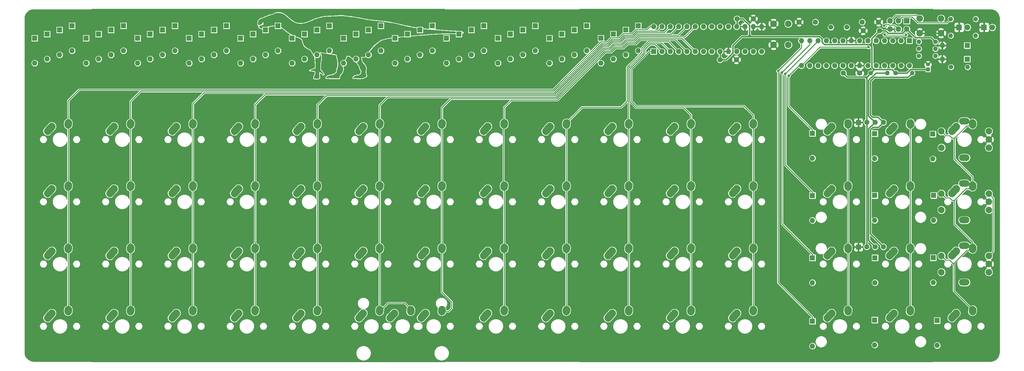
<source format=gbr>
G04 #@! TF.GenerationSoftware,KiCad,Pcbnew,(5.1.4)-1*
G04 #@! TF.CreationDate,2021-01-21T06:54:32+00:00*
G04 #@! TF.ProjectId,Iggy,49676779-2e6b-4696-9361-645f70636258,1.0*
G04 #@! TF.SameCoordinates,Original*
G04 #@! TF.FileFunction,Copper,L1,Top*
G04 #@! TF.FilePolarity,Positive*
%FSLAX46Y46*%
G04 Gerber Fmt 4.6, Leading zero omitted, Abs format (unit mm)*
G04 Created by KiCad (PCBNEW (5.1.4)-1) date 2021-01-21 06:54:32*
%MOMM*%
%LPD*%
G04 APERTURE LIST*
%ADD10C,1.400000*%
%ADD11O,1.400000X1.400000*%
%ADD12C,1.800000*%
%ADD13R,1.800000X1.800000*%
%ADD14C,2.250000*%
%ADD15C,2.250000*%
%ADD16R,1.600000X1.600000*%
%ADD17O,1.600000X1.600000*%
%ADD18C,1.600000*%
%ADD19C,2.000000*%
%ADD20O,3.200000X2.000000*%
%ADD21C,1.200000*%
%ADD22R,1.200000X1.200000*%
%ADD23O,1.700000X1.700000*%
%ADD24R,1.700000X1.700000*%
%ADD25C,1.500000*%
%ADD26C,0.800000*%
%ADD27C,0.381000*%
%ADD28C,0.254000*%
%ADD29C,0.100000*%
G04 APERTURE END LIST*
D10*
X311149300Y-23136980D03*
D11*
X311149300Y-28216980D03*
D10*
X303529300Y-23136980D03*
D11*
X303529300Y-28216980D03*
D12*
X316229300Y-25676980D03*
D13*
X313689300Y-25676980D03*
D12*
X308609300Y-25676980D03*
D13*
X306069300Y-25676980D03*
D14*
X305150000Y-113150000D03*
X304495001Y-113880000D03*
D15*
X303840000Y-114610000D02*
X305150002Y-113150000D01*
D14*
X310190000Y-112070000D03*
X310170000Y-112360000D03*
D15*
X310150000Y-112650000D02*
X310190000Y-112070000D01*
D10*
X303590260Y-37851200D03*
D11*
X308670260Y-37851200D03*
D16*
X308543260Y-31221800D03*
D17*
X300923260Y-31221800D03*
D16*
X308543260Y-35412800D03*
D17*
X300923260Y-35412800D03*
D16*
X212610000Y-33076000D03*
D17*
X245630000Y-25456000D03*
X215150000Y-33076000D03*
X243090000Y-25456000D03*
X217690000Y-33076000D03*
X240550000Y-25456000D03*
X220230000Y-33076000D03*
X238010000Y-25456000D03*
X222770000Y-33076000D03*
X235470000Y-25456000D03*
X225310000Y-33076000D03*
X232930000Y-25456000D03*
X227850000Y-33076000D03*
X230390000Y-25456000D03*
X230390000Y-33076000D03*
X227850000Y-25456000D03*
X232930000Y-33076000D03*
X225310000Y-25456000D03*
X235470000Y-33076000D03*
X222770000Y-25456000D03*
X238010000Y-33076000D03*
X220230000Y-25456000D03*
X240550000Y-33076000D03*
X217690000Y-25456000D03*
X243090000Y-33076000D03*
X215150000Y-25456000D03*
X245630000Y-33076000D03*
X212610000Y-25456000D03*
D16*
X290842000Y-29774000D03*
D17*
X257822000Y-37394000D03*
X288302000Y-29774000D03*
X260362000Y-37394000D03*
X285762000Y-29774000D03*
X262902000Y-37394000D03*
X283222000Y-29774000D03*
X265442000Y-37394000D03*
X280682000Y-29774000D03*
X267982000Y-37394000D03*
X278142000Y-29774000D03*
X270522000Y-37394000D03*
X275602000Y-29774000D03*
X273062000Y-37394000D03*
X273062000Y-29774000D03*
X275602000Y-37394000D03*
X270522000Y-29774000D03*
X278142000Y-37394000D03*
X267982000Y-29774000D03*
X280682000Y-37394000D03*
X265442000Y-29774000D03*
X283222000Y-37394000D03*
X262902000Y-29774000D03*
X285762000Y-37394000D03*
X260362000Y-29774000D03*
X288302000Y-37394000D03*
X257822000Y-29774000D03*
X290842000Y-37394000D03*
D10*
X286651000Y-39680000D03*
D11*
X291731000Y-39680000D03*
D10*
X279031000Y-39680000D03*
D11*
X284111000Y-39680000D03*
D10*
X298815060Y-30088960D03*
D11*
X293735060Y-30088960D03*
D10*
X293745220Y-32247960D03*
D11*
X298825220Y-32247960D03*
D10*
X293750300Y-34412040D03*
D11*
X298830300Y-34412040D03*
D16*
X207911000Y-25202000D03*
D17*
X207911000Y-32822000D03*
D16*
X192163000Y-25202000D03*
D17*
X192163000Y-32822000D03*
D16*
X176415000Y-25202000D03*
D17*
X176415000Y-32822000D03*
D16*
X160667000Y-25202000D03*
D17*
X160667000Y-32822000D03*
D16*
X144919000Y-25202000D03*
D17*
X144919000Y-32822000D03*
D16*
X129171000Y-25202000D03*
D17*
X129171000Y-32822000D03*
D16*
X113423000Y-25202000D03*
D17*
X113423000Y-32822000D03*
D16*
X97675000Y-25202000D03*
D17*
X97675000Y-32822000D03*
D16*
X81927000Y-25202000D03*
D17*
X81927000Y-32822000D03*
D16*
X66179000Y-25202000D03*
D17*
X66179000Y-32822000D03*
D16*
X50431000Y-25202000D03*
D17*
X50431000Y-32822000D03*
D16*
X34683000Y-25202000D03*
D17*
X34683000Y-32822000D03*
D16*
X204101000Y-26472000D03*
D17*
X204101000Y-34092000D03*
D16*
X188353000Y-26472000D03*
D17*
X188353000Y-34092000D03*
D16*
X172605000Y-26472000D03*
D17*
X172605000Y-34092000D03*
D16*
X156857000Y-26472000D03*
D17*
X156857000Y-34092000D03*
D16*
X141109000Y-26472000D03*
D17*
X141109000Y-34092000D03*
D16*
X125361000Y-26472000D03*
D17*
X125361000Y-34092000D03*
D16*
X109613000Y-26472000D03*
D17*
X109613000Y-34092000D03*
D16*
X93865000Y-26472000D03*
D17*
X93865000Y-34092000D03*
D16*
X78117000Y-26472000D03*
D17*
X78117000Y-34092000D03*
D16*
X62369000Y-26472000D03*
D17*
X62369000Y-34092000D03*
D16*
X46621000Y-26472000D03*
D17*
X46621000Y-34092000D03*
D16*
X30873000Y-26472000D03*
D17*
X30873000Y-34092000D03*
D16*
X200291000Y-27742000D03*
D17*
X200291000Y-35362000D03*
D16*
X184543000Y-27742000D03*
D17*
X184543000Y-35362000D03*
D16*
X168795000Y-27742000D03*
D17*
X168795000Y-35362000D03*
D16*
X153047000Y-27742000D03*
D17*
X153047000Y-35362000D03*
D16*
X137299000Y-27742000D03*
D17*
X137299000Y-35362000D03*
D16*
X121551000Y-27742000D03*
D17*
X121551000Y-35362000D03*
D16*
X105803000Y-27742000D03*
D17*
X105803000Y-35362000D03*
D16*
X90055000Y-27742000D03*
D17*
X90055000Y-35362000D03*
D16*
X74307000Y-27742000D03*
D17*
X74307000Y-35362000D03*
D16*
X58559000Y-27742000D03*
D17*
X58559000Y-35362000D03*
D16*
X42811000Y-27742000D03*
D17*
X42811000Y-35362000D03*
D16*
X27063000Y-27742000D03*
D17*
X27063000Y-35362000D03*
D16*
X196481000Y-29012000D03*
D17*
X196481000Y-36632000D03*
D16*
X180733000Y-29012000D03*
D17*
X180733000Y-36632000D03*
D16*
X164985000Y-29012000D03*
D17*
X164985000Y-36632000D03*
D16*
X149237000Y-29012000D03*
D17*
X149237000Y-36632000D03*
D16*
X133489000Y-29012000D03*
D17*
X133489000Y-36632000D03*
D16*
X117741000Y-29012000D03*
D17*
X117741000Y-36632000D03*
D16*
X101993000Y-29012000D03*
D17*
X101993000Y-36632000D03*
D16*
X86245000Y-29012000D03*
D17*
X86245000Y-36632000D03*
D16*
X70497000Y-29012000D03*
D17*
X70497000Y-36632000D03*
D16*
X54749000Y-29012000D03*
D17*
X54749000Y-36632000D03*
D16*
X39001000Y-29012000D03*
D17*
X39001000Y-36632000D03*
D16*
X23253000Y-29012000D03*
D17*
X23253000Y-36632000D03*
D18*
X281417340Y-24061540D03*
X276417340Y-24061540D03*
X257109520Y-24066620D03*
X262109520Y-24066620D03*
X243098900Y-23083640D03*
X238098900Y-23083640D03*
X237932540Y-35575360D03*
X232932540Y-35575360D03*
X275649000Y-39680000D03*
X270649000Y-39680000D03*
X276698000Y-26726000D03*
X281698000Y-26726000D03*
D16*
X275261640Y-54808240D03*
D18*
X277801640Y-54744740D03*
X280341640Y-54744740D03*
X282881640Y-54744740D03*
X282884180Y-92832040D03*
X280344180Y-92832040D03*
X277804180Y-92832040D03*
D16*
X275264180Y-92895540D03*
D19*
X300654880Y-57496820D03*
X300654880Y-62496820D03*
D20*
X307654880Y-54396820D03*
X307654880Y-65596820D03*
D19*
X315154880Y-57496820D03*
X315154880Y-59996820D03*
X315154880Y-62496820D03*
X300642180Y-76559520D03*
X300642180Y-81559520D03*
D20*
X307642180Y-73459520D03*
X307642180Y-84659520D03*
D19*
X315142180Y-76559520D03*
X315142180Y-79059520D03*
X315142180Y-81559520D03*
X300649800Y-95609520D03*
X300649800Y-100609520D03*
D20*
X307649800Y-92509520D03*
X307649800Y-103709520D03*
D19*
X315149800Y-95609520D03*
X315149800Y-98109520D03*
X315149800Y-100609520D03*
D17*
X299348460Y-123017400D03*
D16*
X299348460Y-115397400D03*
D17*
X280247660Y-122865000D03*
D16*
X280247660Y-115245000D03*
D17*
X261197660Y-123220600D03*
D16*
X261197660Y-115600600D03*
D17*
X298154660Y-103789600D03*
D16*
X298154660Y-96169600D03*
D17*
X280326400Y-103817540D03*
D16*
X280326400Y-96197540D03*
D17*
X261197660Y-103815000D03*
D16*
X261197660Y-96195000D03*
D17*
X298281660Y-84739600D03*
D16*
X298281660Y-77119600D03*
D17*
X280247660Y-84739600D03*
D16*
X280247660Y-77119600D03*
D17*
X261197660Y-84765000D03*
D16*
X261197660Y-77145000D03*
D17*
X298027660Y-65943600D03*
D16*
X298027660Y-58323600D03*
D17*
X280247660Y-65816600D03*
D16*
X280247660Y-58196600D03*
D17*
X261197660Y-65715000D03*
D16*
X261197660Y-58095000D03*
D14*
X238050000Y-113150000D03*
X237395001Y-113880000D03*
D15*
X236740000Y-114610000D02*
X238050002Y-113150000D01*
D14*
X243090000Y-112070000D03*
X243070000Y-112360000D03*
D15*
X243050000Y-112650000D02*
X243090000Y-112070000D01*
D14*
X267050000Y-113150000D03*
X266395001Y-113880000D03*
D15*
X265740000Y-114610000D02*
X267050002Y-113150000D01*
D14*
X272090000Y-112070000D03*
X272070000Y-112360000D03*
D15*
X272050000Y-112650000D02*
X272090000Y-112070000D01*
D14*
X286100000Y-113150000D03*
X285445001Y-113880000D03*
D15*
X284790000Y-114610000D02*
X286100002Y-113150000D01*
D14*
X291140000Y-112070000D03*
X291120000Y-112360000D03*
D15*
X291100000Y-112650000D02*
X291140000Y-112070000D01*
D14*
X28500000Y-56000000D03*
X27845001Y-56730000D03*
D15*
X27190000Y-57460000D02*
X28500002Y-56000000D01*
D14*
X33540000Y-54920000D03*
X33520000Y-55210000D03*
D15*
X33500000Y-55500000D02*
X33540000Y-54920000D01*
D14*
X47550000Y-56000000D03*
X46895001Y-56730000D03*
D15*
X46240000Y-57460000D02*
X47550002Y-56000000D01*
D14*
X52590000Y-54920000D03*
X52570000Y-55210000D03*
D15*
X52550000Y-55500000D02*
X52590000Y-54920000D01*
D14*
X66600000Y-94100000D03*
X65945001Y-94830000D03*
D15*
X65290000Y-95560000D02*
X66600002Y-94100000D01*
D14*
X71640000Y-93020000D03*
X71620000Y-93310000D03*
D15*
X71600000Y-93600000D02*
X71640000Y-93020000D01*
D14*
X85650000Y-113150000D03*
X84995001Y-113880000D03*
D15*
X84340000Y-114610000D02*
X85650002Y-113150000D01*
D14*
X90690000Y-112070000D03*
X90670000Y-112360000D03*
D15*
X90650000Y-112650000D02*
X90690000Y-112070000D01*
D14*
X286100000Y-56000000D03*
X285445001Y-56730000D03*
D15*
X284790000Y-57460000D02*
X286100002Y-56000000D01*
D14*
X291140000Y-54920000D03*
X291120000Y-55210000D03*
D15*
X291100000Y-55500000D02*
X291140000Y-54920000D01*
D14*
X305150000Y-75050000D03*
X304495001Y-75780000D03*
D15*
X303840000Y-76510000D02*
X305150002Y-75050000D01*
D14*
X310190000Y-73970000D03*
X310170000Y-74260000D03*
D15*
X310150000Y-74550000D02*
X310190000Y-73970000D01*
D14*
X305150000Y-94100000D03*
X304495001Y-94830000D03*
D15*
X303840000Y-95560000D02*
X305150002Y-94100000D01*
D14*
X310190000Y-93020000D03*
X310170000Y-93310000D03*
D15*
X310150000Y-93600000D02*
X310190000Y-93020000D01*
D14*
X28500000Y-113150000D03*
X27845001Y-113880000D03*
D15*
X27190000Y-114610000D02*
X28500002Y-113150000D01*
D14*
X33540000Y-112070000D03*
X33520000Y-112360000D03*
D15*
X33500000Y-112650000D02*
X33540000Y-112070000D01*
D14*
X28500000Y-94100000D03*
X27845001Y-94830000D03*
D15*
X27190000Y-95560000D02*
X28500002Y-94100000D01*
D14*
X33540000Y-93020000D03*
X33520000Y-93310000D03*
D15*
X33500000Y-93600000D02*
X33540000Y-93020000D01*
D14*
X219000000Y-113150000D03*
X218345001Y-113880000D03*
D15*
X217690000Y-114610000D02*
X219000002Y-113150000D01*
D14*
X224040000Y-112070000D03*
X224020000Y-112360000D03*
D15*
X224000000Y-112650000D02*
X224040000Y-112070000D01*
D14*
X199950000Y-113150000D03*
X199295001Y-113880000D03*
D15*
X198640000Y-114610000D02*
X199950002Y-113150000D01*
D14*
X204990000Y-112070000D03*
X204970000Y-112360000D03*
D15*
X204950000Y-112650000D02*
X204990000Y-112070000D01*
D14*
X180900000Y-113150000D03*
X180245001Y-113880000D03*
D15*
X179590000Y-114610000D02*
X180900002Y-113150000D01*
D14*
X185940000Y-112070000D03*
X185920000Y-112360000D03*
D15*
X185900000Y-112650000D02*
X185940000Y-112070000D01*
D14*
X161850000Y-113150000D03*
X161195001Y-113880000D03*
D15*
X160540000Y-114610000D02*
X161850002Y-113150000D01*
D14*
X166890000Y-112070000D03*
X166870000Y-112360000D03*
D15*
X166850000Y-112650000D02*
X166890000Y-112070000D01*
D14*
X142800000Y-113150000D03*
X142145001Y-113880000D03*
D15*
X141490000Y-114610000D02*
X142800002Y-113150000D01*
D14*
X147840000Y-112070000D03*
X147820000Y-112360000D03*
D15*
X147800000Y-112650000D02*
X147840000Y-112070000D01*
D14*
X123750000Y-113150000D03*
X123095001Y-113880000D03*
D15*
X122440000Y-114610000D02*
X123750002Y-113150000D01*
D14*
X128790000Y-112070000D03*
X128770000Y-112360000D03*
D15*
X128750000Y-112650000D02*
X128790000Y-112070000D01*
D14*
X104700000Y-113150000D03*
X104045001Y-113880000D03*
D15*
X103390000Y-114610000D02*
X104700002Y-113150000D01*
D14*
X109740000Y-112070000D03*
X109720000Y-112360000D03*
D15*
X109700000Y-112650000D02*
X109740000Y-112070000D01*
D14*
X66600000Y-113150000D03*
X65945001Y-113880000D03*
D15*
X65290000Y-114610000D02*
X66600002Y-113150000D01*
D14*
X71640000Y-112070000D03*
X71620000Y-112360000D03*
D15*
X71600000Y-112650000D02*
X71640000Y-112070000D01*
D14*
X47550000Y-113150000D03*
X46895001Y-113880000D03*
D15*
X46240000Y-114610000D02*
X47550002Y-113150000D01*
D14*
X52590000Y-112070000D03*
X52570000Y-112360000D03*
D15*
X52550000Y-112650000D02*
X52590000Y-112070000D01*
D14*
X286100000Y-94100000D03*
X285445001Y-94830000D03*
D15*
X284790000Y-95560000D02*
X286100002Y-94100000D01*
D14*
X291140000Y-93020000D03*
X291120000Y-93310000D03*
D15*
X291100000Y-93600000D02*
X291140000Y-93020000D01*
D14*
X267050000Y-94100000D03*
X266395001Y-94830000D03*
D15*
X265740000Y-95560000D02*
X267050002Y-94100000D01*
D14*
X272090000Y-93020000D03*
X272070000Y-93310000D03*
D15*
X272050000Y-93600000D02*
X272090000Y-93020000D01*
D14*
X238050000Y-94100000D03*
X237395001Y-94830000D03*
D15*
X236740000Y-95560000D02*
X238050002Y-94100000D01*
D14*
X243090000Y-93020000D03*
X243070000Y-93310000D03*
D15*
X243050000Y-93600000D02*
X243090000Y-93020000D01*
D14*
X219000000Y-94100000D03*
X218345001Y-94830000D03*
D15*
X217690000Y-95560000D02*
X219000002Y-94100000D01*
D14*
X224040000Y-93020000D03*
X224020000Y-93310000D03*
D15*
X224000000Y-93600000D02*
X224040000Y-93020000D01*
D14*
X199950000Y-94100000D03*
X199295001Y-94830000D03*
D15*
X198640000Y-95560000D02*
X199950002Y-94100000D01*
D14*
X204990000Y-93020000D03*
X204970000Y-93310000D03*
D15*
X204950000Y-93600000D02*
X204990000Y-93020000D01*
D14*
X180900000Y-94100000D03*
X180245001Y-94830000D03*
D15*
X179590000Y-95560000D02*
X180900002Y-94100000D01*
D14*
X185940000Y-93020000D03*
X185920000Y-93310000D03*
D15*
X185900000Y-93600000D02*
X185940000Y-93020000D01*
D14*
X161850000Y-94100000D03*
X161195001Y-94830000D03*
D15*
X160540000Y-95560000D02*
X161850002Y-94100000D01*
D14*
X166890000Y-93020000D03*
X166870000Y-93310000D03*
D15*
X166850000Y-93600000D02*
X166890000Y-93020000D01*
D14*
X142800000Y-94100000D03*
X142145001Y-94830000D03*
D15*
X141490000Y-95560000D02*
X142800002Y-94100000D01*
D14*
X147840000Y-93020000D03*
X147820000Y-93310000D03*
D15*
X147800000Y-93600000D02*
X147840000Y-93020000D01*
D14*
X123750000Y-94100000D03*
X123095001Y-94830000D03*
D15*
X122440000Y-95560000D02*
X123750002Y-94100000D01*
D14*
X128790000Y-93020000D03*
X128770000Y-93310000D03*
D15*
X128750000Y-93600000D02*
X128790000Y-93020000D01*
D14*
X104700000Y-94100000D03*
X104045001Y-94830000D03*
D15*
X103390000Y-95560000D02*
X104700002Y-94100000D01*
D14*
X109740000Y-93020000D03*
X109720000Y-93310000D03*
D15*
X109700000Y-93600000D02*
X109740000Y-93020000D01*
D14*
X85650000Y-94100000D03*
X84995001Y-94830000D03*
D15*
X84340000Y-95560000D02*
X85650002Y-94100000D01*
D14*
X90690000Y-93020000D03*
X90670000Y-93310000D03*
D15*
X90650000Y-93600000D02*
X90690000Y-93020000D01*
D14*
X47550000Y-94100000D03*
X46895001Y-94830000D03*
D15*
X46240000Y-95560000D02*
X47550002Y-94100000D01*
D14*
X52590000Y-93020000D03*
X52570000Y-93310000D03*
D15*
X52550000Y-93600000D02*
X52590000Y-93020000D01*
D14*
X286100000Y-75050000D03*
X285445001Y-75780000D03*
D15*
X284790000Y-76510000D02*
X286100002Y-75050000D01*
D14*
X291140000Y-73970000D03*
X291120000Y-74260000D03*
D15*
X291100000Y-74550000D02*
X291140000Y-73970000D01*
D14*
X267050000Y-75050000D03*
X266395001Y-75780000D03*
D15*
X265740000Y-76510000D02*
X267050002Y-75050000D01*
D14*
X272090000Y-73970000D03*
X272070000Y-74260000D03*
D15*
X272050000Y-74550000D02*
X272090000Y-73970000D01*
D14*
X238050000Y-75050000D03*
X237395001Y-75780000D03*
D15*
X236740000Y-76510000D02*
X238050002Y-75050000D01*
D14*
X243090000Y-73970000D03*
X243070000Y-74260000D03*
D15*
X243050000Y-74550000D02*
X243090000Y-73970000D01*
D14*
X219000000Y-75050000D03*
X218345001Y-75780000D03*
D15*
X217690000Y-76510000D02*
X219000002Y-75050000D01*
D14*
X224040000Y-73970000D03*
X224020000Y-74260000D03*
D15*
X224000000Y-74550000D02*
X224040000Y-73970000D01*
D14*
X199950000Y-75050000D03*
X199295001Y-75780000D03*
D15*
X198640000Y-76510000D02*
X199950002Y-75050000D01*
D14*
X204990000Y-73970000D03*
X204970000Y-74260000D03*
D15*
X204950000Y-74550000D02*
X204990000Y-73970000D01*
D14*
X180900000Y-75050000D03*
X180245001Y-75780000D03*
D15*
X179590000Y-76510000D02*
X180900002Y-75050000D01*
D14*
X185940000Y-73970000D03*
X185920000Y-74260000D03*
D15*
X185900000Y-74550000D02*
X185940000Y-73970000D01*
D14*
X161850000Y-75050000D03*
X161195001Y-75780000D03*
D15*
X160540000Y-76510000D02*
X161850002Y-75050000D01*
D14*
X166890000Y-73970000D03*
X166870000Y-74260000D03*
D15*
X166850000Y-74550000D02*
X166890000Y-73970000D01*
D14*
X142800000Y-75050000D03*
X142145001Y-75780000D03*
D15*
X141490000Y-76510000D02*
X142800002Y-75050000D01*
D14*
X147840000Y-73970000D03*
X147820000Y-74260000D03*
D15*
X147800000Y-74550000D02*
X147840000Y-73970000D01*
D14*
X123750000Y-75050000D03*
X123095001Y-75780000D03*
D15*
X122440000Y-76510000D02*
X123750002Y-75050000D01*
D14*
X128790000Y-73970000D03*
X128770000Y-74260000D03*
D15*
X128750000Y-74550000D02*
X128790000Y-73970000D01*
D14*
X104700000Y-75050000D03*
X104045001Y-75780000D03*
D15*
X103390000Y-76510000D02*
X104700002Y-75050000D01*
D14*
X109740000Y-73970000D03*
X109720000Y-74260000D03*
D15*
X109700000Y-74550000D02*
X109740000Y-73970000D01*
D14*
X85650000Y-75050000D03*
X84995001Y-75780000D03*
D15*
X84340000Y-76510000D02*
X85650002Y-75050000D01*
D14*
X90690000Y-73970000D03*
X90670000Y-74260000D03*
D15*
X90650000Y-74550000D02*
X90690000Y-73970000D01*
D14*
X66600000Y-75050000D03*
X65945001Y-75780000D03*
D15*
X65290000Y-76510000D02*
X66600002Y-75050000D01*
D14*
X71640000Y-73970000D03*
X71620000Y-74260000D03*
D15*
X71600000Y-74550000D02*
X71640000Y-73970000D01*
D14*
X47550000Y-75050000D03*
X46895001Y-75780000D03*
D15*
X46240000Y-76510000D02*
X47550002Y-75050000D01*
D14*
X52590000Y-73970000D03*
X52570000Y-74260000D03*
D15*
X52550000Y-74550000D02*
X52590000Y-73970000D01*
D14*
X28500000Y-75050000D03*
X27845001Y-75780000D03*
D15*
X27190000Y-76510000D02*
X28500002Y-75050000D01*
D14*
X33540000Y-73970000D03*
X33520000Y-74260000D03*
D15*
X33500000Y-74550000D02*
X33540000Y-73970000D01*
D14*
X305150000Y-56000000D03*
X304495001Y-56730000D03*
D15*
X303840000Y-57460000D02*
X305150002Y-56000000D01*
D14*
X310190000Y-54920000D03*
X310170000Y-55210000D03*
D15*
X310150000Y-55500000D02*
X310190000Y-54920000D01*
D14*
X267050000Y-56000000D03*
X266395001Y-56730000D03*
D15*
X265740000Y-57460000D02*
X267050002Y-56000000D01*
D14*
X272090000Y-54920000D03*
X272070000Y-55210000D03*
D15*
X272050000Y-55500000D02*
X272090000Y-54920000D01*
D14*
X238050000Y-56000000D03*
X237395001Y-56730000D03*
D15*
X236740000Y-57460000D02*
X238050002Y-56000000D01*
D14*
X243090000Y-54920000D03*
X243070000Y-55210000D03*
D15*
X243050000Y-55500000D02*
X243090000Y-54920000D01*
D14*
X219000000Y-56000000D03*
X218345001Y-56730000D03*
D15*
X217690000Y-57460000D02*
X219000002Y-56000000D01*
D14*
X224040000Y-54920000D03*
X224020000Y-55210000D03*
D15*
X224000000Y-55500000D02*
X224040000Y-54920000D01*
D14*
X199950000Y-56000000D03*
X199295001Y-56730000D03*
D15*
X198640000Y-57460000D02*
X199950002Y-56000000D01*
D14*
X204990000Y-54920000D03*
X204970000Y-55210000D03*
D15*
X204950000Y-55500000D02*
X204990000Y-54920000D01*
D14*
X180900000Y-56000000D03*
X180245001Y-56730000D03*
D15*
X179590000Y-57460000D02*
X180900002Y-56000000D01*
D14*
X185940000Y-54920000D03*
X185920000Y-55210000D03*
D15*
X185900000Y-55500000D02*
X185940000Y-54920000D01*
D14*
X161850000Y-56000000D03*
X161195001Y-56730000D03*
D15*
X160540000Y-57460000D02*
X161850002Y-56000000D01*
D14*
X166890000Y-54920000D03*
X166870000Y-55210000D03*
D15*
X166850000Y-55500000D02*
X166890000Y-54920000D01*
D14*
X142800000Y-56000000D03*
X142145001Y-56730000D03*
D15*
X141490000Y-57460000D02*
X142800002Y-56000000D01*
D14*
X147840000Y-54920000D03*
X147820000Y-55210000D03*
D15*
X147800000Y-55500000D02*
X147840000Y-54920000D01*
D14*
X123750000Y-56000000D03*
X123095001Y-56730000D03*
D15*
X122440000Y-57460000D02*
X123750002Y-56000000D01*
D14*
X128790000Y-54920000D03*
X128770000Y-55210000D03*
D15*
X128750000Y-55500000D02*
X128790000Y-54920000D01*
D14*
X104700000Y-56000000D03*
X104045001Y-56730000D03*
D15*
X103390000Y-57460000D02*
X104700002Y-56000000D01*
D14*
X109740000Y-54920000D03*
X109720000Y-55210000D03*
D15*
X109700000Y-55500000D02*
X109740000Y-54920000D01*
D14*
X85650000Y-56000000D03*
X84995001Y-56730000D03*
D15*
X84340000Y-57460000D02*
X85650002Y-56000000D01*
D14*
X90690000Y-54920000D03*
X90670000Y-55210000D03*
D15*
X90650000Y-55500000D02*
X90690000Y-54920000D01*
D14*
X66600000Y-56000000D03*
X65945001Y-56730000D03*
D15*
X65290000Y-57460000D02*
X66600002Y-56000000D01*
D14*
X71640000Y-54920000D03*
X71620000Y-55210000D03*
D15*
X71600000Y-55500000D02*
X71640000Y-54920000D01*
D21*
X296539220Y-37072560D03*
D22*
X296539220Y-38572560D03*
D23*
X284964440Y-26225620D03*
X284964440Y-23685620D03*
X287504440Y-26225620D03*
X287504440Y-23685620D03*
X290044440Y-26225620D03*
D24*
X290044440Y-23685620D03*
D19*
X253780860Y-31067000D03*
X249280860Y-31067000D03*
X253780860Y-24567000D03*
X249280860Y-24567000D03*
D25*
X266833260Y-25659200D03*
X271713260Y-25659200D03*
D19*
X300544940Y-22974420D03*
X300544940Y-27474420D03*
X294044940Y-22974420D03*
X294044940Y-27474420D03*
D14*
X138295000Y-112360000D03*
D15*
X138275000Y-112650000D02*
X138315000Y-112070000D01*
D14*
X138315000Y-112070000D03*
X132620001Y-113880000D03*
D15*
X131965000Y-114610000D02*
X133275002Y-113150000D01*
D14*
X133275000Y-113150000D03*
D26*
X278334827Y-31755001D03*
X283244860Y-27919800D03*
X289848860Y-27970600D03*
X253938340Y-40541060D03*
X252869000Y-39930960D03*
X283079760Y-25171520D03*
X251853000Y-39476950D03*
X250710000Y-39022940D03*
D27*
X277840499Y-40870501D02*
X279031000Y-39680000D01*
X270649000Y-39680000D02*
X271839501Y-40870501D01*
X241899499Y-25043557D02*
X241899499Y-27694499D01*
X285560499Y-38589499D02*
X280121501Y-38589499D01*
X286651000Y-39680000D02*
X285560499Y-38589499D01*
X239939582Y-23083640D02*
X238098900Y-23083640D01*
X241899499Y-25043557D02*
X239939582Y-23083640D01*
X238098900Y-25367100D02*
X238010000Y-25456000D01*
X238098900Y-23083640D02*
X238098900Y-25367100D01*
X232932540Y-33078540D02*
X232930000Y-33076000D01*
X232932540Y-35575360D02*
X232932540Y-33078540D01*
X236819499Y-31243901D02*
X239559400Y-28504000D01*
X236819499Y-33488443D02*
X236819499Y-31243901D01*
X234732582Y-35575360D02*
X236819499Y-33488443D01*
X232932540Y-35575360D02*
X234732582Y-35575360D01*
X278713441Y-30964501D02*
X278494301Y-30964501D01*
X279332501Y-29091499D02*
X279332501Y-30345441D01*
X281698000Y-26726000D02*
X279332501Y-29091499D01*
X278697501Y-30964501D02*
X278494301Y-30964501D01*
X263393942Y-28504000D02*
X242416900Y-28504000D01*
X264092501Y-29202559D02*
X263393942Y-28504000D01*
X264092501Y-30182181D02*
X264092501Y-29202559D01*
X264874821Y-30964501D02*
X264092501Y-30182181D01*
X278494301Y-30964501D02*
X264874821Y-30964501D01*
X279393710Y-37867652D02*
X279393710Y-31644770D01*
X280121501Y-38589499D02*
X280115557Y-38589499D01*
X277801640Y-40909360D02*
X279031000Y-39680000D01*
X277801640Y-92829500D02*
X277804180Y-92832040D01*
X277801640Y-54744740D02*
X277801640Y-92829500D01*
X290117058Y-39680000D02*
X291224498Y-38572560D01*
X286651000Y-39680000D02*
X290117058Y-39680000D01*
X288803939Y-27466121D02*
X290044440Y-26225620D01*
X284368999Y-27466121D02*
X288803939Y-27466121D01*
X283628878Y-26726000D02*
X284368999Y-27466121D01*
X281698000Y-26726000D02*
X283628878Y-26726000D01*
X297591021Y-28864921D02*
X298815060Y-30088960D01*
X292683741Y-28864921D02*
X297591021Y-28864921D01*
X290044440Y-26225620D02*
X292683741Y-28864921D01*
X291224498Y-38572560D02*
X296539220Y-38572560D01*
X241899499Y-28376241D02*
X241771740Y-28504000D01*
X241899499Y-27694499D02*
X241899499Y-28376241D01*
X241899499Y-27694499D02*
X241899499Y-27817441D01*
X239559400Y-28504000D02*
X241370420Y-28504000D01*
X241899499Y-27986599D02*
X242416900Y-28504000D01*
X241899499Y-27694499D02*
X241899499Y-27986599D01*
X241771740Y-28504000D02*
X242416900Y-28504000D01*
X241899499Y-27694499D02*
X241899499Y-27954601D01*
X241370420Y-28483680D02*
X241370420Y-28504000D01*
X241899499Y-27954601D02*
X241370420Y-28483680D01*
X241370420Y-28504000D02*
X241771740Y-28504000D01*
X279813729Y-38804109D02*
X279860310Y-38850690D01*
X279813729Y-38287671D02*
X279813729Y-38804109D01*
X279860310Y-38850690D02*
X279031000Y-39680000D01*
X280121501Y-38589499D02*
X279860310Y-38850690D01*
X279813729Y-38287671D02*
X279393710Y-37867652D01*
X280115557Y-38589499D02*
X279813729Y-38287671D01*
X277270021Y-40870501D02*
X277801640Y-41402120D01*
X277242081Y-40870501D02*
X277270021Y-40870501D01*
X277801640Y-41402120D02*
X277801640Y-40909360D01*
X277801640Y-54744740D02*
X277801640Y-41402120D01*
X277242081Y-40870501D02*
X277840499Y-40870501D01*
X271839501Y-40870501D02*
X277242081Y-40870501D01*
X279162671Y-31280629D02*
X279096120Y-31347180D01*
X279162671Y-30515271D02*
X279162671Y-31280629D01*
X279096120Y-31347180D02*
X278713441Y-30964501D01*
X279393710Y-31644770D02*
X279096120Y-31347180D01*
X279162671Y-30515271D02*
X278713441Y-30964501D01*
X279332501Y-30345441D02*
X279162671Y-30515271D01*
D28*
X302364859Y-24301421D02*
X303529300Y-23136980D01*
X293407979Y-24301421D02*
X302364859Y-24301421D01*
X291615177Y-22508619D02*
X293407979Y-24301421D01*
X288681441Y-22508619D02*
X291615177Y-22508619D01*
X287504440Y-23685620D02*
X288681441Y-22508619D01*
X316477001Y-94272999D02*
X315150000Y-95600000D01*
X316477001Y-77877001D02*
X316477001Y-94272999D01*
X315150000Y-76550000D02*
X316477001Y-77877001D01*
D27*
X294044940Y-27474420D02*
X300544940Y-27474420D01*
D28*
X230390000Y-33076000D02*
X230390000Y-33584000D01*
X257822000Y-37394000D02*
X263460999Y-31755001D01*
X263460999Y-31755001D02*
X278334827Y-31755001D01*
X289499661Y-28319799D02*
X289848860Y-27970600D01*
X283244860Y-27919800D02*
X283644859Y-28319799D01*
X283644859Y-28319799D02*
X289499661Y-28319799D01*
X261197660Y-58095000D02*
X261197660Y-57041000D01*
X261197660Y-57041000D02*
X253938340Y-49781680D01*
X253938340Y-49781680D02*
X253938340Y-40541060D01*
X257085400Y-37394000D02*
X257822000Y-37394000D01*
X253938340Y-40541060D02*
X257085400Y-37394000D01*
X262902000Y-29897960D02*
X262902000Y-29774000D01*
X252869000Y-39930960D02*
X262902000Y-29897960D01*
X252869000Y-39930960D02*
X252869000Y-66271260D01*
X252869000Y-67762340D02*
X252869000Y-66271260D01*
X261197660Y-76091000D02*
X252869000Y-67762340D01*
X261197660Y-77145000D02*
X261197660Y-76091000D01*
X252869000Y-66271260D02*
X252869000Y-66693000D01*
X286327439Y-25048619D02*
X287504440Y-26225620D01*
X283479759Y-24771521D02*
X283079760Y-25171520D01*
X284414581Y-24771521D02*
X283479759Y-24771521D01*
X284691679Y-25048619D02*
X284414581Y-24771521D01*
X284691679Y-25048619D02*
X286327439Y-25048619D01*
X260362000Y-30967950D02*
X260362000Y-29774000D01*
X251853000Y-39476950D02*
X260362000Y-30967950D01*
X251853000Y-85796340D02*
X251853000Y-39476950D01*
X261197660Y-95141000D02*
X251853000Y-85796340D01*
X261197660Y-96195000D02*
X261197660Y-95141000D01*
X257822000Y-31910940D02*
X257822000Y-29774000D01*
X250710000Y-39022940D02*
X257822000Y-31910940D01*
X250710000Y-103804940D02*
X250710000Y-39022940D01*
X261197660Y-114292600D02*
X250710000Y-103804940D01*
X261197660Y-115346600D02*
X261197660Y-114292600D01*
X286675639Y-21974421D02*
X284964440Y-23685620D01*
X293044941Y-21974421D02*
X286675639Y-21974421D01*
X294044940Y-22974420D02*
X293044941Y-21974421D01*
D27*
X280341640Y-54744740D02*
X278382650Y-52785750D01*
X278382650Y-52785750D02*
X278382650Y-41900610D01*
X280603260Y-39680000D02*
X284111000Y-39680000D01*
X278382650Y-41900610D02*
X280603260Y-39680000D01*
X278382650Y-56703730D02*
X280341640Y-54744740D01*
X280344180Y-92832040D02*
X278382650Y-90870510D01*
X278382650Y-90870510D02*
X278382650Y-56703730D01*
X288556000Y-37140000D02*
X288302000Y-37394000D01*
X281253500Y-53116600D02*
X279535172Y-53116600D01*
X282881640Y-54744740D02*
X281253500Y-53116600D01*
X290461000Y-40950000D02*
X291731000Y-39680000D01*
X279535172Y-53116600D02*
X278963660Y-52545088D01*
X278963660Y-52545088D02*
X278963660Y-42141272D01*
X278963660Y-42141272D02*
X280154932Y-40950000D01*
X280154932Y-40950000D02*
X290461000Y-40950000D01*
X281391139Y-56235241D02*
X282881640Y-54744740D01*
X278963660Y-56944392D02*
X279672811Y-56235241D01*
X279672811Y-56235241D02*
X281391139Y-56235241D01*
X278963660Y-88911520D02*
X278963660Y-56944392D01*
X282884180Y-92832040D02*
X278963660Y-88911520D01*
D28*
X33540000Y-112563000D02*
X33540000Y-93020000D01*
X33563500Y-112586500D02*
X33540000Y-112563000D01*
X33540000Y-74590000D02*
X33500000Y-74550000D01*
X33540000Y-93560000D02*
X33540000Y-74590000D01*
X33500000Y-93600000D02*
X33540000Y-93560000D01*
X33540000Y-74510000D02*
X33540000Y-54920000D01*
X33500000Y-74550000D02*
X33540000Y-74510000D01*
X198307260Y-30139001D02*
X196513961Y-30139001D01*
X199577260Y-28869001D02*
X198307260Y-30139001D01*
X212610000Y-25456000D02*
X211478630Y-25456000D01*
X211478630Y-25456000D02*
X210605629Y-26329001D01*
X210605629Y-26329001D02*
X207197260Y-26329001D01*
X207197260Y-26329001D02*
X205927260Y-27599001D01*
X205927260Y-27599001D02*
X203311060Y-27599001D01*
X202041060Y-28869001D02*
X199577260Y-28869001D01*
X203311060Y-27599001D02*
X202041060Y-28869001D01*
X181896032Y-44756930D02*
X184537511Y-42115451D01*
X36855230Y-44756930D02*
X181896032Y-44756930D01*
X33500000Y-48112160D02*
X36855230Y-44756930D01*
X33500000Y-55500000D02*
X33500000Y-48112160D01*
X196513961Y-30139001D02*
X184537511Y-42115451D01*
X184537511Y-42115451D02*
X183162962Y-43490000D01*
X52590000Y-112610000D02*
X52590000Y-93020000D01*
X52550000Y-112650000D02*
X52590000Y-112610000D01*
X52590000Y-93560000D02*
X52590000Y-73970000D01*
X52550000Y-93600000D02*
X52590000Y-93560000D01*
X52550000Y-72339010D02*
X52550000Y-55500000D01*
X52590000Y-72379010D02*
X52550000Y-72339010D01*
X52590000Y-73970000D02*
X52590000Y-72379010D01*
X52550000Y-55500000D02*
X52550000Y-48378860D01*
X52550000Y-48378860D02*
X55717920Y-45210940D01*
X198495317Y-30593011D02*
X196702017Y-30593011D01*
X203499116Y-28053011D02*
X202229117Y-29323011D01*
X206115317Y-28053011D02*
X203499116Y-28053011D01*
X199765316Y-29323011D02*
X198495317Y-30593011D01*
X207385316Y-26783011D02*
X206115317Y-28053011D01*
X181397120Y-45210940D02*
X182072989Y-45210940D01*
X55717920Y-45210940D02*
X181397120Y-45210940D01*
X215150000Y-25456000D02*
X213812966Y-26793034D01*
X182084088Y-45210940D02*
X181397120Y-45210940D01*
X196702017Y-30593011D02*
X182084088Y-45210940D01*
X202229117Y-29323011D02*
X199765316Y-29323011D01*
X213812966Y-26793034D02*
X210591694Y-26793034D01*
X210591694Y-26793034D02*
X210581671Y-26783011D01*
X210581671Y-26783011D02*
X207385316Y-26783011D01*
X71600000Y-112650000D02*
X71600000Y-93600000D01*
X71640000Y-74590000D02*
X71600000Y-74550000D01*
X71640000Y-93560000D02*
X71640000Y-74590000D01*
X71600000Y-93600000D02*
X71640000Y-93560000D01*
X71640000Y-55540000D02*
X71600000Y-55500000D01*
X71640000Y-74510000D02*
X71640000Y-55540000D01*
X71600000Y-74550000D02*
X71640000Y-74510000D01*
X71600000Y-55500000D02*
X71600000Y-49102760D01*
X71600000Y-49102760D02*
X75037810Y-45664950D01*
X196890073Y-31047021D02*
X182272144Y-45664950D01*
X198683374Y-31047021D02*
X196890073Y-31047021D01*
X202417174Y-29777021D02*
X199953373Y-29777021D01*
X203687173Y-28507021D02*
X202417174Y-29777021D01*
X206303374Y-28507021D02*
X203687173Y-28507021D01*
X207573373Y-27237021D02*
X206303374Y-28507021D01*
X210349881Y-27237021D02*
X207573373Y-27237021D01*
X210359904Y-27247044D02*
X210349881Y-27237021D01*
X215898956Y-27247044D02*
X210359904Y-27247044D01*
X182272144Y-45664950D02*
X181628910Y-45664950D01*
X217690000Y-25456000D02*
X215898956Y-27247044D01*
X75037810Y-45664950D02*
X181628910Y-45664950D01*
X199953373Y-29777021D02*
X198683374Y-31047021D01*
X181628910Y-45664950D02*
X182261045Y-45664950D01*
X90690000Y-93640000D02*
X90650000Y-93600000D01*
X90690000Y-112610000D02*
X90690000Y-93640000D01*
X90650000Y-112650000D02*
X90690000Y-112610000D01*
X90650000Y-91389010D02*
X90650000Y-74550000D01*
X90690000Y-91429010D02*
X90650000Y-91389010D01*
X90690000Y-93020000D02*
X90690000Y-91429010D01*
X90690000Y-74510000D02*
X90690000Y-54920000D01*
X90650000Y-74550000D02*
X90690000Y-74510000D01*
X220230000Y-25456000D02*
X217984949Y-27701051D01*
X213994609Y-27701051D02*
X212291147Y-27701051D01*
X217984949Y-27701051D02*
X213994609Y-27701051D01*
X90650000Y-55500000D02*
X90650000Y-49305960D01*
X90650000Y-49305960D02*
X93837000Y-46118960D01*
X182460200Y-46118960D02*
X181556020Y-46118960D01*
X198871431Y-31501031D02*
X197078129Y-31501031D01*
X200141261Y-30231200D02*
X198871431Y-31501031D01*
X197078129Y-31501031D02*
X182460200Y-46118960D01*
X202605061Y-30231200D02*
X200141261Y-30231200D01*
X181556020Y-46118960D02*
X182449102Y-46118960D01*
X93837000Y-46118960D02*
X181556020Y-46118960D01*
X213994609Y-27701051D02*
X207751410Y-27701051D01*
X207751410Y-27701051D02*
X206491431Y-28961031D01*
X206491431Y-28961031D02*
X203875230Y-28961031D01*
X203875230Y-28961031D02*
X202605061Y-30231200D01*
X109740000Y-112610000D02*
X109740000Y-93020000D01*
X109700000Y-112650000D02*
X109740000Y-112610000D01*
X109740000Y-74590000D02*
X109700000Y-74550000D01*
X109740000Y-93560000D02*
X109740000Y-74590000D01*
X109700000Y-93600000D02*
X109740000Y-93560000D01*
X109740000Y-74510000D02*
X109740000Y-54920000D01*
X109700000Y-74550000D02*
X109740000Y-74510000D01*
X109700000Y-55500000D02*
X109700000Y-49445660D01*
X109700000Y-49445660D02*
X112572690Y-46572970D01*
X182648256Y-46572970D02*
X181819530Y-46572970D01*
X197266185Y-31955041D02*
X182648256Y-46572970D01*
X199059488Y-31955041D02*
X197266185Y-31955041D01*
X200329318Y-30685210D02*
X199059488Y-31955041D01*
X204059927Y-29418400D02*
X202793118Y-30685210D01*
X181819530Y-46572970D02*
X182637158Y-46572970D01*
X112572690Y-46572970D02*
X181819530Y-46572970D01*
X222770000Y-25456000D02*
X220070940Y-28155060D01*
X202793118Y-30685210D02*
X200329318Y-30685210D01*
X220070940Y-28155060D02*
X207939467Y-28155061D01*
X207939467Y-28155061D02*
X206676128Y-29418400D01*
X206676128Y-29418400D02*
X204059927Y-29418400D01*
X128790000Y-93640000D02*
X128750000Y-93600000D01*
X128790000Y-112610000D02*
X128790000Y-93640000D01*
X128750000Y-112650000D02*
X128790000Y-112610000D01*
X128750000Y-112650000D02*
X131362000Y-110038000D01*
X136410000Y-110038000D02*
X138442000Y-112070000D01*
X131362000Y-110038000D02*
X136410000Y-110038000D01*
X128750000Y-93600000D02*
X128750000Y-74550000D01*
X128790000Y-55540000D02*
X128750000Y-55500000D01*
X128790000Y-74510000D02*
X128790000Y-55540000D01*
X128750000Y-74550000D02*
X128790000Y-74510000D01*
X128750000Y-55500000D02*
X128750000Y-49483760D01*
X128750000Y-49483760D02*
X131206780Y-47026980D01*
X182836313Y-47026980D02*
X182413180Y-47026980D01*
X197454241Y-32409051D02*
X182836313Y-47026980D01*
X200517375Y-31139220D02*
X199247545Y-32409051D01*
X202981175Y-31139220D02*
X200517375Y-31139220D01*
X182413180Y-47026980D02*
X182825214Y-47026980D01*
X225310000Y-25456000D02*
X222156931Y-28609069D01*
X199247545Y-32409051D02*
X197454241Y-32409051D01*
X131206780Y-47026980D02*
X182413180Y-47026980D01*
X222156931Y-28609069D02*
X208127525Y-28609069D01*
X204247984Y-29872410D02*
X202981175Y-31139220D01*
X208127525Y-28609069D02*
X206864185Y-29872410D01*
X206864185Y-29872410D02*
X204247984Y-29872410D01*
X147800000Y-112650000D02*
X149800000Y-112650000D01*
X149800000Y-112650000D02*
X150761000Y-111689000D01*
X150761000Y-111689000D02*
X150761000Y-109657000D01*
X147800000Y-106696000D02*
X147800000Y-93600000D01*
X150761000Y-109657000D02*
X147800000Y-106696000D01*
X147840000Y-74590000D02*
X147800000Y-74550000D01*
X147840000Y-93560000D02*
X147840000Y-74590000D01*
X147800000Y-93600000D02*
X147840000Y-93560000D01*
X147840000Y-55540000D02*
X147800000Y-55500000D01*
X147840000Y-74510000D02*
X147840000Y-55540000D01*
X147800000Y-74550000D02*
X147840000Y-74510000D01*
X150602870Y-47480990D02*
X147800000Y-50283860D01*
X183024370Y-47480990D02*
X150602870Y-47480990D01*
X197642298Y-32863061D02*
X183024370Y-47480990D01*
X200705432Y-31593230D02*
X199435602Y-32863061D01*
X221297079Y-29063079D02*
X208315582Y-29063079D01*
X208315582Y-29063079D02*
X207052242Y-30326420D01*
X207052242Y-30326420D02*
X204436041Y-30326420D01*
X199435602Y-32863061D02*
X197642298Y-32863061D01*
X225310000Y-33076000D02*
X221297079Y-29063079D01*
X204436041Y-30326420D02*
X203169232Y-31593230D01*
X147800000Y-50283860D02*
X147800000Y-55500000D01*
X203169232Y-31593230D02*
X200705432Y-31593230D01*
X166890000Y-93640000D02*
X166850000Y-93600000D01*
X166890000Y-112610000D02*
X166890000Y-93640000D01*
X166850000Y-112650000D02*
X166890000Y-112610000D01*
X166890000Y-93560000D02*
X166890000Y-73970000D01*
X166850000Y-93600000D02*
X166890000Y-93560000D01*
X166670901Y-55679099D02*
X166850000Y-55500000D01*
X166670901Y-74370901D02*
X166670901Y-55679099D01*
X166850000Y-74550000D02*
X166670901Y-74370901D01*
X199623659Y-33317071D02*
X197830354Y-33317071D01*
X203357289Y-32047240D02*
X200893489Y-32047240D01*
X204624098Y-30780430D02*
X203357289Y-32047240D01*
X200893489Y-32047240D02*
X199623659Y-33317071D01*
X207240299Y-30780430D02*
X204624098Y-30780430D01*
X208503639Y-29517089D02*
X207240299Y-30780430D01*
X222770000Y-33076000D02*
X219214000Y-29520000D01*
X219214000Y-29520000D02*
X209432460Y-29520000D01*
X209432460Y-29520000D02*
X209429549Y-29517089D01*
X209429549Y-29517089D02*
X208503639Y-29517089D01*
X166850000Y-55500000D02*
X166850000Y-50207660D01*
X166850000Y-50207660D02*
X169122660Y-47935000D01*
X183212426Y-47935000D02*
X184581293Y-46566133D01*
X169122660Y-47935000D02*
X183212426Y-47935000D01*
X197830354Y-33317071D02*
X184581293Y-46566133D01*
X184581293Y-46566133D02*
X184479355Y-46668070D01*
X185940000Y-112610000D02*
X185940000Y-93020000D01*
X185900000Y-112650000D02*
X185940000Y-112610000D01*
X185940000Y-93560000D02*
X185940000Y-73970000D01*
X185900000Y-93600000D02*
X185940000Y-93560000D01*
X185940000Y-74510000D02*
X185940000Y-54920000D01*
X185900000Y-74550000D02*
X185940000Y-74510000D01*
X185900000Y-55500000D02*
X186900962Y-55500000D01*
X185900000Y-54960000D02*
X185900000Y-55500000D01*
X190715200Y-50144800D02*
X185900000Y-54960000D01*
X204495990Y-48274070D02*
X202625260Y-50144800D01*
X220230000Y-33076000D02*
X217128010Y-29974010D01*
X217128010Y-29974010D02*
X211035850Y-29974010D01*
X202625260Y-50144800D02*
X190715200Y-50144800D01*
X211035850Y-29974010D02*
X209038001Y-31971859D01*
X209038001Y-31971859D02*
X209038001Y-33362961D01*
X209038001Y-33362961D02*
X204495990Y-37904971D01*
X204495990Y-37904971D02*
X204495990Y-48274070D01*
X204950000Y-112650000D02*
X204950000Y-93600000D01*
X204990000Y-74590000D02*
X204950000Y-74550000D01*
X204990000Y-93560000D02*
X204990000Y-74590000D01*
X204950000Y-93600000D02*
X204990000Y-93560000D01*
X204950000Y-72339010D02*
X204950000Y-55500000D01*
X204990000Y-72379010D02*
X204950000Y-72339010D01*
X204990000Y-73970000D02*
X204990000Y-72379010D01*
X211242240Y-30428020D02*
X209492011Y-32178249D01*
X217690000Y-33076000D02*
X215042020Y-30428020D01*
X215042020Y-30428020D02*
X211242240Y-30428020D01*
X209492011Y-33551017D02*
X209492011Y-32178249D01*
X204950000Y-38093028D02*
X209492011Y-33551017D01*
X204950000Y-55500000D02*
X204950000Y-38093028D01*
X215150000Y-33076000D02*
X212956030Y-30882030D01*
X211448630Y-30882030D02*
X209946021Y-32384639D01*
X212956030Y-30882030D02*
X211448630Y-30882030D01*
X224040000Y-112610000D02*
X224040000Y-93020000D01*
X224000000Y-112650000D02*
X224040000Y-112610000D01*
X224040000Y-93020000D02*
X224040000Y-73970000D01*
X224040000Y-74510000D02*
X224040000Y-54920000D01*
X224000000Y-74550000D02*
X224040000Y-74510000D01*
X224000000Y-52547000D02*
X224000000Y-55500000D01*
X224040000Y-52507000D02*
X224000000Y-52547000D01*
X221754000Y-50221000D02*
X224040000Y-52507000D01*
X219414660Y-50221000D02*
X207146460Y-50221000D01*
X219414660Y-50221000D02*
X221754000Y-50221000D01*
X218960000Y-50221000D02*
X219414660Y-50221000D01*
X205622460Y-48697000D02*
X205419260Y-48493800D01*
X207146460Y-50221000D02*
X205622460Y-48697000D01*
X209946021Y-33739073D02*
X209946021Y-32765639D01*
X205404010Y-38281084D02*
X209946021Y-33739073D01*
X205404010Y-48478550D02*
X205404010Y-38281084D01*
X205622460Y-48697000D02*
X205404010Y-48478550D01*
X209946021Y-32384639D02*
X209946021Y-32765639D01*
X209946021Y-32765639D02*
X209946021Y-32999800D01*
X243090000Y-112610000D02*
X243090000Y-93020000D01*
X243050000Y-112650000D02*
X243090000Y-112610000D01*
X243090000Y-93560000D02*
X243090000Y-73970000D01*
X243050000Y-93600000D02*
X243090000Y-93560000D01*
X243090000Y-55540000D02*
X243050000Y-55500000D01*
X243090000Y-74510000D02*
X243090000Y-55540000D01*
X243050000Y-74550000D02*
X243090000Y-74510000D01*
X211251160Y-33076000D02*
X212610000Y-33076000D01*
X205858020Y-48272160D02*
X205858020Y-38469140D01*
X243050000Y-52574980D02*
X240242010Y-49766990D01*
X243050000Y-55500000D02*
X243050000Y-52574980D01*
X240242010Y-49766990D02*
X207334516Y-49766990D01*
X207334516Y-49766990D02*
X205873270Y-48305744D01*
X205873270Y-48305744D02*
X205873270Y-48287410D01*
X205858020Y-38469140D02*
X211251160Y-33076000D01*
X205873270Y-48287410D02*
X205858020Y-48272160D01*
X272090000Y-93640000D02*
X272050000Y-93600000D01*
X272090000Y-112610000D02*
X272090000Y-93640000D01*
X272050000Y-112650000D02*
X272090000Y-112610000D01*
X271870901Y-74729099D02*
X272050000Y-74550000D01*
X272050000Y-93600000D02*
X271870901Y-93420901D01*
X272050000Y-74550000D02*
X272050000Y-55500000D01*
X272090000Y-74590000D02*
X272090000Y-93020000D01*
X272050000Y-74550000D02*
X272090000Y-74590000D01*
X291140000Y-55540000D02*
X291140000Y-73970000D01*
X291100000Y-55500000D02*
X291140000Y-55540000D01*
X291140000Y-74590000D02*
X291140000Y-93020000D01*
X291100000Y-74550000D02*
X291140000Y-74590000D01*
X291140000Y-112610000D02*
X291100000Y-112650000D01*
X291140000Y-93640000D02*
X291140000Y-112610000D01*
X291100000Y-93600000D02*
X291140000Y-93640000D01*
X310150000Y-74550000D02*
X310150000Y-71461940D01*
X310150000Y-71461940D02*
X304631660Y-65943600D01*
X309922990Y-55727010D02*
X310150000Y-55500000D01*
X308488056Y-55727010D02*
X309922990Y-55727010D01*
X304631660Y-59583406D02*
X308488056Y-55727010D01*
X304631660Y-60282698D02*
X304631660Y-60609600D01*
X301947999Y-58797999D02*
X303146961Y-58797999D01*
X300650000Y-57500000D02*
X301947999Y-58797999D01*
X304631660Y-65943600D02*
X304631660Y-60609600D01*
X309065001Y-75094999D02*
X310190000Y-73970000D01*
X308170067Y-75094999D02*
X309065001Y-75094999D01*
X304631660Y-78633406D02*
X308170067Y-75094999D01*
X304631660Y-79332698D02*
X304631660Y-79659600D01*
X301947999Y-77847999D02*
X303146961Y-77847999D01*
X300650000Y-76550000D02*
X301947999Y-77847999D01*
X309922990Y-93827010D02*
X310150000Y-93600000D01*
X308488056Y-93827010D02*
X309922990Y-93827010D01*
X304475000Y-97840066D02*
X308488056Y-93827010D01*
X304475000Y-98226038D02*
X304475000Y-99060940D01*
X304475000Y-103707235D02*
X304475000Y-99060940D01*
X310190000Y-91429010D02*
X310190000Y-93020000D01*
X304631660Y-85870670D02*
X310190000Y-91429010D01*
X304631660Y-79659600D02*
X304631660Y-85870670D01*
X303932368Y-59583406D02*
X303146961Y-58797999D01*
X303932368Y-78633406D02*
X303146961Y-77847999D01*
X304301426Y-59649446D02*
X304631660Y-59979680D01*
X304301426Y-59583406D02*
X304301426Y-59649446D01*
X304631660Y-59979680D02*
X304631660Y-59583406D01*
X304631660Y-60609600D02*
X304631660Y-59979680D01*
X304301426Y-59583406D02*
X303932368Y-59583406D01*
X304631660Y-59583406D02*
X304301426Y-59583406D01*
X304286186Y-78633406D02*
X304631660Y-78978880D01*
X304164266Y-78633406D02*
X304286186Y-78633406D01*
X304631660Y-78978880D02*
X304631660Y-78633406D01*
X304631660Y-79659600D02*
X304631660Y-78978880D01*
X304164266Y-78633406D02*
X303932368Y-78633406D01*
X304631660Y-78633406D02*
X304164266Y-78633406D01*
X304475000Y-98238880D02*
X304475000Y-97840066D01*
X304475000Y-99060940D02*
X304475000Y-98238880D01*
X300650000Y-95600000D02*
X301947999Y-96897999D01*
X301947999Y-96897999D02*
X303146961Y-96897999D01*
X304089028Y-97840066D02*
X303146961Y-96897999D01*
X304475000Y-97840066D02*
X304089028Y-97840066D01*
X304089028Y-97852908D02*
X304475000Y-98238880D01*
X304089028Y-97840066D02*
X304089028Y-97852908D01*
X304475000Y-106355000D02*
X310190000Y-112070000D01*
X304475000Y-98238880D02*
X304475000Y-106355000D01*
D29*
G36*
X148695179Y-20117666D02*
G01*
X148700658Y-20124342D01*
X148727305Y-20146211D01*
X148757707Y-20162461D01*
X148771982Y-20166791D01*
X148790693Y-20172467D01*
X148794159Y-20172808D01*
X148816411Y-20175000D01*
X148816417Y-20175000D01*
X148824999Y-20175845D01*
X148833581Y-20175000D01*
X189816411Y-20175000D01*
X189825000Y-20175846D01*
X189833589Y-20175000D01*
X189859306Y-20172467D01*
X189892293Y-20162461D01*
X189922695Y-20146211D01*
X189949342Y-20124342D01*
X189954821Y-20117666D01*
X190022487Y-20050000D01*
X297952513Y-20050000D01*
X298020179Y-20117666D01*
X298025658Y-20124342D01*
X298052305Y-20146211D01*
X298082707Y-20162461D01*
X298096982Y-20166791D01*
X298115693Y-20172467D01*
X298119159Y-20172808D01*
X298141411Y-20175000D01*
X298141417Y-20175000D01*
X298149999Y-20175845D01*
X298158581Y-20175000D01*
X315641439Y-20175000D01*
X316198551Y-20229626D01*
X316726205Y-20388934D01*
X317212868Y-20647697D01*
X317640000Y-20996057D01*
X317991335Y-21420748D01*
X318253489Y-21905594D01*
X318416479Y-22432127D01*
X318474959Y-22988527D01*
X318475000Y-23000323D01*
X318475001Y-125141429D01*
X318420374Y-125698550D01*
X318261067Y-126226202D01*
X318002303Y-126712868D01*
X317653943Y-127140000D01*
X317229252Y-127491335D01*
X316744406Y-127753489D01*
X316217874Y-127916479D01*
X315661473Y-127974959D01*
X315649677Y-127975000D01*
X298158581Y-127975000D01*
X298149999Y-127974155D01*
X298141417Y-127975000D01*
X298141411Y-127975000D01*
X298119159Y-127977192D01*
X298115693Y-127977533D01*
X298103226Y-127981315D01*
X298082707Y-127987539D01*
X298052305Y-128003789D01*
X298025658Y-128025658D01*
X298020179Y-128032334D01*
X297943207Y-128109306D01*
X190028180Y-128105693D01*
X189954821Y-128032334D01*
X189949342Y-128025658D01*
X189922695Y-128003789D01*
X189892293Y-127987539D01*
X189859306Y-127977533D01*
X189833589Y-127975000D01*
X189825000Y-127974154D01*
X189816411Y-127975000D01*
X148833581Y-127975000D01*
X148824999Y-127974155D01*
X148816417Y-127975000D01*
X148816411Y-127975000D01*
X148794159Y-127977192D01*
X148790693Y-127977533D01*
X148778226Y-127981315D01*
X148757707Y-127987539D01*
X148727305Y-128003789D01*
X148700658Y-128025658D01*
X148695179Y-128032334D01*
X148623206Y-128104307D01*
X40698180Y-128100693D01*
X40629821Y-128032334D01*
X40624342Y-128025658D01*
X40597695Y-128003789D01*
X40567293Y-127987539D01*
X40534306Y-127977533D01*
X40508589Y-127975000D01*
X40500000Y-127974154D01*
X40491411Y-127975000D01*
X23008561Y-127975000D01*
X22451450Y-127920374D01*
X21923798Y-127761067D01*
X21437132Y-127502303D01*
X21010000Y-127153943D01*
X20658665Y-126729252D01*
X20396511Y-126244406D01*
X20233521Y-125717874D01*
X20177409Y-125183995D01*
X121593100Y-125183995D01*
X121593100Y-125626005D01*
X121679332Y-126059521D01*
X121848482Y-126467885D01*
X122094049Y-126835403D01*
X122406597Y-127147951D01*
X122774115Y-127393518D01*
X123182479Y-127562668D01*
X123615995Y-127648900D01*
X124058005Y-127648900D01*
X124491521Y-127562668D01*
X124899885Y-127393518D01*
X125267403Y-127147951D01*
X125579951Y-126835403D01*
X125825518Y-126467885D01*
X125994668Y-126059521D01*
X126080900Y-125626005D01*
X126080900Y-125183995D01*
X145469100Y-125183995D01*
X145469100Y-125626005D01*
X145555332Y-126059521D01*
X145724482Y-126467885D01*
X145970049Y-126835403D01*
X146282597Y-127147951D01*
X146650115Y-127393518D01*
X147058479Y-127562668D01*
X147491995Y-127648900D01*
X147934005Y-127648900D01*
X148367521Y-127562668D01*
X148775885Y-127393518D01*
X149143403Y-127147951D01*
X149455951Y-126835403D01*
X149701518Y-126467885D01*
X149870668Y-126059521D01*
X149956900Y-125626005D01*
X149956900Y-125183995D01*
X149870668Y-124750479D01*
X149701518Y-124342115D01*
X149455951Y-123974597D01*
X149143403Y-123662049D01*
X148775885Y-123416482D01*
X148367521Y-123247332D01*
X148233131Y-123220600D01*
X260142580Y-123220600D01*
X260162853Y-123426436D01*
X260222893Y-123624362D01*
X260320393Y-123806771D01*
X260451606Y-123966654D01*
X260611489Y-124097867D01*
X260793898Y-124195367D01*
X260991824Y-124255407D01*
X261146082Y-124270600D01*
X261249238Y-124270600D01*
X261403496Y-124255407D01*
X261601422Y-124195367D01*
X261783831Y-124097867D01*
X261943714Y-123966654D01*
X262074927Y-123806771D01*
X262172427Y-123624362D01*
X262232467Y-123426436D01*
X262252740Y-123220600D01*
X262232467Y-123014764D01*
X262172427Y-122816838D01*
X262074927Y-122634429D01*
X261943714Y-122474546D01*
X261783831Y-122343333D01*
X261601422Y-122245833D01*
X261403496Y-122185793D01*
X261249238Y-122170600D01*
X261146082Y-122170600D01*
X260991824Y-122185793D01*
X260793898Y-122245833D01*
X260611489Y-122343333D01*
X260451606Y-122474546D01*
X260320393Y-122634429D01*
X260222893Y-122816838D01*
X260162853Y-123014764D01*
X260142580Y-123220600D01*
X148233131Y-123220600D01*
X147934005Y-123161100D01*
X147491995Y-123161100D01*
X147058479Y-123247332D01*
X146650115Y-123416482D01*
X146282597Y-123662049D01*
X145970049Y-123974597D01*
X145724482Y-124342115D01*
X145555332Y-124750479D01*
X145469100Y-125183995D01*
X126080900Y-125183995D01*
X125994668Y-124750479D01*
X125825518Y-124342115D01*
X125579951Y-123974597D01*
X125267403Y-123662049D01*
X124899885Y-123416482D01*
X124491521Y-123247332D01*
X124058005Y-123161100D01*
X123615995Y-123161100D01*
X123182479Y-123247332D01*
X122774115Y-123416482D01*
X122406597Y-123662049D01*
X122094049Y-123974597D01*
X121848482Y-124342115D01*
X121679332Y-124750479D01*
X121593100Y-125183995D01*
X20177409Y-125183995D01*
X20175041Y-125161473D01*
X20175000Y-125149677D01*
X20175000Y-121705180D01*
X262124180Y-121705180D01*
X262124180Y-122049900D01*
X262191431Y-122387996D01*
X262323350Y-122706476D01*
X262514866Y-122993100D01*
X262758620Y-123236854D01*
X263045244Y-123428370D01*
X263363724Y-123560289D01*
X263701820Y-123627540D01*
X264046540Y-123627540D01*
X264384636Y-123560289D01*
X264703116Y-123428370D01*
X264989740Y-123236854D01*
X265233494Y-122993100D01*
X265319087Y-122865000D01*
X279192580Y-122865000D01*
X279212853Y-123070836D01*
X279272893Y-123268762D01*
X279370393Y-123451171D01*
X279501606Y-123611054D01*
X279661489Y-123742267D01*
X279843898Y-123839767D01*
X280041824Y-123899807D01*
X280196082Y-123915000D01*
X280299238Y-123915000D01*
X280453496Y-123899807D01*
X280651422Y-123839767D01*
X280833831Y-123742267D01*
X280993714Y-123611054D01*
X281124927Y-123451171D01*
X281222427Y-123268762D01*
X281282467Y-123070836D01*
X281302740Y-122865000D01*
X281282467Y-122659164D01*
X281222427Y-122461238D01*
X281124927Y-122278829D01*
X280993714Y-122118946D01*
X280833831Y-121987733D01*
X280651422Y-121890233D01*
X280453496Y-121830193D01*
X280299238Y-121815000D01*
X280196082Y-121815000D01*
X280041824Y-121830193D01*
X279843898Y-121890233D01*
X279661489Y-121987733D01*
X279501606Y-122118946D01*
X279370393Y-122278829D01*
X279272893Y-122461238D01*
X279212853Y-122659164D01*
X279192580Y-122865000D01*
X265319087Y-122865000D01*
X265425010Y-122706476D01*
X265556929Y-122387996D01*
X265624180Y-122049900D01*
X265624180Y-121705180D01*
X292524180Y-121705180D01*
X292524180Y-122049900D01*
X292591431Y-122387996D01*
X292723350Y-122706476D01*
X292914866Y-122993100D01*
X293158620Y-123236854D01*
X293445244Y-123428370D01*
X293763724Y-123560289D01*
X294101820Y-123627540D01*
X294446540Y-123627540D01*
X294784636Y-123560289D01*
X295103116Y-123428370D01*
X295389740Y-123236854D01*
X295609194Y-123017400D01*
X298293380Y-123017400D01*
X298313653Y-123223236D01*
X298373693Y-123421162D01*
X298471193Y-123603571D01*
X298602406Y-123763454D01*
X298762289Y-123894667D01*
X298944698Y-123992167D01*
X299142624Y-124052207D01*
X299296882Y-124067400D01*
X299400038Y-124067400D01*
X299554296Y-124052207D01*
X299752222Y-123992167D01*
X299934631Y-123894667D01*
X300094514Y-123763454D01*
X300225727Y-123603571D01*
X300323227Y-123421162D01*
X300383267Y-123223236D01*
X300403540Y-123017400D01*
X300383267Y-122811564D01*
X300323227Y-122613638D01*
X300225727Y-122431229D01*
X300094514Y-122271346D01*
X299934631Y-122140133D01*
X299752222Y-122042633D01*
X299554296Y-121982593D01*
X299400038Y-121967400D01*
X299296882Y-121967400D01*
X299142624Y-121982593D01*
X298944698Y-122042633D01*
X298762289Y-122140133D01*
X298602406Y-122271346D01*
X298471193Y-122431229D01*
X298373693Y-122613638D01*
X298313653Y-122811564D01*
X298293380Y-123017400D01*
X295609194Y-123017400D01*
X295633494Y-122993100D01*
X295825010Y-122706476D01*
X295956929Y-122387996D01*
X296024180Y-122049900D01*
X296024180Y-121705180D01*
X295956929Y-121367084D01*
X295825010Y-121048604D01*
X295633494Y-120761980D01*
X295389740Y-120518226D01*
X295103116Y-120326710D01*
X294784636Y-120194791D01*
X294446540Y-120127540D01*
X294101820Y-120127540D01*
X293763724Y-120194791D01*
X293445244Y-120326710D01*
X293158620Y-120518226D01*
X292914866Y-120761980D01*
X292723350Y-121048604D01*
X292591431Y-121367084D01*
X292524180Y-121705180D01*
X265624180Y-121705180D01*
X265556929Y-121367084D01*
X265425010Y-121048604D01*
X265233494Y-120761980D01*
X264989740Y-120518226D01*
X264703116Y-120326710D01*
X264384636Y-120194791D01*
X264046540Y-120127540D01*
X263701820Y-120127540D01*
X263363724Y-120194791D01*
X263045244Y-120326710D01*
X262758620Y-120518226D01*
X262514866Y-120761980D01*
X262323350Y-121048604D01*
X262191431Y-121367084D01*
X262124180Y-121705180D01*
X20175000Y-121705180D01*
X20175000Y-117039197D01*
X24795000Y-117039197D01*
X24795000Y-117260803D01*
X24838233Y-117478150D01*
X24923038Y-117682887D01*
X25046156Y-117867145D01*
X25202855Y-118023844D01*
X25387113Y-118146962D01*
X25591850Y-118231767D01*
X25809197Y-118275000D01*
X26030803Y-118275000D01*
X26248150Y-118231767D01*
X26452887Y-118146962D01*
X26637145Y-118023844D01*
X26793844Y-117867145D01*
X26916962Y-117682887D01*
X27001767Y-117478150D01*
X27045000Y-117260803D01*
X27045000Y-117039197D01*
X27023080Y-116928995D01*
X28756100Y-116928995D01*
X28756100Y-117371005D01*
X28842332Y-117804521D01*
X29011482Y-118212885D01*
X29257049Y-118580403D01*
X29569597Y-118892951D01*
X29937115Y-119138518D01*
X30345479Y-119307668D01*
X30778995Y-119393900D01*
X31221005Y-119393900D01*
X31654521Y-119307668D01*
X32062885Y-119138518D01*
X32430403Y-118892951D01*
X32742951Y-118580403D01*
X32988518Y-118212885D01*
X33157668Y-117804521D01*
X33243900Y-117371005D01*
X33243900Y-117039197D01*
X34955000Y-117039197D01*
X34955000Y-117260803D01*
X34998233Y-117478150D01*
X35083038Y-117682887D01*
X35206156Y-117867145D01*
X35362855Y-118023844D01*
X35547113Y-118146962D01*
X35751850Y-118231767D01*
X35969197Y-118275000D01*
X36190803Y-118275000D01*
X36408150Y-118231767D01*
X36612887Y-118146962D01*
X36797145Y-118023844D01*
X36953844Y-117867145D01*
X37076962Y-117682887D01*
X37161767Y-117478150D01*
X37205000Y-117260803D01*
X37205000Y-117039197D01*
X43845000Y-117039197D01*
X43845000Y-117260803D01*
X43888233Y-117478150D01*
X43973038Y-117682887D01*
X44096156Y-117867145D01*
X44252855Y-118023844D01*
X44437113Y-118146962D01*
X44641850Y-118231767D01*
X44859197Y-118275000D01*
X45080803Y-118275000D01*
X45298150Y-118231767D01*
X45502887Y-118146962D01*
X45687145Y-118023844D01*
X45843844Y-117867145D01*
X45966962Y-117682887D01*
X46051767Y-117478150D01*
X46095000Y-117260803D01*
X46095000Y-117039197D01*
X46073080Y-116928995D01*
X47806100Y-116928995D01*
X47806100Y-117371005D01*
X47892332Y-117804521D01*
X48061482Y-118212885D01*
X48307049Y-118580403D01*
X48619597Y-118892951D01*
X48987115Y-119138518D01*
X49395479Y-119307668D01*
X49828995Y-119393900D01*
X50271005Y-119393900D01*
X50704521Y-119307668D01*
X51112885Y-119138518D01*
X51480403Y-118892951D01*
X51792951Y-118580403D01*
X52038518Y-118212885D01*
X52207668Y-117804521D01*
X52293900Y-117371005D01*
X52293900Y-117039197D01*
X54005000Y-117039197D01*
X54005000Y-117260803D01*
X54048233Y-117478150D01*
X54133038Y-117682887D01*
X54256156Y-117867145D01*
X54412855Y-118023844D01*
X54597113Y-118146962D01*
X54801850Y-118231767D01*
X55019197Y-118275000D01*
X55240803Y-118275000D01*
X55458150Y-118231767D01*
X55662887Y-118146962D01*
X55847145Y-118023844D01*
X56003844Y-117867145D01*
X56126962Y-117682887D01*
X56211767Y-117478150D01*
X56255000Y-117260803D01*
X56255000Y-117039197D01*
X62895000Y-117039197D01*
X62895000Y-117260803D01*
X62938233Y-117478150D01*
X63023038Y-117682887D01*
X63146156Y-117867145D01*
X63302855Y-118023844D01*
X63487113Y-118146962D01*
X63691850Y-118231767D01*
X63909197Y-118275000D01*
X64130803Y-118275000D01*
X64348150Y-118231767D01*
X64552887Y-118146962D01*
X64737145Y-118023844D01*
X64893844Y-117867145D01*
X65016962Y-117682887D01*
X65101767Y-117478150D01*
X65145000Y-117260803D01*
X65145000Y-117039197D01*
X65123080Y-116928995D01*
X66856100Y-116928995D01*
X66856100Y-117371005D01*
X66942332Y-117804521D01*
X67111482Y-118212885D01*
X67357049Y-118580403D01*
X67669597Y-118892951D01*
X68037115Y-119138518D01*
X68445479Y-119307668D01*
X68878995Y-119393900D01*
X69321005Y-119393900D01*
X69754521Y-119307668D01*
X70162885Y-119138518D01*
X70530403Y-118892951D01*
X70842951Y-118580403D01*
X71088518Y-118212885D01*
X71257668Y-117804521D01*
X71343900Y-117371005D01*
X71343900Y-117039197D01*
X73055000Y-117039197D01*
X73055000Y-117260803D01*
X73098233Y-117478150D01*
X73183038Y-117682887D01*
X73306156Y-117867145D01*
X73462855Y-118023844D01*
X73647113Y-118146962D01*
X73851850Y-118231767D01*
X74069197Y-118275000D01*
X74290803Y-118275000D01*
X74508150Y-118231767D01*
X74712887Y-118146962D01*
X74897145Y-118023844D01*
X75053844Y-117867145D01*
X75176962Y-117682887D01*
X75261767Y-117478150D01*
X75305000Y-117260803D01*
X75305000Y-117039197D01*
X81945000Y-117039197D01*
X81945000Y-117260803D01*
X81988233Y-117478150D01*
X82073038Y-117682887D01*
X82196156Y-117867145D01*
X82352855Y-118023844D01*
X82537113Y-118146962D01*
X82741850Y-118231767D01*
X82959197Y-118275000D01*
X83180803Y-118275000D01*
X83398150Y-118231767D01*
X83602887Y-118146962D01*
X83787145Y-118023844D01*
X83943844Y-117867145D01*
X84066962Y-117682887D01*
X84151767Y-117478150D01*
X84195000Y-117260803D01*
X84195000Y-117039197D01*
X84173080Y-116928995D01*
X85906100Y-116928995D01*
X85906100Y-117371005D01*
X85992332Y-117804521D01*
X86161482Y-118212885D01*
X86407049Y-118580403D01*
X86719597Y-118892951D01*
X87087115Y-119138518D01*
X87495479Y-119307668D01*
X87928995Y-119393900D01*
X88371005Y-119393900D01*
X88804521Y-119307668D01*
X89212885Y-119138518D01*
X89580403Y-118892951D01*
X89892951Y-118580403D01*
X90138518Y-118212885D01*
X90307668Y-117804521D01*
X90393900Y-117371005D01*
X90393900Y-117039197D01*
X92105000Y-117039197D01*
X92105000Y-117260803D01*
X92148233Y-117478150D01*
X92233038Y-117682887D01*
X92356156Y-117867145D01*
X92512855Y-118023844D01*
X92697113Y-118146962D01*
X92901850Y-118231767D01*
X93119197Y-118275000D01*
X93340803Y-118275000D01*
X93558150Y-118231767D01*
X93762887Y-118146962D01*
X93947145Y-118023844D01*
X94103844Y-117867145D01*
X94226962Y-117682887D01*
X94311767Y-117478150D01*
X94355000Y-117260803D01*
X94355000Y-117039197D01*
X100995000Y-117039197D01*
X100995000Y-117260803D01*
X101038233Y-117478150D01*
X101123038Y-117682887D01*
X101246156Y-117867145D01*
X101402855Y-118023844D01*
X101587113Y-118146962D01*
X101791850Y-118231767D01*
X102009197Y-118275000D01*
X102230803Y-118275000D01*
X102448150Y-118231767D01*
X102652887Y-118146962D01*
X102837145Y-118023844D01*
X102993844Y-117867145D01*
X103116962Y-117682887D01*
X103201767Y-117478150D01*
X103245000Y-117260803D01*
X103245000Y-117039197D01*
X103223080Y-116928995D01*
X104956100Y-116928995D01*
X104956100Y-117371005D01*
X105042332Y-117804521D01*
X105211482Y-118212885D01*
X105457049Y-118580403D01*
X105769597Y-118892951D01*
X106137115Y-119138518D01*
X106545479Y-119307668D01*
X106978995Y-119393900D01*
X107421005Y-119393900D01*
X107854521Y-119307668D01*
X108262885Y-119138518D01*
X108630403Y-118892951D01*
X108942951Y-118580403D01*
X109188518Y-118212885D01*
X109357668Y-117804521D01*
X109443900Y-117371005D01*
X109443900Y-117039197D01*
X111155000Y-117039197D01*
X111155000Y-117260803D01*
X111198233Y-117478150D01*
X111283038Y-117682887D01*
X111406156Y-117867145D01*
X111562855Y-118023844D01*
X111747113Y-118146962D01*
X111951850Y-118231767D01*
X112169197Y-118275000D01*
X112390803Y-118275000D01*
X112608150Y-118231767D01*
X112812887Y-118146962D01*
X112997145Y-118023844D01*
X113153844Y-117867145D01*
X113276962Y-117682887D01*
X113361767Y-117478150D01*
X113405000Y-117260803D01*
X113405000Y-117039197D01*
X120045000Y-117039197D01*
X120045000Y-117260803D01*
X120088233Y-117478150D01*
X120173038Y-117682887D01*
X120296156Y-117867145D01*
X120452855Y-118023844D01*
X120637113Y-118146962D01*
X120841850Y-118231767D01*
X121059197Y-118275000D01*
X121280803Y-118275000D01*
X121498150Y-118231767D01*
X121702887Y-118146962D01*
X121887145Y-118023844D01*
X122043844Y-117867145D01*
X122166962Y-117682887D01*
X122251767Y-117478150D01*
X122295000Y-117260803D01*
X122295000Y-117039197D01*
X122273080Y-116928995D01*
X124006100Y-116928995D01*
X124006100Y-117371005D01*
X124092332Y-117804521D01*
X124261482Y-118212885D01*
X124507049Y-118580403D01*
X124819597Y-118892951D01*
X125187115Y-119138518D01*
X125595479Y-119307668D01*
X126028995Y-119393900D01*
X126471005Y-119393900D01*
X126904521Y-119307668D01*
X127312885Y-119138518D01*
X127680403Y-118892951D01*
X127992951Y-118580403D01*
X128238518Y-118212885D01*
X128407668Y-117804521D01*
X128493900Y-117371005D01*
X128493900Y-117039197D01*
X129570000Y-117039197D01*
X129570000Y-117260803D01*
X129613233Y-117478150D01*
X129698038Y-117682887D01*
X129821156Y-117867145D01*
X129977855Y-118023844D01*
X130162113Y-118146962D01*
X130366850Y-118231767D01*
X130584197Y-118275000D01*
X130805803Y-118275000D01*
X131012500Y-118233885D01*
X131219197Y-118275000D01*
X131440803Y-118275000D01*
X131658150Y-118231767D01*
X131862887Y-118146962D01*
X132047145Y-118023844D01*
X132203844Y-117867145D01*
X132326962Y-117682887D01*
X132411767Y-117478150D01*
X132455000Y-117260803D01*
X132455000Y-117039197D01*
X132433080Y-116928995D01*
X133531100Y-116928995D01*
X133531100Y-117371005D01*
X133617332Y-117804521D01*
X133786482Y-118212885D01*
X134032049Y-118580403D01*
X134344597Y-118892951D01*
X134712115Y-119138518D01*
X135120479Y-119307668D01*
X135553995Y-119393900D01*
X135996005Y-119393900D01*
X136429521Y-119307668D01*
X136837885Y-119138518D01*
X137205403Y-118892951D01*
X137517951Y-118580403D01*
X137763518Y-118212885D01*
X137932668Y-117804521D01*
X138018900Y-117371005D01*
X138018900Y-117039197D01*
X139095000Y-117039197D01*
X139095000Y-117260803D01*
X139138233Y-117478150D01*
X139223038Y-117682887D01*
X139346156Y-117867145D01*
X139502855Y-118023844D01*
X139687113Y-118146962D01*
X139891850Y-118231767D01*
X140109197Y-118275000D01*
X140330803Y-118275000D01*
X140537500Y-118233885D01*
X140744197Y-118275000D01*
X140965803Y-118275000D01*
X141183150Y-118231767D01*
X141387887Y-118146962D01*
X141572145Y-118023844D01*
X141728844Y-117867145D01*
X141851962Y-117682887D01*
X141936767Y-117478150D01*
X141980000Y-117260803D01*
X141980000Y-117039197D01*
X141958080Y-116928995D01*
X143056100Y-116928995D01*
X143056100Y-117371005D01*
X143142332Y-117804521D01*
X143311482Y-118212885D01*
X143557049Y-118580403D01*
X143869597Y-118892951D01*
X144237115Y-119138518D01*
X144645479Y-119307668D01*
X145078995Y-119393900D01*
X145521005Y-119393900D01*
X145954521Y-119307668D01*
X146362885Y-119138518D01*
X146730403Y-118892951D01*
X147042951Y-118580403D01*
X147288518Y-118212885D01*
X147457668Y-117804521D01*
X147543900Y-117371005D01*
X147543900Y-117039197D01*
X149255000Y-117039197D01*
X149255000Y-117260803D01*
X149298233Y-117478150D01*
X149383038Y-117682887D01*
X149506156Y-117867145D01*
X149662855Y-118023844D01*
X149847113Y-118146962D01*
X150051850Y-118231767D01*
X150269197Y-118275000D01*
X150490803Y-118275000D01*
X150708150Y-118231767D01*
X150912887Y-118146962D01*
X151097145Y-118023844D01*
X151253844Y-117867145D01*
X151376962Y-117682887D01*
X151461767Y-117478150D01*
X151505000Y-117260803D01*
X151505000Y-117039197D01*
X158145000Y-117039197D01*
X158145000Y-117260803D01*
X158188233Y-117478150D01*
X158273038Y-117682887D01*
X158396156Y-117867145D01*
X158552855Y-118023844D01*
X158737113Y-118146962D01*
X158941850Y-118231767D01*
X159159197Y-118275000D01*
X159380803Y-118275000D01*
X159598150Y-118231767D01*
X159802887Y-118146962D01*
X159987145Y-118023844D01*
X160143844Y-117867145D01*
X160266962Y-117682887D01*
X160351767Y-117478150D01*
X160395000Y-117260803D01*
X160395000Y-117039197D01*
X160373080Y-116928995D01*
X162106100Y-116928995D01*
X162106100Y-117371005D01*
X162192332Y-117804521D01*
X162361482Y-118212885D01*
X162607049Y-118580403D01*
X162919597Y-118892951D01*
X163287115Y-119138518D01*
X163695479Y-119307668D01*
X164128995Y-119393900D01*
X164571005Y-119393900D01*
X165004521Y-119307668D01*
X165412885Y-119138518D01*
X165780403Y-118892951D01*
X166092951Y-118580403D01*
X166338518Y-118212885D01*
X166507668Y-117804521D01*
X166593900Y-117371005D01*
X166593900Y-117039197D01*
X168305000Y-117039197D01*
X168305000Y-117260803D01*
X168348233Y-117478150D01*
X168433038Y-117682887D01*
X168556156Y-117867145D01*
X168712855Y-118023844D01*
X168897113Y-118146962D01*
X169101850Y-118231767D01*
X169319197Y-118275000D01*
X169540803Y-118275000D01*
X169758150Y-118231767D01*
X169962887Y-118146962D01*
X170147145Y-118023844D01*
X170303844Y-117867145D01*
X170426962Y-117682887D01*
X170511767Y-117478150D01*
X170555000Y-117260803D01*
X170555000Y-117039197D01*
X177195000Y-117039197D01*
X177195000Y-117260803D01*
X177238233Y-117478150D01*
X177323038Y-117682887D01*
X177446156Y-117867145D01*
X177602855Y-118023844D01*
X177787113Y-118146962D01*
X177991850Y-118231767D01*
X178209197Y-118275000D01*
X178430803Y-118275000D01*
X178648150Y-118231767D01*
X178852887Y-118146962D01*
X179037145Y-118023844D01*
X179193844Y-117867145D01*
X179316962Y-117682887D01*
X179401767Y-117478150D01*
X179445000Y-117260803D01*
X179445000Y-117039197D01*
X179423080Y-116928995D01*
X181156100Y-116928995D01*
X181156100Y-117371005D01*
X181242332Y-117804521D01*
X181411482Y-118212885D01*
X181657049Y-118580403D01*
X181969597Y-118892951D01*
X182337115Y-119138518D01*
X182745479Y-119307668D01*
X183178995Y-119393900D01*
X183621005Y-119393900D01*
X184054521Y-119307668D01*
X184462885Y-119138518D01*
X184830403Y-118892951D01*
X185142951Y-118580403D01*
X185388518Y-118212885D01*
X185557668Y-117804521D01*
X185643900Y-117371005D01*
X185643900Y-117039197D01*
X187355000Y-117039197D01*
X187355000Y-117260803D01*
X187398233Y-117478150D01*
X187483038Y-117682887D01*
X187606156Y-117867145D01*
X187762855Y-118023844D01*
X187947113Y-118146962D01*
X188151850Y-118231767D01*
X188369197Y-118275000D01*
X188590803Y-118275000D01*
X188808150Y-118231767D01*
X189012887Y-118146962D01*
X189197145Y-118023844D01*
X189353844Y-117867145D01*
X189476962Y-117682887D01*
X189561767Y-117478150D01*
X189605000Y-117260803D01*
X189605000Y-117039197D01*
X196245000Y-117039197D01*
X196245000Y-117260803D01*
X196288233Y-117478150D01*
X196373038Y-117682887D01*
X196496156Y-117867145D01*
X196652855Y-118023844D01*
X196837113Y-118146962D01*
X197041850Y-118231767D01*
X197259197Y-118275000D01*
X197480803Y-118275000D01*
X197698150Y-118231767D01*
X197902887Y-118146962D01*
X198087145Y-118023844D01*
X198243844Y-117867145D01*
X198366962Y-117682887D01*
X198451767Y-117478150D01*
X198495000Y-117260803D01*
X198495000Y-117039197D01*
X198473080Y-116928995D01*
X200206100Y-116928995D01*
X200206100Y-117371005D01*
X200292332Y-117804521D01*
X200461482Y-118212885D01*
X200707049Y-118580403D01*
X201019597Y-118892951D01*
X201387115Y-119138518D01*
X201795479Y-119307668D01*
X202228995Y-119393900D01*
X202671005Y-119393900D01*
X203104521Y-119307668D01*
X203512885Y-119138518D01*
X203880403Y-118892951D01*
X204192951Y-118580403D01*
X204438518Y-118212885D01*
X204607668Y-117804521D01*
X204693900Y-117371005D01*
X204693900Y-117039197D01*
X206405000Y-117039197D01*
X206405000Y-117260803D01*
X206448233Y-117478150D01*
X206533038Y-117682887D01*
X206656156Y-117867145D01*
X206812855Y-118023844D01*
X206997113Y-118146962D01*
X207201850Y-118231767D01*
X207419197Y-118275000D01*
X207640803Y-118275000D01*
X207858150Y-118231767D01*
X208062887Y-118146962D01*
X208247145Y-118023844D01*
X208403844Y-117867145D01*
X208526962Y-117682887D01*
X208611767Y-117478150D01*
X208655000Y-117260803D01*
X208655000Y-117039197D01*
X215295000Y-117039197D01*
X215295000Y-117260803D01*
X215338233Y-117478150D01*
X215423038Y-117682887D01*
X215546156Y-117867145D01*
X215702855Y-118023844D01*
X215887113Y-118146962D01*
X216091850Y-118231767D01*
X216309197Y-118275000D01*
X216530803Y-118275000D01*
X216748150Y-118231767D01*
X216952887Y-118146962D01*
X217137145Y-118023844D01*
X217293844Y-117867145D01*
X217416962Y-117682887D01*
X217501767Y-117478150D01*
X217545000Y-117260803D01*
X217545000Y-117039197D01*
X217523080Y-116928995D01*
X219256100Y-116928995D01*
X219256100Y-117371005D01*
X219342332Y-117804521D01*
X219511482Y-118212885D01*
X219757049Y-118580403D01*
X220069597Y-118892951D01*
X220437115Y-119138518D01*
X220845479Y-119307668D01*
X221278995Y-119393900D01*
X221721005Y-119393900D01*
X222154521Y-119307668D01*
X222562885Y-119138518D01*
X222930403Y-118892951D01*
X223242951Y-118580403D01*
X223488518Y-118212885D01*
X223657668Y-117804521D01*
X223743900Y-117371005D01*
X223743900Y-117039197D01*
X225455000Y-117039197D01*
X225455000Y-117260803D01*
X225498233Y-117478150D01*
X225583038Y-117682887D01*
X225706156Y-117867145D01*
X225862855Y-118023844D01*
X226047113Y-118146962D01*
X226251850Y-118231767D01*
X226469197Y-118275000D01*
X226690803Y-118275000D01*
X226908150Y-118231767D01*
X227112887Y-118146962D01*
X227297145Y-118023844D01*
X227453844Y-117867145D01*
X227576962Y-117682887D01*
X227661767Y-117478150D01*
X227705000Y-117260803D01*
X227705000Y-117039197D01*
X234345000Y-117039197D01*
X234345000Y-117260803D01*
X234388233Y-117478150D01*
X234473038Y-117682887D01*
X234596156Y-117867145D01*
X234752855Y-118023844D01*
X234937113Y-118146962D01*
X235141850Y-118231767D01*
X235359197Y-118275000D01*
X235580803Y-118275000D01*
X235798150Y-118231767D01*
X236002887Y-118146962D01*
X236187145Y-118023844D01*
X236343844Y-117867145D01*
X236466962Y-117682887D01*
X236551767Y-117478150D01*
X236595000Y-117260803D01*
X236595000Y-117039197D01*
X236573080Y-116928995D01*
X238306100Y-116928995D01*
X238306100Y-117371005D01*
X238392332Y-117804521D01*
X238561482Y-118212885D01*
X238807049Y-118580403D01*
X239119597Y-118892951D01*
X239487115Y-119138518D01*
X239895479Y-119307668D01*
X240328995Y-119393900D01*
X240771005Y-119393900D01*
X241204521Y-119307668D01*
X241612885Y-119138518D01*
X241980403Y-118892951D01*
X242292951Y-118580403D01*
X242538518Y-118212885D01*
X242707668Y-117804521D01*
X242793900Y-117371005D01*
X242793900Y-117039197D01*
X244505000Y-117039197D01*
X244505000Y-117260803D01*
X244548233Y-117478150D01*
X244633038Y-117682887D01*
X244756156Y-117867145D01*
X244912855Y-118023844D01*
X245097113Y-118146962D01*
X245301850Y-118231767D01*
X245519197Y-118275000D01*
X245740803Y-118275000D01*
X245958150Y-118231767D01*
X246162887Y-118146962D01*
X246347145Y-118023844D01*
X246503844Y-117867145D01*
X246626962Y-117682887D01*
X246711767Y-117478150D01*
X246755000Y-117260803D01*
X246755000Y-117039197D01*
X263345000Y-117039197D01*
X263345000Y-117260803D01*
X263388233Y-117478150D01*
X263473038Y-117682887D01*
X263596156Y-117867145D01*
X263752855Y-118023844D01*
X263937113Y-118146962D01*
X264141850Y-118231767D01*
X264359197Y-118275000D01*
X264580803Y-118275000D01*
X264798150Y-118231767D01*
X265002887Y-118146962D01*
X265187145Y-118023844D01*
X265343844Y-117867145D01*
X265466962Y-117682887D01*
X265551767Y-117478150D01*
X265595000Y-117260803D01*
X265595000Y-117039197D01*
X265573080Y-116928995D01*
X267306100Y-116928995D01*
X267306100Y-117371005D01*
X267392332Y-117804521D01*
X267561482Y-118212885D01*
X267807049Y-118580403D01*
X268119597Y-118892951D01*
X268487115Y-119138518D01*
X268895479Y-119307668D01*
X269328995Y-119393900D01*
X269771005Y-119393900D01*
X270204521Y-119307668D01*
X270612885Y-119138518D01*
X270980403Y-118892951D01*
X271292951Y-118580403D01*
X271538518Y-118212885D01*
X271707668Y-117804521D01*
X271793900Y-117371005D01*
X271793900Y-117039197D01*
X273505000Y-117039197D01*
X273505000Y-117260803D01*
X273548233Y-117478150D01*
X273633038Y-117682887D01*
X273756156Y-117867145D01*
X273912855Y-118023844D01*
X274097113Y-118146962D01*
X274301850Y-118231767D01*
X274519197Y-118275000D01*
X274740803Y-118275000D01*
X274958150Y-118231767D01*
X275162887Y-118146962D01*
X275347145Y-118023844D01*
X275503844Y-117867145D01*
X275626962Y-117682887D01*
X275711767Y-117478150D01*
X275755000Y-117260803D01*
X275755000Y-117039197D01*
X282395000Y-117039197D01*
X282395000Y-117260803D01*
X282438233Y-117478150D01*
X282523038Y-117682887D01*
X282646156Y-117867145D01*
X282802855Y-118023844D01*
X282987113Y-118146962D01*
X283191850Y-118231767D01*
X283409197Y-118275000D01*
X283630803Y-118275000D01*
X283848150Y-118231767D01*
X284052887Y-118146962D01*
X284237145Y-118023844D01*
X284393844Y-117867145D01*
X284516962Y-117682887D01*
X284601767Y-117478150D01*
X284645000Y-117260803D01*
X284645000Y-117039197D01*
X284623080Y-116928995D01*
X286356100Y-116928995D01*
X286356100Y-117371005D01*
X286442332Y-117804521D01*
X286611482Y-118212885D01*
X286857049Y-118580403D01*
X287169597Y-118892951D01*
X287537115Y-119138518D01*
X287945479Y-119307668D01*
X288378995Y-119393900D01*
X288821005Y-119393900D01*
X289254521Y-119307668D01*
X289662885Y-119138518D01*
X290030403Y-118892951D01*
X290342951Y-118580403D01*
X290588518Y-118212885D01*
X290757668Y-117804521D01*
X290843900Y-117371005D01*
X290843900Y-117039197D01*
X292555000Y-117039197D01*
X292555000Y-117260803D01*
X292598233Y-117478150D01*
X292683038Y-117682887D01*
X292806156Y-117867145D01*
X292962855Y-118023844D01*
X293147113Y-118146962D01*
X293351850Y-118231767D01*
X293569197Y-118275000D01*
X293790803Y-118275000D01*
X294008150Y-118231767D01*
X294212887Y-118146962D01*
X294397145Y-118023844D01*
X294553844Y-117867145D01*
X294676962Y-117682887D01*
X294761767Y-117478150D01*
X294805000Y-117260803D01*
X294805000Y-117039197D01*
X301445000Y-117039197D01*
X301445000Y-117260803D01*
X301488233Y-117478150D01*
X301573038Y-117682887D01*
X301696156Y-117867145D01*
X301852855Y-118023844D01*
X302037113Y-118146962D01*
X302241850Y-118231767D01*
X302459197Y-118275000D01*
X302680803Y-118275000D01*
X302898150Y-118231767D01*
X303102887Y-118146962D01*
X303287145Y-118023844D01*
X303443844Y-117867145D01*
X303566962Y-117682887D01*
X303651767Y-117478150D01*
X303695000Y-117260803D01*
X303695000Y-117039197D01*
X303673080Y-116928995D01*
X305406100Y-116928995D01*
X305406100Y-117371005D01*
X305492332Y-117804521D01*
X305661482Y-118212885D01*
X305907049Y-118580403D01*
X306219597Y-118892951D01*
X306587115Y-119138518D01*
X306995479Y-119307668D01*
X307428995Y-119393900D01*
X307871005Y-119393900D01*
X308304521Y-119307668D01*
X308712885Y-119138518D01*
X309080403Y-118892951D01*
X309392951Y-118580403D01*
X309638518Y-118212885D01*
X309807668Y-117804521D01*
X309893900Y-117371005D01*
X309893900Y-117039197D01*
X311605000Y-117039197D01*
X311605000Y-117260803D01*
X311648233Y-117478150D01*
X311733038Y-117682887D01*
X311856156Y-117867145D01*
X312012855Y-118023844D01*
X312197113Y-118146962D01*
X312401850Y-118231767D01*
X312619197Y-118275000D01*
X312840803Y-118275000D01*
X313058150Y-118231767D01*
X313262887Y-118146962D01*
X313447145Y-118023844D01*
X313603844Y-117867145D01*
X313726962Y-117682887D01*
X313811767Y-117478150D01*
X313855000Y-117260803D01*
X313855000Y-117039197D01*
X313811767Y-116821850D01*
X313726962Y-116617113D01*
X313603844Y-116432855D01*
X313447145Y-116276156D01*
X313262887Y-116153038D01*
X313058150Y-116068233D01*
X312840803Y-116025000D01*
X312619197Y-116025000D01*
X312401850Y-116068233D01*
X312197113Y-116153038D01*
X312012855Y-116276156D01*
X311856156Y-116432855D01*
X311733038Y-116617113D01*
X311648233Y-116821850D01*
X311605000Y-117039197D01*
X309893900Y-117039197D01*
X309893900Y-116928995D01*
X309807668Y-116495479D01*
X309638518Y-116087115D01*
X309392951Y-115719597D01*
X309080403Y-115407049D01*
X308712885Y-115161482D01*
X308304521Y-114992332D01*
X307871005Y-114906100D01*
X307428995Y-114906100D01*
X306995479Y-114992332D01*
X306587115Y-115161482D01*
X306219597Y-115407049D01*
X305907049Y-115719597D01*
X305661482Y-116087115D01*
X305492332Y-116495479D01*
X305406100Y-116928995D01*
X303673080Y-116928995D01*
X303651767Y-116821850D01*
X303566962Y-116617113D01*
X303443844Y-116432855D01*
X303287145Y-116276156D01*
X303102887Y-116153038D01*
X302898150Y-116068233D01*
X302680803Y-116025000D01*
X302459197Y-116025000D01*
X302241850Y-116068233D01*
X302037113Y-116153038D01*
X301852855Y-116276156D01*
X301696156Y-116432855D01*
X301573038Y-116617113D01*
X301488233Y-116821850D01*
X301445000Y-117039197D01*
X294805000Y-117039197D01*
X294761767Y-116821850D01*
X294676962Y-116617113D01*
X294553844Y-116432855D01*
X294397145Y-116276156D01*
X294212887Y-116153038D01*
X294008150Y-116068233D01*
X293790803Y-116025000D01*
X293569197Y-116025000D01*
X293351850Y-116068233D01*
X293147113Y-116153038D01*
X292962855Y-116276156D01*
X292806156Y-116432855D01*
X292683038Y-116617113D01*
X292598233Y-116821850D01*
X292555000Y-117039197D01*
X290843900Y-117039197D01*
X290843900Y-116928995D01*
X290757668Y-116495479D01*
X290588518Y-116087115D01*
X290342951Y-115719597D01*
X290030403Y-115407049D01*
X289662885Y-115161482D01*
X289254521Y-114992332D01*
X288821005Y-114906100D01*
X288378995Y-114906100D01*
X287945479Y-114992332D01*
X287537115Y-115161482D01*
X287169597Y-115407049D01*
X286857049Y-115719597D01*
X286611482Y-116087115D01*
X286442332Y-116495479D01*
X286356100Y-116928995D01*
X284623080Y-116928995D01*
X284601767Y-116821850D01*
X284516962Y-116617113D01*
X284393844Y-116432855D01*
X284237145Y-116276156D01*
X284052887Y-116153038D01*
X283848150Y-116068233D01*
X283630803Y-116025000D01*
X283409197Y-116025000D01*
X283191850Y-116068233D01*
X282987113Y-116153038D01*
X282802855Y-116276156D01*
X282646156Y-116432855D01*
X282523038Y-116617113D01*
X282438233Y-116821850D01*
X282395000Y-117039197D01*
X275755000Y-117039197D01*
X275711767Y-116821850D01*
X275626962Y-116617113D01*
X275503844Y-116432855D01*
X275347145Y-116276156D01*
X275162887Y-116153038D01*
X274958150Y-116068233D01*
X274740803Y-116025000D01*
X274519197Y-116025000D01*
X274301850Y-116068233D01*
X274097113Y-116153038D01*
X273912855Y-116276156D01*
X273756156Y-116432855D01*
X273633038Y-116617113D01*
X273548233Y-116821850D01*
X273505000Y-117039197D01*
X271793900Y-117039197D01*
X271793900Y-116928995D01*
X271707668Y-116495479D01*
X271538518Y-116087115D01*
X271292951Y-115719597D01*
X270980403Y-115407049D01*
X270612885Y-115161482D01*
X270204521Y-114992332D01*
X269771005Y-114906100D01*
X269328995Y-114906100D01*
X268895479Y-114992332D01*
X268487115Y-115161482D01*
X268119597Y-115407049D01*
X267807049Y-115719597D01*
X267561482Y-116087115D01*
X267392332Y-116495479D01*
X267306100Y-116928995D01*
X265573080Y-116928995D01*
X265551767Y-116821850D01*
X265466962Y-116617113D01*
X265343844Y-116432855D01*
X265187145Y-116276156D01*
X265002887Y-116153038D01*
X264798150Y-116068233D01*
X264580803Y-116025000D01*
X264359197Y-116025000D01*
X264141850Y-116068233D01*
X263937113Y-116153038D01*
X263752855Y-116276156D01*
X263596156Y-116432855D01*
X263473038Y-116617113D01*
X263388233Y-116821850D01*
X263345000Y-117039197D01*
X246755000Y-117039197D01*
X246711767Y-116821850D01*
X246626962Y-116617113D01*
X246503844Y-116432855D01*
X246347145Y-116276156D01*
X246162887Y-116153038D01*
X245958150Y-116068233D01*
X245740803Y-116025000D01*
X245519197Y-116025000D01*
X245301850Y-116068233D01*
X245097113Y-116153038D01*
X244912855Y-116276156D01*
X244756156Y-116432855D01*
X244633038Y-116617113D01*
X244548233Y-116821850D01*
X244505000Y-117039197D01*
X242793900Y-117039197D01*
X242793900Y-116928995D01*
X242707668Y-116495479D01*
X242538518Y-116087115D01*
X242292951Y-115719597D01*
X241980403Y-115407049D01*
X241612885Y-115161482D01*
X241204521Y-114992332D01*
X240771005Y-114906100D01*
X240328995Y-114906100D01*
X239895479Y-114992332D01*
X239487115Y-115161482D01*
X239119597Y-115407049D01*
X238807049Y-115719597D01*
X238561482Y-116087115D01*
X238392332Y-116495479D01*
X238306100Y-116928995D01*
X236573080Y-116928995D01*
X236551767Y-116821850D01*
X236466962Y-116617113D01*
X236343844Y-116432855D01*
X236187145Y-116276156D01*
X236002887Y-116153038D01*
X235798150Y-116068233D01*
X235580803Y-116025000D01*
X235359197Y-116025000D01*
X235141850Y-116068233D01*
X234937113Y-116153038D01*
X234752855Y-116276156D01*
X234596156Y-116432855D01*
X234473038Y-116617113D01*
X234388233Y-116821850D01*
X234345000Y-117039197D01*
X227705000Y-117039197D01*
X227661767Y-116821850D01*
X227576962Y-116617113D01*
X227453844Y-116432855D01*
X227297145Y-116276156D01*
X227112887Y-116153038D01*
X226908150Y-116068233D01*
X226690803Y-116025000D01*
X226469197Y-116025000D01*
X226251850Y-116068233D01*
X226047113Y-116153038D01*
X225862855Y-116276156D01*
X225706156Y-116432855D01*
X225583038Y-116617113D01*
X225498233Y-116821850D01*
X225455000Y-117039197D01*
X223743900Y-117039197D01*
X223743900Y-116928995D01*
X223657668Y-116495479D01*
X223488518Y-116087115D01*
X223242951Y-115719597D01*
X222930403Y-115407049D01*
X222562885Y-115161482D01*
X222154521Y-114992332D01*
X221721005Y-114906100D01*
X221278995Y-114906100D01*
X220845479Y-114992332D01*
X220437115Y-115161482D01*
X220069597Y-115407049D01*
X219757049Y-115719597D01*
X219511482Y-116087115D01*
X219342332Y-116495479D01*
X219256100Y-116928995D01*
X217523080Y-116928995D01*
X217501767Y-116821850D01*
X217416962Y-116617113D01*
X217293844Y-116432855D01*
X217137145Y-116276156D01*
X216952887Y-116153038D01*
X216748150Y-116068233D01*
X216530803Y-116025000D01*
X216309197Y-116025000D01*
X216091850Y-116068233D01*
X215887113Y-116153038D01*
X215702855Y-116276156D01*
X215546156Y-116432855D01*
X215423038Y-116617113D01*
X215338233Y-116821850D01*
X215295000Y-117039197D01*
X208655000Y-117039197D01*
X208611767Y-116821850D01*
X208526962Y-116617113D01*
X208403844Y-116432855D01*
X208247145Y-116276156D01*
X208062887Y-116153038D01*
X207858150Y-116068233D01*
X207640803Y-116025000D01*
X207419197Y-116025000D01*
X207201850Y-116068233D01*
X206997113Y-116153038D01*
X206812855Y-116276156D01*
X206656156Y-116432855D01*
X206533038Y-116617113D01*
X206448233Y-116821850D01*
X206405000Y-117039197D01*
X204693900Y-117039197D01*
X204693900Y-116928995D01*
X204607668Y-116495479D01*
X204438518Y-116087115D01*
X204192951Y-115719597D01*
X203880403Y-115407049D01*
X203512885Y-115161482D01*
X203104521Y-114992332D01*
X202671005Y-114906100D01*
X202228995Y-114906100D01*
X201795479Y-114992332D01*
X201387115Y-115161482D01*
X201019597Y-115407049D01*
X200707049Y-115719597D01*
X200461482Y-116087115D01*
X200292332Y-116495479D01*
X200206100Y-116928995D01*
X198473080Y-116928995D01*
X198451767Y-116821850D01*
X198366962Y-116617113D01*
X198243844Y-116432855D01*
X198087145Y-116276156D01*
X197902887Y-116153038D01*
X197698150Y-116068233D01*
X197480803Y-116025000D01*
X197259197Y-116025000D01*
X197041850Y-116068233D01*
X196837113Y-116153038D01*
X196652855Y-116276156D01*
X196496156Y-116432855D01*
X196373038Y-116617113D01*
X196288233Y-116821850D01*
X196245000Y-117039197D01*
X189605000Y-117039197D01*
X189561767Y-116821850D01*
X189476962Y-116617113D01*
X189353844Y-116432855D01*
X189197145Y-116276156D01*
X189012887Y-116153038D01*
X188808150Y-116068233D01*
X188590803Y-116025000D01*
X188369197Y-116025000D01*
X188151850Y-116068233D01*
X187947113Y-116153038D01*
X187762855Y-116276156D01*
X187606156Y-116432855D01*
X187483038Y-116617113D01*
X187398233Y-116821850D01*
X187355000Y-117039197D01*
X185643900Y-117039197D01*
X185643900Y-116928995D01*
X185557668Y-116495479D01*
X185388518Y-116087115D01*
X185142951Y-115719597D01*
X184830403Y-115407049D01*
X184462885Y-115161482D01*
X184054521Y-114992332D01*
X183621005Y-114906100D01*
X183178995Y-114906100D01*
X182745479Y-114992332D01*
X182337115Y-115161482D01*
X181969597Y-115407049D01*
X181657049Y-115719597D01*
X181411482Y-116087115D01*
X181242332Y-116495479D01*
X181156100Y-116928995D01*
X179423080Y-116928995D01*
X179401767Y-116821850D01*
X179316962Y-116617113D01*
X179193844Y-116432855D01*
X179037145Y-116276156D01*
X178852887Y-116153038D01*
X178648150Y-116068233D01*
X178430803Y-116025000D01*
X178209197Y-116025000D01*
X177991850Y-116068233D01*
X177787113Y-116153038D01*
X177602855Y-116276156D01*
X177446156Y-116432855D01*
X177323038Y-116617113D01*
X177238233Y-116821850D01*
X177195000Y-117039197D01*
X170555000Y-117039197D01*
X170511767Y-116821850D01*
X170426962Y-116617113D01*
X170303844Y-116432855D01*
X170147145Y-116276156D01*
X169962887Y-116153038D01*
X169758150Y-116068233D01*
X169540803Y-116025000D01*
X169319197Y-116025000D01*
X169101850Y-116068233D01*
X168897113Y-116153038D01*
X168712855Y-116276156D01*
X168556156Y-116432855D01*
X168433038Y-116617113D01*
X168348233Y-116821850D01*
X168305000Y-117039197D01*
X166593900Y-117039197D01*
X166593900Y-116928995D01*
X166507668Y-116495479D01*
X166338518Y-116087115D01*
X166092951Y-115719597D01*
X165780403Y-115407049D01*
X165412885Y-115161482D01*
X165004521Y-114992332D01*
X164571005Y-114906100D01*
X164128995Y-114906100D01*
X163695479Y-114992332D01*
X163287115Y-115161482D01*
X162919597Y-115407049D01*
X162607049Y-115719597D01*
X162361482Y-116087115D01*
X162192332Y-116495479D01*
X162106100Y-116928995D01*
X160373080Y-116928995D01*
X160351767Y-116821850D01*
X160266962Y-116617113D01*
X160143844Y-116432855D01*
X159987145Y-116276156D01*
X159802887Y-116153038D01*
X159598150Y-116068233D01*
X159380803Y-116025000D01*
X159159197Y-116025000D01*
X158941850Y-116068233D01*
X158737113Y-116153038D01*
X158552855Y-116276156D01*
X158396156Y-116432855D01*
X158273038Y-116617113D01*
X158188233Y-116821850D01*
X158145000Y-117039197D01*
X151505000Y-117039197D01*
X151461767Y-116821850D01*
X151376962Y-116617113D01*
X151253844Y-116432855D01*
X151097145Y-116276156D01*
X150912887Y-116153038D01*
X150708150Y-116068233D01*
X150490803Y-116025000D01*
X150269197Y-116025000D01*
X150051850Y-116068233D01*
X149847113Y-116153038D01*
X149662855Y-116276156D01*
X149506156Y-116432855D01*
X149383038Y-116617113D01*
X149298233Y-116821850D01*
X149255000Y-117039197D01*
X147543900Y-117039197D01*
X147543900Y-116928995D01*
X147457668Y-116495479D01*
X147288518Y-116087115D01*
X147042951Y-115719597D01*
X146730403Y-115407049D01*
X146362885Y-115161482D01*
X145954521Y-114992332D01*
X145521005Y-114906100D01*
X145078995Y-114906100D01*
X144645479Y-114992332D01*
X144237115Y-115161482D01*
X143869597Y-115407049D01*
X143557049Y-115719597D01*
X143311482Y-116087115D01*
X143142332Y-116495479D01*
X143056100Y-116928995D01*
X141958080Y-116928995D01*
X141936767Y-116821850D01*
X141851962Y-116617113D01*
X141728844Y-116432855D01*
X141572145Y-116276156D01*
X141387887Y-116153038D01*
X141183150Y-116068233D01*
X140965803Y-116025000D01*
X140744197Y-116025000D01*
X140537500Y-116066115D01*
X140330803Y-116025000D01*
X140109197Y-116025000D01*
X139891850Y-116068233D01*
X139687113Y-116153038D01*
X139502855Y-116276156D01*
X139346156Y-116432855D01*
X139223038Y-116617113D01*
X139138233Y-116821850D01*
X139095000Y-117039197D01*
X138018900Y-117039197D01*
X138018900Y-116928995D01*
X137932668Y-116495479D01*
X137763518Y-116087115D01*
X137517951Y-115719597D01*
X137205403Y-115407049D01*
X136837885Y-115161482D01*
X136429521Y-114992332D01*
X135996005Y-114906100D01*
X135553995Y-114906100D01*
X135120479Y-114992332D01*
X134712115Y-115161482D01*
X134344597Y-115407049D01*
X134032049Y-115719597D01*
X133786482Y-116087115D01*
X133617332Y-116495479D01*
X133531100Y-116928995D01*
X132433080Y-116928995D01*
X132411767Y-116821850D01*
X132326962Y-116617113D01*
X132203844Y-116432855D01*
X132047145Y-116276156D01*
X131862887Y-116153038D01*
X131658150Y-116068233D01*
X131440803Y-116025000D01*
X131219197Y-116025000D01*
X131012500Y-116066115D01*
X130805803Y-116025000D01*
X130584197Y-116025000D01*
X130366850Y-116068233D01*
X130162113Y-116153038D01*
X129977855Y-116276156D01*
X129821156Y-116432855D01*
X129698038Y-116617113D01*
X129613233Y-116821850D01*
X129570000Y-117039197D01*
X128493900Y-117039197D01*
X128493900Y-116928995D01*
X128407668Y-116495479D01*
X128238518Y-116087115D01*
X127992951Y-115719597D01*
X127680403Y-115407049D01*
X127312885Y-115161482D01*
X126904521Y-114992332D01*
X126471005Y-114906100D01*
X126028995Y-114906100D01*
X125595479Y-114992332D01*
X125187115Y-115161482D01*
X124819597Y-115407049D01*
X124507049Y-115719597D01*
X124261482Y-116087115D01*
X124092332Y-116495479D01*
X124006100Y-116928995D01*
X122273080Y-116928995D01*
X122251767Y-116821850D01*
X122166962Y-116617113D01*
X122043844Y-116432855D01*
X121887145Y-116276156D01*
X121702887Y-116153038D01*
X121498150Y-116068233D01*
X121280803Y-116025000D01*
X121059197Y-116025000D01*
X120841850Y-116068233D01*
X120637113Y-116153038D01*
X120452855Y-116276156D01*
X120296156Y-116432855D01*
X120173038Y-116617113D01*
X120088233Y-116821850D01*
X120045000Y-117039197D01*
X113405000Y-117039197D01*
X113361767Y-116821850D01*
X113276962Y-116617113D01*
X113153844Y-116432855D01*
X112997145Y-116276156D01*
X112812887Y-116153038D01*
X112608150Y-116068233D01*
X112390803Y-116025000D01*
X112169197Y-116025000D01*
X111951850Y-116068233D01*
X111747113Y-116153038D01*
X111562855Y-116276156D01*
X111406156Y-116432855D01*
X111283038Y-116617113D01*
X111198233Y-116821850D01*
X111155000Y-117039197D01*
X109443900Y-117039197D01*
X109443900Y-116928995D01*
X109357668Y-116495479D01*
X109188518Y-116087115D01*
X108942951Y-115719597D01*
X108630403Y-115407049D01*
X108262885Y-115161482D01*
X107854521Y-114992332D01*
X107421005Y-114906100D01*
X106978995Y-114906100D01*
X106545479Y-114992332D01*
X106137115Y-115161482D01*
X105769597Y-115407049D01*
X105457049Y-115719597D01*
X105211482Y-116087115D01*
X105042332Y-116495479D01*
X104956100Y-116928995D01*
X103223080Y-116928995D01*
X103201767Y-116821850D01*
X103116962Y-116617113D01*
X102993844Y-116432855D01*
X102837145Y-116276156D01*
X102652887Y-116153038D01*
X102448150Y-116068233D01*
X102230803Y-116025000D01*
X102009197Y-116025000D01*
X101791850Y-116068233D01*
X101587113Y-116153038D01*
X101402855Y-116276156D01*
X101246156Y-116432855D01*
X101123038Y-116617113D01*
X101038233Y-116821850D01*
X100995000Y-117039197D01*
X94355000Y-117039197D01*
X94311767Y-116821850D01*
X94226962Y-116617113D01*
X94103844Y-116432855D01*
X93947145Y-116276156D01*
X93762887Y-116153038D01*
X93558150Y-116068233D01*
X93340803Y-116025000D01*
X93119197Y-116025000D01*
X92901850Y-116068233D01*
X92697113Y-116153038D01*
X92512855Y-116276156D01*
X92356156Y-116432855D01*
X92233038Y-116617113D01*
X92148233Y-116821850D01*
X92105000Y-117039197D01*
X90393900Y-117039197D01*
X90393900Y-116928995D01*
X90307668Y-116495479D01*
X90138518Y-116087115D01*
X89892951Y-115719597D01*
X89580403Y-115407049D01*
X89212885Y-115161482D01*
X88804521Y-114992332D01*
X88371005Y-114906100D01*
X87928995Y-114906100D01*
X87495479Y-114992332D01*
X87087115Y-115161482D01*
X86719597Y-115407049D01*
X86407049Y-115719597D01*
X86161482Y-116087115D01*
X85992332Y-116495479D01*
X85906100Y-116928995D01*
X84173080Y-116928995D01*
X84151767Y-116821850D01*
X84066962Y-116617113D01*
X83943844Y-116432855D01*
X83787145Y-116276156D01*
X83602887Y-116153038D01*
X83398150Y-116068233D01*
X83180803Y-116025000D01*
X82959197Y-116025000D01*
X82741850Y-116068233D01*
X82537113Y-116153038D01*
X82352855Y-116276156D01*
X82196156Y-116432855D01*
X82073038Y-116617113D01*
X81988233Y-116821850D01*
X81945000Y-117039197D01*
X75305000Y-117039197D01*
X75261767Y-116821850D01*
X75176962Y-116617113D01*
X75053844Y-116432855D01*
X74897145Y-116276156D01*
X74712887Y-116153038D01*
X74508150Y-116068233D01*
X74290803Y-116025000D01*
X74069197Y-116025000D01*
X73851850Y-116068233D01*
X73647113Y-116153038D01*
X73462855Y-116276156D01*
X73306156Y-116432855D01*
X73183038Y-116617113D01*
X73098233Y-116821850D01*
X73055000Y-117039197D01*
X71343900Y-117039197D01*
X71343900Y-116928995D01*
X71257668Y-116495479D01*
X71088518Y-116087115D01*
X70842951Y-115719597D01*
X70530403Y-115407049D01*
X70162885Y-115161482D01*
X69754521Y-114992332D01*
X69321005Y-114906100D01*
X68878995Y-114906100D01*
X68445479Y-114992332D01*
X68037115Y-115161482D01*
X67669597Y-115407049D01*
X67357049Y-115719597D01*
X67111482Y-116087115D01*
X66942332Y-116495479D01*
X66856100Y-116928995D01*
X65123080Y-116928995D01*
X65101767Y-116821850D01*
X65016962Y-116617113D01*
X64893844Y-116432855D01*
X64737145Y-116276156D01*
X64552887Y-116153038D01*
X64348150Y-116068233D01*
X64130803Y-116025000D01*
X63909197Y-116025000D01*
X63691850Y-116068233D01*
X63487113Y-116153038D01*
X63302855Y-116276156D01*
X63146156Y-116432855D01*
X63023038Y-116617113D01*
X62938233Y-116821850D01*
X62895000Y-117039197D01*
X56255000Y-117039197D01*
X56211767Y-116821850D01*
X56126962Y-116617113D01*
X56003844Y-116432855D01*
X55847145Y-116276156D01*
X55662887Y-116153038D01*
X55458150Y-116068233D01*
X55240803Y-116025000D01*
X55019197Y-116025000D01*
X54801850Y-116068233D01*
X54597113Y-116153038D01*
X54412855Y-116276156D01*
X54256156Y-116432855D01*
X54133038Y-116617113D01*
X54048233Y-116821850D01*
X54005000Y-117039197D01*
X52293900Y-117039197D01*
X52293900Y-116928995D01*
X52207668Y-116495479D01*
X52038518Y-116087115D01*
X51792951Y-115719597D01*
X51480403Y-115407049D01*
X51112885Y-115161482D01*
X50704521Y-114992332D01*
X50271005Y-114906100D01*
X49828995Y-114906100D01*
X49395479Y-114992332D01*
X48987115Y-115161482D01*
X48619597Y-115407049D01*
X48307049Y-115719597D01*
X48061482Y-116087115D01*
X47892332Y-116495479D01*
X47806100Y-116928995D01*
X46073080Y-116928995D01*
X46051767Y-116821850D01*
X45966962Y-116617113D01*
X45843844Y-116432855D01*
X45687145Y-116276156D01*
X45502887Y-116153038D01*
X45298150Y-116068233D01*
X45080803Y-116025000D01*
X44859197Y-116025000D01*
X44641850Y-116068233D01*
X44437113Y-116153038D01*
X44252855Y-116276156D01*
X44096156Y-116432855D01*
X43973038Y-116617113D01*
X43888233Y-116821850D01*
X43845000Y-117039197D01*
X37205000Y-117039197D01*
X37161767Y-116821850D01*
X37076962Y-116617113D01*
X36953844Y-116432855D01*
X36797145Y-116276156D01*
X36612887Y-116153038D01*
X36408150Y-116068233D01*
X36190803Y-116025000D01*
X35969197Y-116025000D01*
X35751850Y-116068233D01*
X35547113Y-116153038D01*
X35362855Y-116276156D01*
X35206156Y-116432855D01*
X35083038Y-116617113D01*
X34998233Y-116821850D01*
X34955000Y-117039197D01*
X33243900Y-117039197D01*
X33243900Y-116928995D01*
X33157668Y-116495479D01*
X32988518Y-116087115D01*
X32742951Y-115719597D01*
X32430403Y-115407049D01*
X32062885Y-115161482D01*
X31654521Y-114992332D01*
X31221005Y-114906100D01*
X30778995Y-114906100D01*
X30345479Y-114992332D01*
X29937115Y-115161482D01*
X29569597Y-115407049D01*
X29257049Y-115719597D01*
X29011482Y-116087115D01*
X28842332Y-116495479D01*
X28756100Y-116928995D01*
X27023080Y-116928995D01*
X27001767Y-116821850D01*
X26916962Y-116617113D01*
X26793844Y-116432855D01*
X26637145Y-116276156D01*
X26452887Y-116153038D01*
X26248150Y-116068233D01*
X26030803Y-116025000D01*
X25809197Y-116025000D01*
X25591850Y-116068233D01*
X25387113Y-116153038D01*
X25202855Y-116276156D01*
X25046156Y-116432855D01*
X24923038Y-116617113D01*
X24838233Y-116821850D01*
X24795000Y-117039197D01*
X20175000Y-117039197D01*
X20175000Y-114684708D01*
X25810369Y-114684708D01*
X25851453Y-114952425D01*
X25943976Y-115206983D01*
X26084384Y-115438600D01*
X26267280Y-115638373D01*
X26485636Y-115798627D01*
X26731060Y-115913203D01*
X26994121Y-115977696D01*
X27264708Y-115989631D01*
X27532425Y-115948547D01*
X27786983Y-115856024D01*
X28018600Y-115715616D01*
X28168310Y-115578554D01*
X28970323Y-114684708D01*
X44860369Y-114684708D01*
X44901453Y-114952425D01*
X44993976Y-115206983D01*
X45134384Y-115438600D01*
X45317280Y-115638373D01*
X45535636Y-115798627D01*
X45781060Y-115913203D01*
X46044121Y-115977696D01*
X46314708Y-115989631D01*
X46582425Y-115948547D01*
X46836983Y-115856024D01*
X47068600Y-115715616D01*
X47218310Y-115578554D01*
X48020323Y-114684708D01*
X63910369Y-114684708D01*
X63951453Y-114952425D01*
X64043976Y-115206983D01*
X64184384Y-115438600D01*
X64367280Y-115638373D01*
X64585636Y-115798627D01*
X64831060Y-115913203D01*
X65094121Y-115977696D01*
X65364708Y-115989631D01*
X65632425Y-115948547D01*
X65886983Y-115856024D01*
X66118600Y-115715616D01*
X66268310Y-115578554D01*
X67070323Y-114684708D01*
X82960369Y-114684708D01*
X83001453Y-114952425D01*
X83093976Y-115206983D01*
X83234384Y-115438600D01*
X83417280Y-115638373D01*
X83635636Y-115798627D01*
X83881060Y-115913203D01*
X84144121Y-115977696D01*
X84414708Y-115989631D01*
X84682425Y-115948547D01*
X84936983Y-115856024D01*
X85168600Y-115715616D01*
X85318310Y-115578554D01*
X86120323Y-114684708D01*
X102010369Y-114684708D01*
X102051453Y-114952425D01*
X102143976Y-115206983D01*
X102284384Y-115438600D01*
X102467280Y-115638373D01*
X102685636Y-115798627D01*
X102931060Y-115913203D01*
X103194121Y-115977696D01*
X103464708Y-115989631D01*
X103732425Y-115948547D01*
X103986983Y-115856024D01*
X104218600Y-115715616D01*
X104368310Y-115578554D01*
X105170323Y-114684708D01*
X121060369Y-114684708D01*
X121101453Y-114952425D01*
X121193976Y-115206983D01*
X121334384Y-115438600D01*
X121517280Y-115638373D01*
X121735636Y-115798627D01*
X121981060Y-115913203D01*
X122244121Y-115977696D01*
X122514708Y-115989631D01*
X122782425Y-115948547D01*
X123036983Y-115856024D01*
X123268600Y-115715616D01*
X123418310Y-115578554D01*
X124220323Y-114684708D01*
X130585369Y-114684708D01*
X130626453Y-114952425D01*
X130718976Y-115206983D01*
X130859384Y-115438600D01*
X131042280Y-115638373D01*
X131260636Y-115798627D01*
X131506060Y-115913203D01*
X131769121Y-115977696D01*
X132039708Y-115989631D01*
X132307425Y-115948547D01*
X132561983Y-115856024D01*
X132793600Y-115715616D01*
X132943310Y-115578554D01*
X133745323Y-114684708D01*
X140110369Y-114684708D01*
X140151453Y-114952425D01*
X140243976Y-115206983D01*
X140384384Y-115438600D01*
X140567280Y-115638373D01*
X140785636Y-115798627D01*
X141031060Y-115913203D01*
X141294121Y-115977696D01*
X141564708Y-115989631D01*
X141832425Y-115948547D01*
X142086983Y-115856024D01*
X142318600Y-115715616D01*
X142468310Y-115578554D01*
X143270323Y-114684708D01*
X159160369Y-114684708D01*
X159201453Y-114952425D01*
X159293976Y-115206983D01*
X159434384Y-115438600D01*
X159617280Y-115638373D01*
X159835636Y-115798627D01*
X160081060Y-115913203D01*
X160344121Y-115977696D01*
X160614708Y-115989631D01*
X160882425Y-115948547D01*
X161136983Y-115856024D01*
X161368600Y-115715616D01*
X161518310Y-115578554D01*
X162320323Y-114684708D01*
X178210369Y-114684708D01*
X178251453Y-114952425D01*
X178343976Y-115206983D01*
X178484384Y-115438600D01*
X178667280Y-115638373D01*
X178885636Y-115798627D01*
X179131060Y-115913203D01*
X179394121Y-115977696D01*
X179664708Y-115989631D01*
X179932425Y-115948547D01*
X180186983Y-115856024D01*
X180418600Y-115715616D01*
X180568310Y-115578554D01*
X181370323Y-114684708D01*
X197260369Y-114684708D01*
X197301453Y-114952425D01*
X197393976Y-115206983D01*
X197534384Y-115438600D01*
X197717280Y-115638373D01*
X197935636Y-115798627D01*
X198181060Y-115913203D01*
X198444121Y-115977696D01*
X198714708Y-115989631D01*
X198982425Y-115948547D01*
X199236983Y-115856024D01*
X199468600Y-115715616D01*
X199618310Y-115578554D01*
X200420323Y-114684708D01*
X216310369Y-114684708D01*
X216351453Y-114952425D01*
X216443976Y-115206983D01*
X216584384Y-115438600D01*
X216767280Y-115638373D01*
X216985636Y-115798627D01*
X217231060Y-115913203D01*
X217494121Y-115977696D01*
X217764708Y-115989631D01*
X218032425Y-115948547D01*
X218286983Y-115856024D01*
X218518600Y-115715616D01*
X218668310Y-115578554D01*
X219470323Y-114684708D01*
X235360369Y-114684708D01*
X235401453Y-114952425D01*
X235493976Y-115206983D01*
X235634384Y-115438600D01*
X235817280Y-115638373D01*
X236035636Y-115798627D01*
X236281060Y-115913203D01*
X236544121Y-115977696D01*
X236814708Y-115989631D01*
X237082425Y-115948547D01*
X237336983Y-115856024D01*
X237568600Y-115715616D01*
X237718310Y-115578554D01*
X239048598Y-114095945D01*
X239118032Y-114026511D01*
X239176413Y-113939137D01*
X239238629Y-113854365D01*
X239251550Y-113826688D01*
X239268509Y-113801307D01*
X239308720Y-113704228D01*
X239353205Y-113608941D01*
X239360479Y-113579271D01*
X239372159Y-113551073D01*
X239392661Y-113448004D01*
X239417698Y-113345880D01*
X239419044Y-113315370D01*
X239425000Y-113285426D01*
X239425000Y-113180330D01*
X239429633Y-113075292D01*
X239425000Y-113045102D01*
X239425000Y-113014574D01*
X239404498Y-112911506D01*
X239388549Y-112807575D01*
X239378114Y-112778866D01*
X239372159Y-112748927D01*
X239331947Y-112651847D01*
X239296026Y-112553017D01*
X239280191Y-112526895D01*
X239268509Y-112498693D01*
X239210130Y-112411323D01*
X239155618Y-112321400D01*
X239134990Y-112298869D01*
X239118032Y-112273489D01*
X239043726Y-112199183D01*
X238972722Y-112121627D01*
X238948099Y-112103556D01*
X238926511Y-112081968D01*
X238839121Y-112023576D01*
X238754366Y-111961373D01*
X238726695Y-111948455D01*
X238701307Y-111931491D01*
X238604199Y-111891268D01*
X238508942Y-111846797D01*
X238479281Y-111839525D01*
X238451073Y-111827841D01*
X238347969Y-111807332D01*
X238245882Y-111782304D01*
X238215382Y-111780959D01*
X238185426Y-111775000D01*
X238080287Y-111775000D01*
X237975293Y-111770369D01*
X237945116Y-111775000D01*
X237914574Y-111775000D01*
X237811459Y-111795511D01*
X237707576Y-111811453D01*
X237678880Y-111821883D01*
X237648927Y-111827841D01*
X237551801Y-111868072D01*
X237453018Y-111903976D01*
X237426909Y-111919804D01*
X237398693Y-111931491D01*
X237311275Y-111989902D01*
X237221402Y-112044384D01*
X237198884Y-112064999D01*
X237173489Y-112081968D01*
X237099141Y-112156316D01*
X237071692Y-112181446D01*
X237051439Y-112204018D01*
X236981968Y-112273489D01*
X236961150Y-112304646D01*
X235671467Y-113742001D01*
X235551373Y-113905636D01*
X235436797Y-114151060D01*
X235372304Y-114414121D01*
X235360369Y-114684708D01*
X219470323Y-114684708D01*
X219998598Y-114095945D01*
X220068032Y-114026511D01*
X220126413Y-113939137D01*
X220188629Y-113854365D01*
X220201550Y-113826688D01*
X220218509Y-113801307D01*
X220258720Y-113704228D01*
X220303205Y-113608941D01*
X220310479Y-113579271D01*
X220322159Y-113551073D01*
X220342661Y-113448004D01*
X220367698Y-113345880D01*
X220369044Y-113315370D01*
X220375000Y-113285426D01*
X220375000Y-113180330D01*
X220379633Y-113075292D01*
X220375000Y-113045102D01*
X220375000Y-113014574D01*
X220354498Y-112911506D01*
X220338549Y-112807575D01*
X220328114Y-112778866D01*
X220322159Y-112748927D01*
X220281947Y-112651847D01*
X220246026Y-112553017D01*
X220230191Y-112526895D01*
X220218509Y-112498693D01*
X220160130Y-112411323D01*
X220105618Y-112321400D01*
X220084990Y-112298869D01*
X220068032Y-112273489D01*
X219993726Y-112199183D01*
X219922722Y-112121627D01*
X219898099Y-112103556D01*
X219876511Y-112081968D01*
X219789121Y-112023576D01*
X219704366Y-111961373D01*
X219676695Y-111948455D01*
X219651307Y-111931491D01*
X219554199Y-111891268D01*
X219458942Y-111846797D01*
X219429281Y-111839525D01*
X219401073Y-111827841D01*
X219297969Y-111807332D01*
X219195882Y-111782304D01*
X219165382Y-111780959D01*
X219135426Y-111775000D01*
X219030287Y-111775000D01*
X218925293Y-111770369D01*
X218895116Y-111775000D01*
X218864574Y-111775000D01*
X218761459Y-111795511D01*
X218657576Y-111811453D01*
X218628880Y-111821883D01*
X218598927Y-111827841D01*
X218501801Y-111868072D01*
X218403018Y-111903976D01*
X218376909Y-111919804D01*
X218348693Y-111931491D01*
X218261275Y-111989902D01*
X218171402Y-112044384D01*
X218148884Y-112064999D01*
X218123489Y-112081968D01*
X218049141Y-112156316D01*
X218021692Y-112181446D01*
X218001439Y-112204018D01*
X217931968Y-112273489D01*
X217911150Y-112304646D01*
X216621467Y-113742001D01*
X216501373Y-113905636D01*
X216386797Y-114151060D01*
X216322304Y-114414121D01*
X216310369Y-114684708D01*
X200420323Y-114684708D01*
X200948598Y-114095945D01*
X201018032Y-114026511D01*
X201076413Y-113939137D01*
X201138629Y-113854365D01*
X201151550Y-113826688D01*
X201168509Y-113801307D01*
X201208720Y-113704228D01*
X201253205Y-113608941D01*
X201260479Y-113579271D01*
X201272159Y-113551073D01*
X201292661Y-113448004D01*
X201317698Y-113345880D01*
X201319044Y-113315370D01*
X201325000Y-113285426D01*
X201325000Y-113180330D01*
X201329633Y-113075292D01*
X201325000Y-113045102D01*
X201325000Y-113014574D01*
X201304498Y-112911506D01*
X201288549Y-112807575D01*
X201278114Y-112778866D01*
X201272159Y-112748927D01*
X201231947Y-112651847D01*
X201196026Y-112553017D01*
X201180191Y-112526895D01*
X201168509Y-112498693D01*
X201110130Y-112411323D01*
X201055618Y-112321400D01*
X201034990Y-112298869D01*
X201018032Y-112273489D01*
X200943726Y-112199183D01*
X200872722Y-112121627D01*
X200848099Y-112103556D01*
X200826511Y-112081968D01*
X200739121Y-112023576D01*
X200654366Y-111961373D01*
X200626695Y-111948455D01*
X200601307Y-111931491D01*
X200504199Y-111891268D01*
X200408942Y-111846797D01*
X200379281Y-111839525D01*
X200351073Y-111827841D01*
X200247969Y-111807332D01*
X200145882Y-111782304D01*
X200115382Y-111780959D01*
X200085426Y-111775000D01*
X199980287Y-111775000D01*
X199875293Y-111770369D01*
X199845116Y-111775000D01*
X199814574Y-111775000D01*
X199711459Y-111795511D01*
X199607576Y-111811453D01*
X199578880Y-111821883D01*
X199548927Y-111827841D01*
X199451801Y-111868072D01*
X199353018Y-111903976D01*
X199326909Y-111919804D01*
X199298693Y-111931491D01*
X199211275Y-111989902D01*
X199121402Y-112044384D01*
X199098884Y-112064999D01*
X199073489Y-112081968D01*
X198999141Y-112156316D01*
X198971692Y-112181446D01*
X198951439Y-112204018D01*
X198881968Y-112273489D01*
X198861150Y-112304646D01*
X197571467Y-113742001D01*
X197451373Y-113905636D01*
X197336797Y-114151060D01*
X197272304Y-114414121D01*
X197260369Y-114684708D01*
X181370323Y-114684708D01*
X181898598Y-114095945D01*
X181968032Y-114026511D01*
X182026413Y-113939137D01*
X182088629Y-113854365D01*
X182101550Y-113826688D01*
X182118509Y-113801307D01*
X182158720Y-113704228D01*
X182203205Y-113608941D01*
X182210479Y-113579271D01*
X182222159Y-113551073D01*
X182242661Y-113448004D01*
X182267698Y-113345880D01*
X182269044Y-113315370D01*
X182275000Y-113285426D01*
X182275000Y-113180330D01*
X182279633Y-113075292D01*
X182275000Y-113045102D01*
X182275000Y-113014574D01*
X182254498Y-112911506D01*
X182238549Y-112807575D01*
X182228114Y-112778866D01*
X182222159Y-112748927D01*
X182181947Y-112651847D01*
X182146026Y-112553017D01*
X182130191Y-112526895D01*
X182118509Y-112498693D01*
X182060130Y-112411323D01*
X182005618Y-112321400D01*
X181984990Y-112298869D01*
X181968032Y-112273489D01*
X181893726Y-112199183D01*
X181822722Y-112121627D01*
X181798099Y-112103556D01*
X181776511Y-112081968D01*
X181689121Y-112023576D01*
X181604366Y-111961373D01*
X181576695Y-111948455D01*
X181551307Y-111931491D01*
X181454199Y-111891268D01*
X181358942Y-111846797D01*
X181329281Y-111839525D01*
X181301073Y-111827841D01*
X181197969Y-111807332D01*
X181095882Y-111782304D01*
X181065382Y-111780959D01*
X181035426Y-111775000D01*
X180930287Y-111775000D01*
X180825293Y-111770369D01*
X180795116Y-111775000D01*
X180764574Y-111775000D01*
X180661459Y-111795511D01*
X180557576Y-111811453D01*
X180528880Y-111821883D01*
X180498927Y-111827841D01*
X180401801Y-111868072D01*
X180303018Y-111903976D01*
X180276909Y-111919804D01*
X180248693Y-111931491D01*
X180161275Y-111989902D01*
X180071402Y-112044384D01*
X180048884Y-112064999D01*
X180023489Y-112081968D01*
X179949141Y-112156316D01*
X179921692Y-112181446D01*
X179901439Y-112204018D01*
X179831968Y-112273489D01*
X179811150Y-112304646D01*
X178521467Y-113742001D01*
X178401373Y-113905636D01*
X178286797Y-114151060D01*
X178222304Y-114414121D01*
X178210369Y-114684708D01*
X162320323Y-114684708D01*
X162848598Y-114095945D01*
X162918032Y-114026511D01*
X162976413Y-113939137D01*
X163038629Y-113854365D01*
X163051550Y-113826688D01*
X163068509Y-113801307D01*
X163108720Y-113704228D01*
X163153205Y-113608941D01*
X163160479Y-113579271D01*
X163172159Y-113551073D01*
X163192661Y-113448004D01*
X163217698Y-113345880D01*
X163219044Y-113315370D01*
X163225000Y-113285426D01*
X163225000Y-113180330D01*
X163229633Y-113075292D01*
X163225000Y-113045102D01*
X163225000Y-113014574D01*
X163204498Y-112911506D01*
X163188549Y-112807575D01*
X163178114Y-112778866D01*
X163172159Y-112748927D01*
X163131947Y-112651847D01*
X163096026Y-112553017D01*
X163080191Y-112526895D01*
X163068509Y-112498693D01*
X163010130Y-112411323D01*
X162955618Y-112321400D01*
X162934990Y-112298869D01*
X162918032Y-112273489D01*
X162843726Y-112199183D01*
X162772722Y-112121627D01*
X162748099Y-112103556D01*
X162726511Y-112081968D01*
X162639121Y-112023576D01*
X162554366Y-111961373D01*
X162526695Y-111948455D01*
X162501307Y-111931491D01*
X162404199Y-111891268D01*
X162308942Y-111846797D01*
X162279281Y-111839525D01*
X162251073Y-111827841D01*
X162147969Y-111807332D01*
X162045882Y-111782304D01*
X162015382Y-111780959D01*
X161985426Y-111775000D01*
X161880287Y-111775000D01*
X161775293Y-111770369D01*
X161745116Y-111775000D01*
X161714574Y-111775000D01*
X161611459Y-111795511D01*
X161507576Y-111811453D01*
X161478880Y-111821883D01*
X161448927Y-111827841D01*
X161351801Y-111868072D01*
X161253018Y-111903976D01*
X161226909Y-111919804D01*
X161198693Y-111931491D01*
X161111275Y-111989902D01*
X161021402Y-112044384D01*
X160998884Y-112064999D01*
X160973489Y-112081968D01*
X160899141Y-112156316D01*
X160871692Y-112181446D01*
X160851439Y-112204018D01*
X160781968Y-112273489D01*
X160761150Y-112304646D01*
X159471467Y-113742001D01*
X159351373Y-113905636D01*
X159236797Y-114151060D01*
X159172304Y-114414121D01*
X159160369Y-114684708D01*
X143270323Y-114684708D01*
X143798598Y-114095945D01*
X143868032Y-114026511D01*
X143926413Y-113939137D01*
X143988629Y-113854365D01*
X144001550Y-113826688D01*
X144018509Y-113801307D01*
X144058720Y-113704228D01*
X144103205Y-113608941D01*
X144110479Y-113579271D01*
X144122159Y-113551073D01*
X144142661Y-113448004D01*
X144167698Y-113345880D01*
X144169044Y-113315370D01*
X144175000Y-113285426D01*
X144175000Y-113180330D01*
X144179633Y-113075292D01*
X144175000Y-113045102D01*
X144175000Y-113014574D01*
X144154498Y-112911506D01*
X144138549Y-112807575D01*
X144128114Y-112778866D01*
X144122159Y-112748927D01*
X144081947Y-112651847D01*
X144046026Y-112553017D01*
X144030191Y-112526895D01*
X144018509Y-112498693D01*
X143960130Y-112411323D01*
X143905618Y-112321400D01*
X143884990Y-112298869D01*
X143868032Y-112273489D01*
X143793726Y-112199183D01*
X143722722Y-112121627D01*
X143698099Y-112103556D01*
X143676511Y-112081968D01*
X143589121Y-112023576D01*
X143504366Y-111961373D01*
X143476695Y-111948455D01*
X143451307Y-111931491D01*
X143354199Y-111891268D01*
X143258942Y-111846797D01*
X143229281Y-111839525D01*
X143201073Y-111827841D01*
X143097969Y-111807332D01*
X142995882Y-111782304D01*
X142965382Y-111780959D01*
X142935426Y-111775000D01*
X142830287Y-111775000D01*
X142725293Y-111770369D01*
X142695116Y-111775000D01*
X142664574Y-111775000D01*
X142561459Y-111795511D01*
X142457576Y-111811453D01*
X142428880Y-111821883D01*
X142398927Y-111827841D01*
X142301801Y-111868072D01*
X142203018Y-111903976D01*
X142176909Y-111919804D01*
X142148693Y-111931491D01*
X142061275Y-111989902D01*
X141971402Y-112044384D01*
X141948884Y-112064999D01*
X141923489Y-112081968D01*
X141849141Y-112156316D01*
X141821692Y-112181446D01*
X141801439Y-112204018D01*
X141731968Y-112273489D01*
X141711150Y-112304646D01*
X140421467Y-113742001D01*
X140301373Y-113905636D01*
X140186797Y-114151060D01*
X140122304Y-114414121D01*
X140110369Y-114684708D01*
X133745323Y-114684708D01*
X134273598Y-114095945D01*
X134343032Y-114026511D01*
X134401413Y-113939137D01*
X134463629Y-113854365D01*
X134476550Y-113826688D01*
X134493509Y-113801307D01*
X134533720Y-113704228D01*
X134578205Y-113608941D01*
X134585479Y-113579271D01*
X134597159Y-113551073D01*
X134617661Y-113448004D01*
X134642698Y-113345880D01*
X134644044Y-113315370D01*
X134650000Y-113285426D01*
X134650000Y-113180330D01*
X134654633Y-113075292D01*
X134650000Y-113045102D01*
X134650000Y-113014574D01*
X134629498Y-112911506D01*
X134613549Y-112807575D01*
X134603114Y-112778866D01*
X134597159Y-112748927D01*
X134556947Y-112651847D01*
X134521026Y-112553017D01*
X134505191Y-112526895D01*
X134493509Y-112498693D01*
X134435130Y-112411323D01*
X134380618Y-112321400D01*
X134359990Y-112298869D01*
X134343032Y-112273489D01*
X134268726Y-112199183D01*
X134197722Y-112121627D01*
X134173099Y-112103556D01*
X134151511Y-112081968D01*
X134064121Y-112023576D01*
X133979366Y-111961373D01*
X133951695Y-111948455D01*
X133926307Y-111931491D01*
X133829199Y-111891268D01*
X133733942Y-111846797D01*
X133704281Y-111839525D01*
X133676073Y-111827841D01*
X133572969Y-111807332D01*
X133470882Y-111782304D01*
X133440382Y-111780959D01*
X133410426Y-111775000D01*
X133305287Y-111775000D01*
X133200293Y-111770369D01*
X133170116Y-111775000D01*
X133139574Y-111775000D01*
X133036459Y-111795511D01*
X132932576Y-111811453D01*
X132903880Y-111821883D01*
X132873927Y-111827841D01*
X132776801Y-111868072D01*
X132678018Y-111903976D01*
X132651909Y-111919804D01*
X132623693Y-111931491D01*
X132536275Y-111989902D01*
X132446402Y-112044384D01*
X132423884Y-112064999D01*
X132398489Y-112081968D01*
X132324141Y-112156316D01*
X132296692Y-112181446D01*
X132276439Y-112204018D01*
X132206968Y-112273489D01*
X132186150Y-112304646D01*
X130896467Y-113742001D01*
X130776373Y-113905636D01*
X130661797Y-114151060D01*
X130597304Y-114414121D01*
X130585369Y-114684708D01*
X124220323Y-114684708D01*
X124748598Y-114095945D01*
X124818032Y-114026511D01*
X124876413Y-113939137D01*
X124938629Y-113854365D01*
X124951550Y-113826688D01*
X124968509Y-113801307D01*
X125008720Y-113704228D01*
X125053205Y-113608941D01*
X125060479Y-113579271D01*
X125072159Y-113551073D01*
X125092661Y-113448004D01*
X125117698Y-113345880D01*
X125119044Y-113315370D01*
X125125000Y-113285426D01*
X125125000Y-113180330D01*
X125129633Y-113075292D01*
X125125000Y-113045102D01*
X125125000Y-113014574D01*
X125104498Y-112911506D01*
X125088549Y-112807575D01*
X125078114Y-112778866D01*
X125072159Y-112748927D01*
X125031947Y-112651847D01*
X124996026Y-112553017D01*
X124980191Y-112526895D01*
X124968509Y-112498693D01*
X124910130Y-112411323D01*
X124855618Y-112321400D01*
X124834990Y-112298869D01*
X124818032Y-112273489D01*
X124743726Y-112199183D01*
X124672722Y-112121627D01*
X124648099Y-112103556D01*
X124626511Y-112081968D01*
X124539121Y-112023576D01*
X124454366Y-111961373D01*
X124426695Y-111948455D01*
X124401307Y-111931491D01*
X124304199Y-111891268D01*
X124288512Y-111883944D01*
X124354457Y-111870827D01*
X124677304Y-111737099D01*
X124967859Y-111542956D01*
X125214956Y-111295859D01*
X125409099Y-111005304D01*
X125542827Y-110682457D01*
X125611000Y-110339724D01*
X125611000Y-109990276D01*
X125542827Y-109647543D01*
X125409099Y-109324696D01*
X125214956Y-109034141D01*
X124967859Y-108787044D01*
X124677304Y-108592901D01*
X124354457Y-108459173D01*
X124011724Y-108391000D01*
X123662276Y-108391000D01*
X123319543Y-108459173D01*
X122996696Y-108592901D01*
X122706141Y-108787044D01*
X122459044Y-109034141D01*
X122264901Y-109324696D01*
X122131173Y-109647543D01*
X122063000Y-109990276D01*
X122063000Y-110339724D01*
X122131173Y-110682457D01*
X122264901Y-111005304D01*
X122459044Y-111295859D01*
X122706141Y-111542956D01*
X122996696Y-111737099D01*
X123282346Y-111855420D01*
X123251801Y-111868072D01*
X123153018Y-111903976D01*
X123126909Y-111919804D01*
X123098693Y-111931491D01*
X123011275Y-111989902D01*
X122921402Y-112044384D01*
X122898884Y-112064999D01*
X122873489Y-112081968D01*
X122799141Y-112156316D01*
X122771692Y-112181446D01*
X122751439Y-112204018D01*
X122681968Y-112273489D01*
X122661150Y-112304646D01*
X121371467Y-113742001D01*
X121251373Y-113905636D01*
X121136797Y-114151060D01*
X121072304Y-114414121D01*
X121060369Y-114684708D01*
X105170323Y-114684708D01*
X105698598Y-114095945D01*
X105768032Y-114026511D01*
X105826413Y-113939137D01*
X105888629Y-113854365D01*
X105901550Y-113826688D01*
X105918509Y-113801307D01*
X105958720Y-113704228D01*
X106003205Y-113608941D01*
X106010479Y-113579271D01*
X106022159Y-113551073D01*
X106042661Y-113448004D01*
X106067698Y-113345880D01*
X106069044Y-113315370D01*
X106075000Y-113285426D01*
X106075000Y-113180330D01*
X106079633Y-113075292D01*
X106075000Y-113045102D01*
X106075000Y-113014574D01*
X106054498Y-112911506D01*
X106038549Y-112807575D01*
X106028114Y-112778866D01*
X106022159Y-112748927D01*
X105981947Y-112651847D01*
X105946026Y-112553017D01*
X105930191Y-112526895D01*
X105918509Y-112498693D01*
X105860130Y-112411323D01*
X105805618Y-112321400D01*
X105784990Y-112298869D01*
X105768032Y-112273489D01*
X105693726Y-112199183D01*
X105622722Y-112121627D01*
X105598099Y-112103556D01*
X105576511Y-112081968D01*
X105489121Y-112023576D01*
X105404366Y-111961373D01*
X105376695Y-111948455D01*
X105351307Y-111931491D01*
X105254199Y-111891268D01*
X105158942Y-111846797D01*
X105129281Y-111839525D01*
X105101073Y-111827841D01*
X104997969Y-111807332D01*
X104895882Y-111782304D01*
X104865382Y-111780959D01*
X104835426Y-111775000D01*
X104730287Y-111775000D01*
X104625293Y-111770369D01*
X104595116Y-111775000D01*
X104564574Y-111775000D01*
X104461459Y-111795511D01*
X104357576Y-111811453D01*
X104328880Y-111821883D01*
X104298927Y-111827841D01*
X104201801Y-111868072D01*
X104103018Y-111903976D01*
X104076909Y-111919804D01*
X104048693Y-111931491D01*
X103961275Y-111989902D01*
X103871402Y-112044384D01*
X103848884Y-112064999D01*
X103823489Y-112081968D01*
X103749141Y-112156316D01*
X103721692Y-112181446D01*
X103701439Y-112204018D01*
X103631968Y-112273489D01*
X103611150Y-112304646D01*
X102321467Y-113742001D01*
X102201373Y-113905636D01*
X102086797Y-114151060D01*
X102022304Y-114414121D01*
X102010369Y-114684708D01*
X86120323Y-114684708D01*
X86648598Y-114095945D01*
X86718032Y-114026511D01*
X86776413Y-113939137D01*
X86838629Y-113854365D01*
X86851550Y-113826688D01*
X86868509Y-113801307D01*
X86908720Y-113704228D01*
X86953205Y-113608941D01*
X86960479Y-113579271D01*
X86972159Y-113551073D01*
X86992661Y-113448004D01*
X87017698Y-113345880D01*
X87019044Y-113315370D01*
X87025000Y-113285426D01*
X87025000Y-113180330D01*
X87029633Y-113075292D01*
X87025000Y-113045102D01*
X87025000Y-113014574D01*
X87004498Y-112911506D01*
X86988549Y-112807575D01*
X86978114Y-112778866D01*
X86972159Y-112748927D01*
X86931947Y-112651847D01*
X86896026Y-112553017D01*
X86880191Y-112526895D01*
X86868509Y-112498693D01*
X86810130Y-112411323D01*
X86755618Y-112321400D01*
X86734990Y-112298869D01*
X86718032Y-112273489D01*
X86643726Y-112199183D01*
X86572722Y-112121627D01*
X86548099Y-112103556D01*
X86526511Y-112081968D01*
X86439121Y-112023576D01*
X86354366Y-111961373D01*
X86326695Y-111948455D01*
X86301307Y-111931491D01*
X86204199Y-111891268D01*
X86108942Y-111846797D01*
X86079281Y-111839525D01*
X86051073Y-111827841D01*
X85947969Y-111807332D01*
X85845882Y-111782304D01*
X85815382Y-111780959D01*
X85785426Y-111775000D01*
X85680287Y-111775000D01*
X85575293Y-111770369D01*
X85545116Y-111775000D01*
X85514574Y-111775000D01*
X85411459Y-111795511D01*
X85307576Y-111811453D01*
X85278880Y-111821883D01*
X85248927Y-111827841D01*
X85151801Y-111868072D01*
X85053018Y-111903976D01*
X85026909Y-111919804D01*
X84998693Y-111931491D01*
X84911275Y-111989902D01*
X84821402Y-112044384D01*
X84798884Y-112064999D01*
X84773489Y-112081968D01*
X84699141Y-112156316D01*
X84671692Y-112181446D01*
X84651439Y-112204018D01*
X84581968Y-112273489D01*
X84561150Y-112304646D01*
X83271467Y-113742001D01*
X83151373Y-113905636D01*
X83036797Y-114151060D01*
X82972304Y-114414121D01*
X82960369Y-114684708D01*
X67070323Y-114684708D01*
X67598598Y-114095945D01*
X67668032Y-114026511D01*
X67726413Y-113939137D01*
X67788629Y-113854365D01*
X67801550Y-113826688D01*
X67818509Y-113801307D01*
X67858720Y-113704228D01*
X67903205Y-113608941D01*
X67910479Y-113579271D01*
X67922159Y-113551073D01*
X67942661Y-113448004D01*
X67967698Y-113345880D01*
X67969044Y-113315370D01*
X67975000Y-113285426D01*
X67975000Y-113180330D01*
X67979633Y-113075292D01*
X67975000Y-113045102D01*
X67975000Y-113014574D01*
X67954498Y-112911506D01*
X67938549Y-112807575D01*
X67928114Y-112778866D01*
X67922159Y-112748927D01*
X67881947Y-112651847D01*
X67846026Y-112553017D01*
X67830191Y-112526895D01*
X67818509Y-112498693D01*
X67760130Y-112411323D01*
X67705618Y-112321400D01*
X67684990Y-112298869D01*
X67668032Y-112273489D01*
X67593726Y-112199183D01*
X67522722Y-112121627D01*
X67498099Y-112103556D01*
X67476511Y-112081968D01*
X67389121Y-112023576D01*
X67304366Y-111961373D01*
X67276695Y-111948455D01*
X67251307Y-111931491D01*
X67154199Y-111891268D01*
X67058942Y-111846797D01*
X67029281Y-111839525D01*
X67001073Y-111827841D01*
X66897969Y-111807332D01*
X66795882Y-111782304D01*
X66765382Y-111780959D01*
X66735426Y-111775000D01*
X66630287Y-111775000D01*
X66525293Y-111770369D01*
X66495116Y-111775000D01*
X66464574Y-111775000D01*
X66361459Y-111795511D01*
X66257576Y-111811453D01*
X66228880Y-111821883D01*
X66198927Y-111827841D01*
X66101801Y-111868072D01*
X66003018Y-111903976D01*
X65976909Y-111919804D01*
X65948693Y-111931491D01*
X65861275Y-111989902D01*
X65771402Y-112044384D01*
X65748884Y-112064999D01*
X65723489Y-112081968D01*
X65649141Y-112156316D01*
X65621692Y-112181446D01*
X65601439Y-112204018D01*
X65531968Y-112273489D01*
X65511150Y-112304646D01*
X64221467Y-113742001D01*
X64101373Y-113905636D01*
X63986797Y-114151060D01*
X63922304Y-114414121D01*
X63910369Y-114684708D01*
X48020323Y-114684708D01*
X48548598Y-114095945D01*
X48618032Y-114026511D01*
X48676413Y-113939137D01*
X48738629Y-113854365D01*
X48751550Y-113826688D01*
X48768509Y-113801307D01*
X48808720Y-113704228D01*
X48853205Y-113608941D01*
X48860479Y-113579271D01*
X48872159Y-113551073D01*
X48892661Y-113448004D01*
X48917698Y-113345880D01*
X48919044Y-113315370D01*
X48925000Y-113285426D01*
X48925000Y-113180330D01*
X48929633Y-113075292D01*
X48925000Y-113045102D01*
X48925000Y-113014574D01*
X48904498Y-112911506D01*
X48888549Y-112807575D01*
X48878114Y-112778866D01*
X48872159Y-112748927D01*
X48831947Y-112651847D01*
X48796026Y-112553017D01*
X48780191Y-112526895D01*
X48768509Y-112498693D01*
X48710130Y-112411323D01*
X48655618Y-112321400D01*
X48634990Y-112298869D01*
X48618032Y-112273489D01*
X48543726Y-112199183D01*
X48472722Y-112121627D01*
X48448099Y-112103556D01*
X48426511Y-112081968D01*
X48339121Y-112023576D01*
X48254366Y-111961373D01*
X48226695Y-111948455D01*
X48201307Y-111931491D01*
X48104199Y-111891268D01*
X48008942Y-111846797D01*
X47979281Y-111839525D01*
X47951073Y-111827841D01*
X47847969Y-111807332D01*
X47745882Y-111782304D01*
X47715382Y-111780959D01*
X47685426Y-111775000D01*
X47580287Y-111775000D01*
X47475293Y-111770369D01*
X47445116Y-111775000D01*
X47414574Y-111775000D01*
X47311459Y-111795511D01*
X47207576Y-111811453D01*
X47178880Y-111821883D01*
X47148927Y-111827841D01*
X47051801Y-111868072D01*
X46953018Y-111903976D01*
X46926909Y-111919804D01*
X46898693Y-111931491D01*
X46811275Y-111989902D01*
X46721402Y-112044384D01*
X46698884Y-112064999D01*
X46673489Y-112081968D01*
X46599141Y-112156316D01*
X46571692Y-112181446D01*
X46551439Y-112204018D01*
X46481968Y-112273489D01*
X46461150Y-112304646D01*
X45171467Y-113742001D01*
X45051373Y-113905636D01*
X44936797Y-114151060D01*
X44872304Y-114414121D01*
X44860369Y-114684708D01*
X28970323Y-114684708D01*
X29498598Y-114095945D01*
X29568032Y-114026511D01*
X29626413Y-113939137D01*
X29688629Y-113854365D01*
X29701550Y-113826688D01*
X29718509Y-113801307D01*
X29758720Y-113704228D01*
X29803205Y-113608941D01*
X29810479Y-113579271D01*
X29822159Y-113551073D01*
X29842661Y-113448004D01*
X29867698Y-113345880D01*
X29869044Y-113315370D01*
X29875000Y-113285426D01*
X29875000Y-113180330D01*
X29879633Y-113075292D01*
X29875000Y-113045102D01*
X29875000Y-113014574D01*
X29854498Y-112911506D01*
X29838549Y-112807575D01*
X29828114Y-112778866D01*
X29822159Y-112748927D01*
X29781947Y-112651847D01*
X29746026Y-112553017D01*
X29730191Y-112526895D01*
X29718509Y-112498693D01*
X29660130Y-112411323D01*
X29605618Y-112321400D01*
X29584990Y-112298869D01*
X29568032Y-112273489D01*
X29493726Y-112199183D01*
X29422722Y-112121627D01*
X29398099Y-112103556D01*
X29376511Y-112081968D01*
X29289121Y-112023576D01*
X29204366Y-111961373D01*
X29176695Y-111948455D01*
X29151307Y-111931491D01*
X29054199Y-111891268D01*
X28958942Y-111846797D01*
X28929281Y-111839525D01*
X28901073Y-111827841D01*
X28797969Y-111807332D01*
X28695882Y-111782304D01*
X28665382Y-111780959D01*
X28635426Y-111775000D01*
X28530287Y-111775000D01*
X28425293Y-111770369D01*
X28395116Y-111775000D01*
X28364574Y-111775000D01*
X28261459Y-111795511D01*
X28157576Y-111811453D01*
X28128880Y-111821883D01*
X28098927Y-111827841D01*
X28001801Y-111868072D01*
X27903018Y-111903976D01*
X27876909Y-111919804D01*
X27848693Y-111931491D01*
X27761275Y-111989902D01*
X27671402Y-112044384D01*
X27648884Y-112064999D01*
X27623489Y-112081968D01*
X27549141Y-112156316D01*
X27521692Y-112181446D01*
X27501439Y-112204018D01*
X27431968Y-112273489D01*
X27411150Y-112304646D01*
X26121467Y-113742001D01*
X26001373Y-113905636D01*
X25886797Y-114151060D01*
X25822304Y-114414121D01*
X25810369Y-114684708D01*
X20175000Y-114684708D01*
X20175000Y-97989197D01*
X24795000Y-97989197D01*
X24795000Y-98210803D01*
X24838233Y-98428150D01*
X24923038Y-98632887D01*
X25046156Y-98817145D01*
X25202855Y-98973844D01*
X25387113Y-99096962D01*
X25591850Y-99181767D01*
X25809197Y-99225000D01*
X26030803Y-99225000D01*
X26248150Y-99181767D01*
X26452887Y-99096962D01*
X26637145Y-98973844D01*
X26793844Y-98817145D01*
X26916962Y-98632887D01*
X27001767Y-98428150D01*
X27045000Y-98210803D01*
X27045000Y-97989197D01*
X27001767Y-97771850D01*
X26916962Y-97567113D01*
X26793844Y-97382855D01*
X26637145Y-97226156D01*
X26452887Y-97103038D01*
X26248150Y-97018233D01*
X26030803Y-96975000D01*
X25809197Y-96975000D01*
X25591850Y-97018233D01*
X25387113Y-97103038D01*
X25202855Y-97226156D01*
X25046156Y-97382855D01*
X24923038Y-97567113D01*
X24838233Y-97771850D01*
X24795000Y-97989197D01*
X20175000Y-97989197D01*
X20175000Y-95634708D01*
X25810369Y-95634708D01*
X25851453Y-95902425D01*
X25943976Y-96156983D01*
X26084384Y-96388600D01*
X26267280Y-96588373D01*
X26485636Y-96748627D01*
X26731060Y-96863203D01*
X26994121Y-96927696D01*
X27264708Y-96939631D01*
X27532425Y-96898547D01*
X27786983Y-96806024D01*
X28018600Y-96665616D01*
X28168310Y-96528554D01*
X29498598Y-95045945D01*
X29568032Y-94976511D01*
X29626413Y-94889137D01*
X29688629Y-94804365D01*
X29701550Y-94776688D01*
X29718509Y-94751307D01*
X29758720Y-94654228D01*
X29803205Y-94558941D01*
X29810479Y-94529271D01*
X29822159Y-94501073D01*
X29842661Y-94398004D01*
X29867698Y-94295880D01*
X29869044Y-94265370D01*
X29875000Y-94235426D01*
X29875000Y-94130330D01*
X29879633Y-94025292D01*
X29875000Y-93995102D01*
X29875000Y-93964574D01*
X29854498Y-93861506D01*
X29838549Y-93757575D01*
X29828114Y-93728866D01*
X29822159Y-93698927D01*
X29781947Y-93601847D01*
X29746026Y-93503017D01*
X29730191Y-93476895D01*
X29718509Y-93448693D01*
X29660130Y-93361323D01*
X29605618Y-93271400D01*
X29584990Y-93248869D01*
X29568032Y-93223489D01*
X29493726Y-93149183D01*
X29422722Y-93071627D01*
X29398099Y-93053556D01*
X29376511Y-93031968D01*
X29289121Y-92973576D01*
X29204366Y-92911373D01*
X29176695Y-92898455D01*
X29151307Y-92881491D01*
X29054199Y-92841268D01*
X28958942Y-92796797D01*
X28929281Y-92789525D01*
X28901073Y-92777841D01*
X28797969Y-92757332D01*
X28695882Y-92732304D01*
X28665382Y-92730959D01*
X28635426Y-92725000D01*
X28530287Y-92725000D01*
X28425293Y-92720369D01*
X28395116Y-92725000D01*
X28364574Y-92725000D01*
X28261459Y-92745511D01*
X28157576Y-92761453D01*
X28128880Y-92771883D01*
X28098927Y-92777841D01*
X28001801Y-92818072D01*
X27903018Y-92853976D01*
X27876909Y-92869804D01*
X27848693Y-92881491D01*
X27761275Y-92939902D01*
X27671402Y-92994384D01*
X27648884Y-93014999D01*
X27623489Y-93031968D01*
X27549141Y-93106316D01*
X27521692Y-93131446D01*
X27501439Y-93154018D01*
X27431968Y-93223489D01*
X27411150Y-93254646D01*
X26121467Y-94692001D01*
X26001373Y-94855636D01*
X25886797Y-95101060D01*
X25822304Y-95364121D01*
X25810369Y-95634708D01*
X20175000Y-95634708D01*
X20175000Y-78939197D01*
X24795000Y-78939197D01*
X24795000Y-79160803D01*
X24838233Y-79378150D01*
X24923038Y-79582887D01*
X25046156Y-79767145D01*
X25202855Y-79923844D01*
X25387113Y-80046962D01*
X25591850Y-80131767D01*
X25809197Y-80175000D01*
X26030803Y-80175000D01*
X26248150Y-80131767D01*
X26452887Y-80046962D01*
X26637145Y-79923844D01*
X26793844Y-79767145D01*
X26916962Y-79582887D01*
X27001767Y-79378150D01*
X27045000Y-79160803D01*
X27045000Y-78939197D01*
X27001767Y-78721850D01*
X26916962Y-78517113D01*
X26793844Y-78332855D01*
X26637145Y-78176156D01*
X26452887Y-78053038D01*
X26248150Y-77968233D01*
X26030803Y-77925000D01*
X25809197Y-77925000D01*
X25591850Y-77968233D01*
X25387113Y-78053038D01*
X25202855Y-78176156D01*
X25046156Y-78332855D01*
X24923038Y-78517113D01*
X24838233Y-78721850D01*
X24795000Y-78939197D01*
X20175000Y-78939197D01*
X20175000Y-76584708D01*
X25810369Y-76584708D01*
X25851453Y-76852425D01*
X25943976Y-77106983D01*
X26084384Y-77338600D01*
X26267280Y-77538373D01*
X26485636Y-77698627D01*
X26731060Y-77813203D01*
X26994121Y-77877696D01*
X27264708Y-77889631D01*
X27532425Y-77848547D01*
X27786983Y-77756024D01*
X28018600Y-77615616D01*
X28168310Y-77478554D01*
X29498598Y-75995945D01*
X29568032Y-75926511D01*
X29626413Y-75839137D01*
X29688629Y-75754365D01*
X29701550Y-75726688D01*
X29718509Y-75701307D01*
X29758720Y-75604228D01*
X29803205Y-75508941D01*
X29810479Y-75479271D01*
X29822159Y-75451073D01*
X29842661Y-75348004D01*
X29867698Y-75245880D01*
X29869044Y-75215370D01*
X29875000Y-75185426D01*
X29875000Y-75080330D01*
X29879633Y-74975292D01*
X29875000Y-74945102D01*
X29875000Y-74914574D01*
X29854498Y-74811506D01*
X29838549Y-74707575D01*
X29828114Y-74678866D01*
X29822159Y-74648927D01*
X29781947Y-74551847D01*
X29746026Y-74453017D01*
X29730191Y-74426895D01*
X29718509Y-74398693D01*
X29660130Y-74311323D01*
X29605618Y-74221400D01*
X29584990Y-74198869D01*
X29568032Y-74173489D01*
X29493726Y-74099183D01*
X29422722Y-74021627D01*
X29398099Y-74003556D01*
X29376511Y-73981968D01*
X29289121Y-73923576D01*
X29204366Y-73861373D01*
X29176695Y-73848455D01*
X29151307Y-73831491D01*
X29054199Y-73791268D01*
X28958942Y-73746797D01*
X28929281Y-73739525D01*
X28901073Y-73727841D01*
X28797969Y-73707332D01*
X28695882Y-73682304D01*
X28665382Y-73680959D01*
X28635426Y-73675000D01*
X28530287Y-73675000D01*
X28425293Y-73670369D01*
X28395116Y-73675000D01*
X28364574Y-73675000D01*
X28261459Y-73695511D01*
X28157576Y-73711453D01*
X28128880Y-73721883D01*
X28098927Y-73727841D01*
X28001801Y-73768072D01*
X27903018Y-73803976D01*
X27876909Y-73819804D01*
X27848693Y-73831491D01*
X27761275Y-73889902D01*
X27671402Y-73944384D01*
X27648884Y-73964999D01*
X27623489Y-73981968D01*
X27549141Y-74056316D01*
X27521692Y-74081446D01*
X27501439Y-74104018D01*
X27431968Y-74173489D01*
X27411150Y-74204646D01*
X26121467Y-75642001D01*
X26001373Y-75805636D01*
X25886797Y-76051060D01*
X25822304Y-76314121D01*
X25810369Y-76584708D01*
X20175000Y-76584708D01*
X20175000Y-59889197D01*
X24795000Y-59889197D01*
X24795000Y-60110803D01*
X24838233Y-60328150D01*
X24923038Y-60532887D01*
X25046156Y-60717145D01*
X25202855Y-60873844D01*
X25387113Y-60996962D01*
X25591850Y-61081767D01*
X25809197Y-61125000D01*
X26030803Y-61125000D01*
X26248150Y-61081767D01*
X26452887Y-60996962D01*
X26637145Y-60873844D01*
X26793844Y-60717145D01*
X26916962Y-60532887D01*
X27001767Y-60328150D01*
X27045000Y-60110803D01*
X27045000Y-59889197D01*
X27023080Y-59778995D01*
X28756100Y-59778995D01*
X28756100Y-60221005D01*
X28842332Y-60654521D01*
X29011482Y-61062885D01*
X29257049Y-61430403D01*
X29569597Y-61742951D01*
X29937115Y-61988518D01*
X30345479Y-62157668D01*
X30778995Y-62243900D01*
X31221005Y-62243900D01*
X31654521Y-62157668D01*
X32062885Y-61988518D01*
X32430403Y-61742951D01*
X32742951Y-61430403D01*
X32988518Y-61062885D01*
X33157668Y-60654521D01*
X33163001Y-60627714D01*
X33163000Y-72643053D01*
X33138927Y-72647841D01*
X33120151Y-72655618D01*
X33100342Y-72660166D01*
X32995201Y-72707374D01*
X32888693Y-72751491D01*
X32871789Y-72762786D01*
X32853254Y-72771108D01*
X32759350Y-72837916D01*
X32663489Y-72901968D01*
X32649116Y-72916341D01*
X32632558Y-72928121D01*
X32553489Y-73011968D01*
X32471968Y-73093489D01*
X32460674Y-73110392D01*
X32446734Y-73125174D01*
X32385550Y-73222822D01*
X32321491Y-73318693D01*
X32313711Y-73337476D01*
X32302923Y-73354693D01*
X32261960Y-73462415D01*
X32217841Y-73568927D01*
X32213876Y-73588862D01*
X32206652Y-73607858D01*
X32187489Y-73721516D01*
X32165000Y-73834574D01*
X32165000Y-73922645D01*
X32123611Y-74522787D01*
X32129561Y-74725674D01*
X32190166Y-74989658D01*
X32301108Y-75236746D01*
X32458122Y-75457442D01*
X32655174Y-75643266D01*
X32884693Y-75787078D01*
X33137858Y-75883348D01*
X33163001Y-75887587D01*
X33163001Y-78422289D01*
X33157668Y-78395479D01*
X32988518Y-77987115D01*
X32742951Y-77619597D01*
X32430403Y-77307049D01*
X32062885Y-77061482D01*
X31654521Y-76892332D01*
X31221005Y-76806100D01*
X30778995Y-76806100D01*
X30345479Y-76892332D01*
X29937115Y-77061482D01*
X29569597Y-77307049D01*
X29257049Y-77619597D01*
X29011482Y-77987115D01*
X28842332Y-78395479D01*
X28756100Y-78828995D01*
X28756100Y-79271005D01*
X28842332Y-79704521D01*
X29011482Y-80112885D01*
X29257049Y-80480403D01*
X29569597Y-80792951D01*
X29937115Y-81038518D01*
X30345479Y-81207668D01*
X30778995Y-81293900D01*
X31221005Y-81293900D01*
X31654521Y-81207668D01*
X32062885Y-81038518D01*
X32430403Y-80792951D01*
X32742951Y-80480403D01*
X32988518Y-80112885D01*
X33157668Y-79704521D01*
X33163001Y-79677714D01*
X33163000Y-91693053D01*
X33138927Y-91697841D01*
X33120151Y-91705618D01*
X33100342Y-91710166D01*
X32995201Y-91757374D01*
X32888693Y-91801491D01*
X32871789Y-91812786D01*
X32853254Y-91821108D01*
X32759350Y-91887916D01*
X32663489Y-91951968D01*
X32649116Y-91966341D01*
X32632558Y-91978121D01*
X32553489Y-92061968D01*
X32471968Y-92143489D01*
X32460674Y-92160392D01*
X32446734Y-92175174D01*
X32385550Y-92272822D01*
X32321491Y-92368693D01*
X32313711Y-92387476D01*
X32302923Y-92404693D01*
X32261960Y-92512415D01*
X32217841Y-92618927D01*
X32213876Y-92638862D01*
X32206652Y-92657858D01*
X32187489Y-92771516D01*
X32165000Y-92884574D01*
X32165000Y-92972645D01*
X32123611Y-93572787D01*
X32129561Y-93775674D01*
X32190166Y-94039658D01*
X32301108Y-94286746D01*
X32458122Y-94507442D01*
X32655174Y-94693266D01*
X32884693Y-94837078D01*
X33137858Y-94933348D01*
X33163001Y-94937587D01*
X33163001Y-97472289D01*
X33157668Y-97445479D01*
X32988518Y-97037115D01*
X32742951Y-96669597D01*
X32430403Y-96357049D01*
X32062885Y-96111482D01*
X31654521Y-95942332D01*
X31221005Y-95856100D01*
X30778995Y-95856100D01*
X30345479Y-95942332D01*
X29937115Y-96111482D01*
X29569597Y-96357049D01*
X29257049Y-96669597D01*
X29011482Y-97037115D01*
X28842332Y-97445479D01*
X28756100Y-97878995D01*
X28756100Y-98321005D01*
X28842332Y-98754521D01*
X29011482Y-99162885D01*
X29257049Y-99530403D01*
X29569597Y-99842951D01*
X29937115Y-100088518D01*
X30345479Y-100257668D01*
X30778995Y-100343900D01*
X31221005Y-100343900D01*
X31654521Y-100257668D01*
X32062885Y-100088518D01*
X32430403Y-99842951D01*
X32742951Y-99530403D01*
X32988518Y-99162885D01*
X33157668Y-98754521D01*
X33163001Y-98727714D01*
X33163000Y-110743053D01*
X33138927Y-110747841D01*
X33120151Y-110755618D01*
X33100342Y-110760166D01*
X32995201Y-110807374D01*
X32888693Y-110851491D01*
X32871789Y-110862786D01*
X32853254Y-110871108D01*
X32759350Y-110937916D01*
X32663489Y-111001968D01*
X32649116Y-111016341D01*
X32632558Y-111028121D01*
X32553489Y-111111968D01*
X32471968Y-111193489D01*
X32460674Y-111210392D01*
X32446734Y-111225174D01*
X32385550Y-111322822D01*
X32321491Y-111418693D01*
X32313711Y-111437476D01*
X32302923Y-111454693D01*
X32261960Y-111562415D01*
X32217841Y-111668927D01*
X32213876Y-111688862D01*
X32206652Y-111707858D01*
X32187489Y-111821516D01*
X32165000Y-111934574D01*
X32165000Y-112022645D01*
X32123611Y-112622787D01*
X32129561Y-112825674D01*
X32190166Y-113089658D01*
X32301108Y-113336746D01*
X32458122Y-113557442D01*
X32655174Y-113743266D01*
X32884693Y-113887078D01*
X33137858Y-113983348D01*
X33404940Y-114028378D01*
X33675674Y-114020439D01*
X33939658Y-113959834D01*
X34186746Y-113848892D01*
X34407442Y-113691878D01*
X34593266Y-113494826D01*
X34737078Y-113265307D01*
X34833348Y-113012142D01*
X34867094Y-112811991D01*
X34905703Y-112252167D01*
X34915000Y-112205426D01*
X34915000Y-112117354D01*
X34916389Y-112097214D01*
X34915000Y-112049851D01*
X34915000Y-111934574D01*
X34911035Y-111914639D01*
X34910439Y-111894326D01*
X34884647Y-111781982D01*
X34862159Y-111668927D01*
X34854382Y-111650151D01*
X34849834Y-111630342D01*
X34802626Y-111525201D01*
X34758509Y-111418693D01*
X34747214Y-111401789D01*
X34738892Y-111383254D01*
X34672086Y-111289353D01*
X34608032Y-111193489D01*
X34593658Y-111179115D01*
X34581878Y-111162557D01*
X34498024Y-111083481D01*
X34416511Y-111001968D01*
X34399612Y-110990676D01*
X34384826Y-110976733D01*
X34287154Y-110915534D01*
X34191307Y-110851491D01*
X34172529Y-110843713D01*
X34155307Y-110832922D01*
X34047568Y-110791953D01*
X33941073Y-110747841D01*
X33921139Y-110743876D01*
X33917000Y-110742302D01*
X33917000Y-97989197D01*
X34955000Y-97989197D01*
X34955000Y-98210803D01*
X34998233Y-98428150D01*
X35083038Y-98632887D01*
X35206156Y-98817145D01*
X35362855Y-98973844D01*
X35547113Y-99096962D01*
X35751850Y-99181767D01*
X35969197Y-99225000D01*
X36190803Y-99225000D01*
X36408150Y-99181767D01*
X36612887Y-99096962D01*
X36797145Y-98973844D01*
X36953844Y-98817145D01*
X37076962Y-98632887D01*
X37161767Y-98428150D01*
X37205000Y-98210803D01*
X37205000Y-97989197D01*
X43845000Y-97989197D01*
X43845000Y-98210803D01*
X43888233Y-98428150D01*
X43973038Y-98632887D01*
X44096156Y-98817145D01*
X44252855Y-98973844D01*
X44437113Y-99096962D01*
X44641850Y-99181767D01*
X44859197Y-99225000D01*
X45080803Y-99225000D01*
X45298150Y-99181767D01*
X45502887Y-99096962D01*
X45687145Y-98973844D01*
X45843844Y-98817145D01*
X45966962Y-98632887D01*
X46051767Y-98428150D01*
X46095000Y-98210803D01*
X46095000Y-97989197D01*
X46051767Y-97771850D01*
X45966962Y-97567113D01*
X45843844Y-97382855D01*
X45687145Y-97226156D01*
X45502887Y-97103038D01*
X45298150Y-97018233D01*
X45080803Y-96975000D01*
X44859197Y-96975000D01*
X44641850Y-97018233D01*
X44437113Y-97103038D01*
X44252855Y-97226156D01*
X44096156Y-97382855D01*
X43973038Y-97567113D01*
X43888233Y-97771850D01*
X43845000Y-97989197D01*
X37205000Y-97989197D01*
X37161767Y-97771850D01*
X37076962Y-97567113D01*
X36953844Y-97382855D01*
X36797145Y-97226156D01*
X36612887Y-97103038D01*
X36408150Y-97018233D01*
X36190803Y-96975000D01*
X35969197Y-96975000D01*
X35751850Y-97018233D01*
X35547113Y-97103038D01*
X35362855Y-97226156D01*
X35206156Y-97382855D01*
X35083038Y-97567113D01*
X34998233Y-97771850D01*
X34955000Y-97989197D01*
X33917000Y-97989197D01*
X33917000Y-95634708D01*
X44860369Y-95634708D01*
X44901453Y-95902425D01*
X44993976Y-96156983D01*
X45134384Y-96388600D01*
X45317280Y-96588373D01*
X45535636Y-96748627D01*
X45781060Y-96863203D01*
X46044121Y-96927696D01*
X46314708Y-96939631D01*
X46582425Y-96898547D01*
X46836983Y-96806024D01*
X47068600Y-96665616D01*
X47218310Y-96528554D01*
X48548598Y-95045945D01*
X48618032Y-94976511D01*
X48676413Y-94889137D01*
X48738629Y-94804365D01*
X48751550Y-94776688D01*
X48768509Y-94751307D01*
X48808720Y-94654228D01*
X48853205Y-94558941D01*
X48860479Y-94529271D01*
X48872159Y-94501073D01*
X48892661Y-94398004D01*
X48917698Y-94295880D01*
X48919044Y-94265370D01*
X48925000Y-94235426D01*
X48925000Y-94130330D01*
X48929633Y-94025292D01*
X48925000Y-93995102D01*
X48925000Y-93964574D01*
X48904498Y-93861506D01*
X48888549Y-93757575D01*
X48878114Y-93728866D01*
X48872159Y-93698927D01*
X48831947Y-93601847D01*
X48796026Y-93503017D01*
X48780191Y-93476895D01*
X48768509Y-93448693D01*
X48710130Y-93361323D01*
X48655618Y-93271400D01*
X48634990Y-93248869D01*
X48618032Y-93223489D01*
X48543726Y-93149183D01*
X48472722Y-93071627D01*
X48448099Y-93053556D01*
X48426511Y-93031968D01*
X48339121Y-92973576D01*
X48254366Y-92911373D01*
X48226695Y-92898455D01*
X48201307Y-92881491D01*
X48104199Y-92841268D01*
X48008942Y-92796797D01*
X47979281Y-92789525D01*
X47951073Y-92777841D01*
X47847969Y-92757332D01*
X47745882Y-92732304D01*
X47715382Y-92730959D01*
X47685426Y-92725000D01*
X47580287Y-92725000D01*
X47475293Y-92720369D01*
X47445116Y-92725000D01*
X47414574Y-92725000D01*
X47311459Y-92745511D01*
X47207576Y-92761453D01*
X47178880Y-92771883D01*
X47148927Y-92777841D01*
X47051801Y-92818072D01*
X46953018Y-92853976D01*
X46926909Y-92869804D01*
X46898693Y-92881491D01*
X46811275Y-92939902D01*
X46721402Y-92994384D01*
X46698884Y-93014999D01*
X46673489Y-93031968D01*
X46599141Y-93106316D01*
X46571692Y-93131446D01*
X46551439Y-93154018D01*
X46481968Y-93223489D01*
X46461150Y-93254646D01*
X45171467Y-94692001D01*
X45051373Y-94855636D01*
X44936797Y-95101060D01*
X44872304Y-95364121D01*
X44860369Y-95634708D01*
X33917000Y-95634708D01*
X33917000Y-94915036D01*
X33939658Y-94909834D01*
X34186746Y-94798892D01*
X34407442Y-94641878D01*
X34593266Y-94444826D01*
X34737078Y-94215307D01*
X34833348Y-93962142D01*
X34867094Y-93761991D01*
X34905703Y-93202167D01*
X34915000Y-93155426D01*
X34915000Y-93067354D01*
X34916389Y-93047214D01*
X34915000Y-92999851D01*
X34915000Y-92884574D01*
X34911035Y-92864639D01*
X34910439Y-92844326D01*
X34884647Y-92731982D01*
X34862159Y-92618927D01*
X34854382Y-92600151D01*
X34849834Y-92580342D01*
X34802626Y-92475201D01*
X34758509Y-92368693D01*
X34747214Y-92351789D01*
X34738892Y-92333254D01*
X34672086Y-92239353D01*
X34608032Y-92143489D01*
X34593658Y-92129115D01*
X34581878Y-92112557D01*
X34498024Y-92033481D01*
X34416511Y-91951968D01*
X34399612Y-91940676D01*
X34384826Y-91926733D01*
X34287154Y-91865534D01*
X34191307Y-91801491D01*
X34172529Y-91793713D01*
X34155307Y-91782922D01*
X34047568Y-91741953D01*
X33941073Y-91697841D01*
X33921139Y-91693876D01*
X33917000Y-91692302D01*
X33917000Y-78939197D01*
X34955000Y-78939197D01*
X34955000Y-79160803D01*
X34998233Y-79378150D01*
X35083038Y-79582887D01*
X35206156Y-79767145D01*
X35362855Y-79923844D01*
X35547113Y-80046962D01*
X35751850Y-80131767D01*
X35969197Y-80175000D01*
X36190803Y-80175000D01*
X36408150Y-80131767D01*
X36612887Y-80046962D01*
X36797145Y-79923844D01*
X36953844Y-79767145D01*
X37076962Y-79582887D01*
X37161767Y-79378150D01*
X37205000Y-79160803D01*
X37205000Y-78939197D01*
X43845000Y-78939197D01*
X43845000Y-79160803D01*
X43888233Y-79378150D01*
X43973038Y-79582887D01*
X44096156Y-79767145D01*
X44252855Y-79923844D01*
X44437113Y-80046962D01*
X44641850Y-80131767D01*
X44859197Y-80175000D01*
X45080803Y-80175000D01*
X45298150Y-80131767D01*
X45502887Y-80046962D01*
X45687145Y-79923844D01*
X45843844Y-79767145D01*
X45966962Y-79582887D01*
X46051767Y-79378150D01*
X46095000Y-79160803D01*
X46095000Y-78939197D01*
X46051767Y-78721850D01*
X45966962Y-78517113D01*
X45843844Y-78332855D01*
X45687145Y-78176156D01*
X45502887Y-78053038D01*
X45298150Y-77968233D01*
X45080803Y-77925000D01*
X44859197Y-77925000D01*
X44641850Y-77968233D01*
X44437113Y-78053038D01*
X44252855Y-78176156D01*
X44096156Y-78332855D01*
X43973038Y-78517113D01*
X43888233Y-78721850D01*
X43845000Y-78939197D01*
X37205000Y-78939197D01*
X37161767Y-78721850D01*
X37076962Y-78517113D01*
X36953844Y-78332855D01*
X36797145Y-78176156D01*
X36612887Y-78053038D01*
X36408150Y-77968233D01*
X36190803Y-77925000D01*
X35969197Y-77925000D01*
X35751850Y-77968233D01*
X35547113Y-78053038D01*
X35362855Y-78176156D01*
X35206156Y-78332855D01*
X35083038Y-78517113D01*
X34998233Y-78721850D01*
X34955000Y-78939197D01*
X33917000Y-78939197D01*
X33917000Y-76584708D01*
X44860369Y-76584708D01*
X44901453Y-76852425D01*
X44993976Y-77106983D01*
X45134384Y-77338600D01*
X45317280Y-77538373D01*
X45535636Y-77698627D01*
X45781060Y-77813203D01*
X46044121Y-77877696D01*
X46314708Y-77889631D01*
X46582425Y-77848547D01*
X46836983Y-77756024D01*
X47068600Y-77615616D01*
X47218310Y-77478554D01*
X48548598Y-75995945D01*
X48618032Y-75926511D01*
X48676413Y-75839137D01*
X48738629Y-75754365D01*
X48751550Y-75726688D01*
X48768509Y-75701307D01*
X48808720Y-75604228D01*
X48853205Y-75508941D01*
X48860479Y-75479271D01*
X48872159Y-75451073D01*
X48892661Y-75348004D01*
X48917698Y-75245880D01*
X48919044Y-75215370D01*
X48925000Y-75185426D01*
X48925000Y-75080330D01*
X48929633Y-74975292D01*
X48925000Y-74945102D01*
X48925000Y-74914574D01*
X48904498Y-74811506D01*
X48888549Y-74707575D01*
X48878114Y-74678866D01*
X48872159Y-74648927D01*
X48831947Y-74551847D01*
X48796026Y-74453017D01*
X48780191Y-74426895D01*
X48768509Y-74398693D01*
X48710130Y-74311323D01*
X48655618Y-74221400D01*
X48634990Y-74198869D01*
X48618032Y-74173489D01*
X48543726Y-74099183D01*
X48472722Y-74021627D01*
X48448099Y-74003556D01*
X48426511Y-73981968D01*
X48339121Y-73923576D01*
X48254366Y-73861373D01*
X48226695Y-73848455D01*
X48201307Y-73831491D01*
X48104199Y-73791268D01*
X48008942Y-73746797D01*
X47979281Y-73739525D01*
X47951073Y-73727841D01*
X47847969Y-73707332D01*
X47745882Y-73682304D01*
X47715382Y-73680959D01*
X47685426Y-73675000D01*
X47580287Y-73675000D01*
X47475293Y-73670369D01*
X47445116Y-73675000D01*
X47414574Y-73675000D01*
X47311459Y-73695511D01*
X47207576Y-73711453D01*
X47178880Y-73721883D01*
X47148927Y-73727841D01*
X47051801Y-73768072D01*
X46953018Y-73803976D01*
X46926909Y-73819804D01*
X46898693Y-73831491D01*
X46811275Y-73889902D01*
X46721402Y-73944384D01*
X46698884Y-73964999D01*
X46673489Y-73981968D01*
X46599141Y-74056316D01*
X46571692Y-74081446D01*
X46551439Y-74104018D01*
X46481968Y-74173489D01*
X46461150Y-74204646D01*
X45171467Y-75642001D01*
X45051373Y-75805636D01*
X44936797Y-76051060D01*
X44872304Y-76314121D01*
X44860369Y-76584708D01*
X33917000Y-76584708D01*
X33917000Y-75865036D01*
X33939658Y-75859834D01*
X34186746Y-75748892D01*
X34407442Y-75591878D01*
X34593266Y-75394826D01*
X34737078Y-75165307D01*
X34833348Y-74912142D01*
X34867094Y-74711991D01*
X34905703Y-74152167D01*
X34915000Y-74105426D01*
X34915000Y-74017354D01*
X34916389Y-73997214D01*
X34915000Y-73949851D01*
X34915000Y-73834574D01*
X34911035Y-73814639D01*
X34910439Y-73794326D01*
X34884647Y-73681982D01*
X34862159Y-73568927D01*
X34854382Y-73550151D01*
X34849834Y-73530342D01*
X34802626Y-73425201D01*
X34758509Y-73318693D01*
X34747214Y-73301789D01*
X34738892Y-73283254D01*
X34672086Y-73189353D01*
X34608032Y-73093489D01*
X34593658Y-73079115D01*
X34581878Y-73062557D01*
X34498024Y-72983481D01*
X34416511Y-72901968D01*
X34399612Y-72890676D01*
X34384826Y-72876733D01*
X34287154Y-72815534D01*
X34191307Y-72751491D01*
X34172529Y-72743713D01*
X34155307Y-72732922D01*
X34047568Y-72691953D01*
X33941073Y-72647841D01*
X33921139Y-72643876D01*
X33917000Y-72642302D01*
X33917000Y-59889197D01*
X34955000Y-59889197D01*
X34955000Y-60110803D01*
X34998233Y-60328150D01*
X35083038Y-60532887D01*
X35206156Y-60717145D01*
X35362855Y-60873844D01*
X35547113Y-60996962D01*
X35751850Y-61081767D01*
X35969197Y-61125000D01*
X36190803Y-61125000D01*
X36408150Y-61081767D01*
X36612887Y-60996962D01*
X36797145Y-60873844D01*
X36953844Y-60717145D01*
X37076962Y-60532887D01*
X37161767Y-60328150D01*
X37205000Y-60110803D01*
X37205000Y-59889197D01*
X43845000Y-59889197D01*
X43845000Y-60110803D01*
X43888233Y-60328150D01*
X43973038Y-60532887D01*
X44096156Y-60717145D01*
X44252855Y-60873844D01*
X44437113Y-60996962D01*
X44641850Y-61081767D01*
X44859197Y-61125000D01*
X45080803Y-61125000D01*
X45298150Y-61081767D01*
X45502887Y-60996962D01*
X45687145Y-60873844D01*
X45843844Y-60717145D01*
X45966962Y-60532887D01*
X46051767Y-60328150D01*
X46095000Y-60110803D01*
X46095000Y-59889197D01*
X46051767Y-59671850D01*
X45966962Y-59467113D01*
X45843844Y-59282855D01*
X45687145Y-59126156D01*
X45502887Y-59003038D01*
X45298150Y-58918233D01*
X45080803Y-58875000D01*
X44859197Y-58875000D01*
X44641850Y-58918233D01*
X44437113Y-59003038D01*
X44252855Y-59126156D01*
X44096156Y-59282855D01*
X43973038Y-59467113D01*
X43888233Y-59671850D01*
X43845000Y-59889197D01*
X37205000Y-59889197D01*
X37161767Y-59671850D01*
X37076962Y-59467113D01*
X36953844Y-59282855D01*
X36797145Y-59126156D01*
X36612887Y-59003038D01*
X36408150Y-58918233D01*
X36190803Y-58875000D01*
X35969197Y-58875000D01*
X35751850Y-58918233D01*
X35547113Y-59003038D01*
X35362855Y-59126156D01*
X35206156Y-59282855D01*
X35083038Y-59467113D01*
X34998233Y-59671850D01*
X34955000Y-59889197D01*
X33917000Y-59889197D01*
X33917000Y-57534708D01*
X44860369Y-57534708D01*
X44901453Y-57802425D01*
X44993976Y-58056983D01*
X45134384Y-58288600D01*
X45317280Y-58488373D01*
X45535636Y-58648627D01*
X45781060Y-58763203D01*
X46044121Y-58827696D01*
X46314708Y-58839631D01*
X46582425Y-58798547D01*
X46836983Y-58706024D01*
X47068600Y-58565616D01*
X47218310Y-58428554D01*
X48548598Y-56945945D01*
X48618032Y-56876511D01*
X48676413Y-56789137D01*
X48738629Y-56704365D01*
X48751550Y-56676688D01*
X48768509Y-56651307D01*
X48808720Y-56554228D01*
X48853205Y-56458941D01*
X48860479Y-56429271D01*
X48872159Y-56401073D01*
X48892661Y-56298004D01*
X48917698Y-56195880D01*
X48919044Y-56165370D01*
X48925000Y-56135426D01*
X48925000Y-56030330D01*
X48929633Y-55925292D01*
X48925000Y-55895102D01*
X48925000Y-55864574D01*
X48904498Y-55761506D01*
X48888549Y-55657575D01*
X48878114Y-55628866D01*
X48872159Y-55598927D01*
X48831947Y-55501847D01*
X48796026Y-55403017D01*
X48780191Y-55376895D01*
X48768509Y-55348693D01*
X48710130Y-55261323D01*
X48655618Y-55171400D01*
X48634990Y-55148869D01*
X48618032Y-55123489D01*
X48543726Y-55049183D01*
X48472722Y-54971627D01*
X48448099Y-54953556D01*
X48426511Y-54931968D01*
X48339121Y-54873576D01*
X48254366Y-54811373D01*
X48226695Y-54798455D01*
X48201307Y-54781491D01*
X48104199Y-54741268D01*
X48008942Y-54696797D01*
X47979281Y-54689525D01*
X47951073Y-54677841D01*
X47847969Y-54657332D01*
X47745882Y-54632304D01*
X47715382Y-54630959D01*
X47685426Y-54625000D01*
X47580287Y-54625000D01*
X47475293Y-54620369D01*
X47445116Y-54625000D01*
X47414574Y-54625000D01*
X47311459Y-54645511D01*
X47207576Y-54661453D01*
X47178880Y-54671883D01*
X47148927Y-54677841D01*
X47051801Y-54718072D01*
X46953018Y-54753976D01*
X46926909Y-54769804D01*
X46898693Y-54781491D01*
X46811275Y-54839902D01*
X46721402Y-54894384D01*
X46698884Y-54914999D01*
X46673489Y-54931968D01*
X46599141Y-55006316D01*
X46571692Y-55031446D01*
X46551439Y-55054018D01*
X46481968Y-55123489D01*
X46461150Y-55154646D01*
X45171467Y-56592001D01*
X45051373Y-56755636D01*
X44936797Y-57001060D01*
X44872304Y-57264121D01*
X44860369Y-57534708D01*
X33917000Y-57534708D01*
X33917000Y-56815036D01*
X33939658Y-56809834D01*
X34186746Y-56698892D01*
X34407442Y-56541878D01*
X34593266Y-56344826D01*
X34737078Y-56115307D01*
X34833348Y-55862142D01*
X34867094Y-55661991D01*
X34905703Y-55102167D01*
X34915000Y-55055426D01*
X34915000Y-54967354D01*
X34916389Y-54947214D01*
X34915000Y-54899851D01*
X34915000Y-54784574D01*
X34911035Y-54764639D01*
X34910439Y-54744326D01*
X34884647Y-54631982D01*
X34862159Y-54518927D01*
X34854382Y-54500151D01*
X34849834Y-54480342D01*
X34802626Y-54375201D01*
X34758509Y-54268693D01*
X34747214Y-54251789D01*
X34738892Y-54233254D01*
X34672086Y-54139353D01*
X34608032Y-54043489D01*
X34593658Y-54029115D01*
X34581878Y-54012557D01*
X34498024Y-53933481D01*
X34416511Y-53851968D01*
X34399612Y-53840676D01*
X34384826Y-53826733D01*
X34287154Y-53765534D01*
X34191307Y-53701491D01*
X34172529Y-53693713D01*
X34155307Y-53682922D01*
X34047568Y-53641953D01*
X33941073Y-53597841D01*
X33921139Y-53593876D01*
X33902142Y-53586652D01*
X33877000Y-53582413D01*
X33877000Y-48268318D01*
X37011389Y-45133930D01*
X55261772Y-45133930D01*
X52296514Y-48099188D01*
X52282132Y-48110991D01*
X52270329Y-48125373D01*
X52270326Y-48125376D01*
X52235020Y-48168397D01*
X52200012Y-48233891D01*
X52178455Y-48304955D01*
X52171177Y-48378860D01*
X52173001Y-48397382D01*
X52173000Y-53604438D01*
X52170151Y-53605618D01*
X52150342Y-53610166D01*
X52045201Y-53657374D01*
X51938693Y-53701491D01*
X51921789Y-53712786D01*
X51903254Y-53721108D01*
X51809350Y-53787916D01*
X51713489Y-53851968D01*
X51699116Y-53866341D01*
X51682558Y-53878121D01*
X51603489Y-53961968D01*
X51521968Y-54043489D01*
X51510674Y-54060392D01*
X51496734Y-54075174D01*
X51435550Y-54172822D01*
X51371491Y-54268693D01*
X51363711Y-54287476D01*
X51352923Y-54304693D01*
X51311960Y-54412415D01*
X51267841Y-54518927D01*
X51263876Y-54538862D01*
X51256652Y-54557858D01*
X51237489Y-54671516D01*
X51215000Y-54784574D01*
X51215000Y-54872645D01*
X51173611Y-55472787D01*
X51179561Y-55675674D01*
X51240166Y-55939658D01*
X51351108Y-56186746D01*
X51508122Y-56407442D01*
X51705174Y-56593266D01*
X51934693Y-56737078D01*
X52173001Y-56827698D01*
X52173001Y-59261785D01*
X52038518Y-58937115D01*
X51792951Y-58569597D01*
X51480403Y-58257049D01*
X51112885Y-58011482D01*
X50704521Y-57842332D01*
X50271005Y-57756100D01*
X49828995Y-57756100D01*
X49395479Y-57842332D01*
X48987115Y-58011482D01*
X48619597Y-58257049D01*
X48307049Y-58569597D01*
X48061482Y-58937115D01*
X47892332Y-59345479D01*
X47806100Y-59778995D01*
X47806100Y-60221005D01*
X47892332Y-60654521D01*
X48061482Y-61062885D01*
X48307049Y-61430403D01*
X48619597Y-61742951D01*
X48987115Y-61988518D01*
X49395479Y-62157668D01*
X49828995Y-62243900D01*
X50271005Y-62243900D01*
X50704521Y-62157668D01*
X51112885Y-61988518D01*
X51480403Y-61742951D01*
X51792951Y-61430403D01*
X52038518Y-61062885D01*
X52173001Y-60738215D01*
X52173000Y-72320498D01*
X52171177Y-72339010D01*
X52173000Y-72357522D01*
X52173000Y-72357528D01*
X52178455Y-72412914D01*
X52200012Y-72483979D01*
X52213001Y-72508279D01*
X52213001Y-72643052D01*
X52188927Y-72647841D01*
X52170151Y-72655618D01*
X52150342Y-72660166D01*
X52045201Y-72707374D01*
X51938693Y-72751491D01*
X51921789Y-72762786D01*
X51903254Y-72771108D01*
X51809350Y-72837916D01*
X51713489Y-72901968D01*
X51699116Y-72916341D01*
X51682558Y-72928121D01*
X51603489Y-73011968D01*
X51521968Y-73093489D01*
X51510674Y-73110392D01*
X51496734Y-73125174D01*
X51435550Y-73222822D01*
X51371491Y-73318693D01*
X51363711Y-73337476D01*
X51352923Y-73354693D01*
X51311960Y-73462415D01*
X51267841Y-73568927D01*
X51263876Y-73588862D01*
X51256652Y-73607858D01*
X51237489Y-73721516D01*
X51215000Y-73834574D01*
X51215000Y-73922645D01*
X51173611Y-74522787D01*
X51179561Y-74725674D01*
X51240166Y-74989658D01*
X51351108Y-75236746D01*
X51508122Y-75457442D01*
X51705174Y-75643266D01*
X51934693Y-75787078D01*
X52187858Y-75883348D01*
X52213001Y-75887587D01*
X52213001Y-78422289D01*
X52207668Y-78395479D01*
X52038518Y-77987115D01*
X51792951Y-77619597D01*
X51480403Y-77307049D01*
X51112885Y-77061482D01*
X50704521Y-76892332D01*
X50271005Y-76806100D01*
X49828995Y-76806100D01*
X49395479Y-76892332D01*
X48987115Y-77061482D01*
X48619597Y-77307049D01*
X48307049Y-77619597D01*
X48061482Y-77987115D01*
X47892332Y-78395479D01*
X47806100Y-78828995D01*
X47806100Y-79271005D01*
X47892332Y-79704521D01*
X48061482Y-80112885D01*
X48307049Y-80480403D01*
X48619597Y-80792951D01*
X48987115Y-81038518D01*
X49395479Y-81207668D01*
X49828995Y-81293900D01*
X50271005Y-81293900D01*
X50704521Y-81207668D01*
X51112885Y-81038518D01*
X51480403Y-80792951D01*
X51792951Y-80480403D01*
X52038518Y-80112885D01*
X52207668Y-79704521D01*
X52213001Y-79677714D01*
X52213000Y-91693053D01*
X52188927Y-91697841D01*
X52170151Y-91705618D01*
X52150342Y-91710166D01*
X52045201Y-91757374D01*
X51938693Y-91801491D01*
X51921789Y-91812786D01*
X51903254Y-91821108D01*
X51809350Y-91887916D01*
X51713489Y-91951968D01*
X51699116Y-91966341D01*
X51682558Y-91978121D01*
X51603489Y-92061968D01*
X51521968Y-92143489D01*
X51510674Y-92160392D01*
X51496734Y-92175174D01*
X51435550Y-92272822D01*
X51371491Y-92368693D01*
X51363711Y-92387476D01*
X51352923Y-92404693D01*
X51311960Y-92512415D01*
X51267841Y-92618927D01*
X51263876Y-92638862D01*
X51256652Y-92657858D01*
X51237489Y-92771516D01*
X51215000Y-92884574D01*
X51215000Y-92972645D01*
X51173611Y-93572787D01*
X51179561Y-93775674D01*
X51240166Y-94039658D01*
X51351108Y-94286746D01*
X51508122Y-94507442D01*
X51705174Y-94693266D01*
X51934693Y-94837078D01*
X52187858Y-94933348D01*
X52213001Y-94937587D01*
X52213001Y-97472289D01*
X52207668Y-97445479D01*
X52038518Y-97037115D01*
X51792951Y-96669597D01*
X51480403Y-96357049D01*
X51112885Y-96111482D01*
X50704521Y-95942332D01*
X50271005Y-95856100D01*
X49828995Y-95856100D01*
X49395479Y-95942332D01*
X48987115Y-96111482D01*
X48619597Y-96357049D01*
X48307049Y-96669597D01*
X48061482Y-97037115D01*
X47892332Y-97445479D01*
X47806100Y-97878995D01*
X47806100Y-98321005D01*
X47892332Y-98754521D01*
X48061482Y-99162885D01*
X48307049Y-99530403D01*
X48619597Y-99842951D01*
X48987115Y-100088518D01*
X49395479Y-100257668D01*
X49828995Y-100343900D01*
X50271005Y-100343900D01*
X50704521Y-100257668D01*
X51112885Y-100088518D01*
X51480403Y-99842951D01*
X51792951Y-99530403D01*
X52038518Y-99162885D01*
X52207668Y-98754521D01*
X52213001Y-98727714D01*
X52213000Y-110743053D01*
X52188927Y-110747841D01*
X52170151Y-110755618D01*
X52150342Y-110760166D01*
X52045201Y-110807374D01*
X51938693Y-110851491D01*
X51921789Y-110862786D01*
X51903254Y-110871108D01*
X51809350Y-110937916D01*
X51713489Y-111001968D01*
X51699116Y-111016341D01*
X51682558Y-111028121D01*
X51603489Y-111111968D01*
X51521968Y-111193489D01*
X51510674Y-111210392D01*
X51496734Y-111225174D01*
X51435550Y-111322822D01*
X51371491Y-111418693D01*
X51363711Y-111437476D01*
X51352923Y-111454693D01*
X51311960Y-111562415D01*
X51267841Y-111668927D01*
X51263876Y-111688862D01*
X51256652Y-111707858D01*
X51237489Y-111821516D01*
X51215000Y-111934574D01*
X51215000Y-112022645D01*
X51173611Y-112622787D01*
X51179561Y-112825674D01*
X51240166Y-113089658D01*
X51351108Y-113336746D01*
X51508122Y-113557442D01*
X51705174Y-113743266D01*
X51934693Y-113887078D01*
X52187858Y-113983348D01*
X52454940Y-114028378D01*
X52725674Y-114020439D01*
X52989658Y-113959834D01*
X53236746Y-113848892D01*
X53457442Y-113691878D01*
X53643266Y-113494826D01*
X53787078Y-113265307D01*
X53883348Y-113012142D01*
X53917094Y-112811991D01*
X53955703Y-112252167D01*
X53965000Y-112205426D01*
X53965000Y-112117354D01*
X53966389Y-112097214D01*
X53965000Y-112049851D01*
X53965000Y-111934574D01*
X53961035Y-111914639D01*
X53960439Y-111894326D01*
X53934647Y-111781982D01*
X53912159Y-111668927D01*
X53904382Y-111650151D01*
X53899834Y-111630342D01*
X53852626Y-111525201D01*
X53808509Y-111418693D01*
X53797214Y-111401789D01*
X53788892Y-111383254D01*
X53722086Y-111289353D01*
X53658032Y-111193489D01*
X53643658Y-111179115D01*
X53631878Y-111162557D01*
X53548024Y-111083481D01*
X53466511Y-111001968D01*
X53449612Y-110990676D01*
X53434826Y-110976733D01*
X53337154Y-110915534D01*
X53241307Y-110851491D01*
X53222529Y-110843713D01*
X53205307Y-110832922D01*
X53097568Y-110791953D01*
X52991073Y-110747841D01*
X52971139Y-110743876D01*
X52967000Y-110742302D01*
X52967000Y-97989197D01*
X54005000Y-97989197D01*
X54005000Y-98210803D01*
X54048233Y-98428150D01*
X54133038Y-98632887D01*
X54256156Y-98817145D01*
X54412855Y-98973844D01*
X54597113Y-99096962D01*
X54801850Y-99181767D01*
X55019197Y-99225000D01*
X55240803Y-99225000D01*
X55458150Y-99181767D01*
X55662887Y-99096962D01*
X55847145Y-98973844D01*
X56003844Y-98817145D01*
X56126962Y-98632887D01*
X56211767Y-98428150D01*
X56255000Y-98210803D01*
X56255000Y-97989197D01*
X62895000Y-97989197D01*
X62895000Y-98210803D01*
X62938233Y-98428150D01*
X63023038Y-98632887D01*
X63146156Y-98817145D01*
X63302855Y-98973844D01*
X63487113Y-99096962D01*
X63691850Y-99181767D01*
X63909197Y-99225000D01*
X64130803Y-99225000D01*
X64348150Y-99181767D01*
X64552887Y-99096962D01*
X64737145Y-98973844D01*
X64893844Y-98817145D01*
X65016962Y-98632887D01*
X65101767Y-98428150D01*
X65145000Y-98210803D01*
X65145000Y-97989197D01*
X65101767Y-97771850D01*
X65016962Y-97567113D01*
X64893844Y-97382855D01*
X64737145Y-97226156D01*
X64552887Y-97103038D01*
X64348150Y-97018233D01*
X64130803Y-96975000D01*
X63909197Y-96975000D01*
X63691850Y-97018233D01*
X63487113Y-97103038D01*
X63302855Y-97226156D01*
X63146156Y-97382855D01*
X63023038Y-97567113D01*
X62938233Y-97771850D01*
X62895000Y-97989197D01*
X56255000Y-97989197D01*
X56211767Y-97771850D01*
X56126962Y-97567113D01*
X56003844Y-97382855D01*
X55847145Y-97226156D01*
X55662887Y-97103038D01*
X55458150Y-97018233D01*
X55240803Y-96975000D01*
X55019197Y-96975000D01*
X54801850Y-97018233D01*
X54597113Y-97103038D01*
X54412855Y-97226156D01*
X54256156Y-97382855D01*
X54133038Y-97567113D01*
X54048233Y-97771850D01*
X54005000Y-97989197D01*
X52967000Y-97989197D01*
X52967000Y-95634708D01*
X63910369Y-95634708D01*
X63951453Y-95902425D01*
X64043976Y-96156983D01*
X64184384Y-96388600D01*
X64367280Y-96588373D01*
X64585636Y-96748627D01*
X64831060Y-96863203D01*
X65094121Y-96927696D01*
X65364708Y-96939631D01*
X65632425Y-96898547D01*
X65886983Y-96806024D01*
X66118600Y-96665616D01*
X66268310Y-96528554D01*
X67598598Y-95045945D01*
X67668032Y-94976511D01*
X67726413Y-94889137D01*
X67788629Y-94804365D01*
X67801550Y-94776688D01*
X67818509Y-94751307D01*
X67858720Y-94654228D01*
X67903205Y-94558941D01*
X67910479Y-94529271D01*
X67922159Y-94501073D01*
X67942661Y-94398004D01*
X67967698Y-94295880D01*
X67969044Y-94265370D01*
X67975000Y-94235426D01*
X67975000Y-94130330D01*
X67979633Y-94025292D01*
X67975000Y-93995102D01*
X67975000Y-93964574D01*
X67954498Y-93861506D01*
X67938549Y-93757575D01*
X67928114Y-93728866D01*
X67922159Y-93698927D01*
X67881947Y-93601847D01*
X67846026Y-93503017D01*
X67830191Y-93476895D01*
X67818509Y-93448693D01*
X67760130Y-93361323D01*
X67705618Y-93271400D01*
X67684990Y-93248869D01*
X67668032Y-93223489D01*
X67593726Y-93149183D01*
X67522722Y-93071627D01*
X67498099Y-93053556D01*
X67476511Y-93031968D01*
X67389121Y-92973576D01*
X67304366Y-92911373D01*
X67276695Y-92898455D01*
X67251307Y-92881491D01*
X67154199Y-92841268D01*
X67058942Y-92796797D01*
X67029281Y-92789525D01*
X67001073Y-92777841D01*
X66897969Y-92757332D01*
X66795882Y-92732304D01*
X66765382Y-92730959D01*
X66735426Y-92725000D01*
X66630287Y-92725000D01*
X66525293Y-92720369D01*
X66495116Y-92725000D01*
X66464574Y-92725000D01*
X66361459Y-92745511D01*
X66257576Y-92761453D01*
X66228880Y-92771883D01*
X66198927Y-92777841D01*
X66101801Y-92818072D01*
X66003018Y-92853976D01*
X65976909Y-92869804D01*
X65948693Y-92881491D01*
X65861275Y-92939902D01*
X65771402Y-92994384D01*
X65748884Y-93014999D01*
X65723489Y-93031968D01*
X65649141Y-93106316D01*
X65621692Y-93131446D01*
X65601439Y-93154018D01*
X65531968Y-93223489D01*
X65511150Y-93254646D01*
X64221467Y-94692001D01*
X64101373Y-94855636D01*
X63986797Y-95101060D01*
X63922304Y-95364121D01*
X63910369Y-95634708D01*
X52967000Y-95634708D01*
X52967000Y-94915036D01*
X52989658Y-94909834D01*
X53236746Y-94798892D01*
X53457442Y-94641878D01*
X53643266Y-94444826D01*
X53787078Y-94215307D01*
X53883348Y-93962142D01*
X53917094Y-93761991D01*
X53955703Y-93202167D01*
X53965000Y-93155426D01*
X53965000Y-93067354D01*
X53966389Y-93047214D01*
X53965000Y-92999851D01*
X53965000Y-92884574D01*
X53961035Y-92864639D01*
X53960439Y-92844326D01*
X53934647Y-92731982D01*
X53912159Y-92618927D01*
X53904382Y-92600151D01*
X53899834Y-92580342D01*
X53852626Y-92475201D01*
X53808509Y-92368693D01*
X53797214Y-92351789D01*
X53788892Y-92333254D01*
X53722086Y-92239353D01*
X53658032Y-92143489D01*
X53643658Y-92129115D01*
X53631878Y-92112557D01*
X53548024Y-92033481D01*
X53466511Y-91951968D01*
X53449612Y-91940676D01*
X53434826Y-91926733D01*
X53337154Y-91865534D01*
X53241307Y-91801491D01*
X53222529Y-91793713D01*
X53205307Y-91782922D01*
X53097568Y-91741953D01*
X52991073Y-91697841D01*
X52971139Y-91693876D01*
X52967000Y-91692302D01*
X52967000Y-78939197D01*
X54005000Y-78939197D01*
X54005000Y-79160803D01*
X54048233Y-79378150D01*
X54133038Y-79582887D01*
X54256156Y-79767145D01*
X54412855Y-79923844D01*
X54597113Y-80046962D01*
X54801850Y-80131767D01*
X55019197Y-80175000D01*
X55240803Y-80175000D01*
X55458150Y-80131767D01*
X55662887Y-80046962D01*
X55847145Y-79923844D01*
X56003844Y-79767145D01*
X56126962Y-79582887D01*
X56211767Y-79378150D01*
X56255000Y-79160803D01*
X56255000Y-78939197D01*
X62895000Y-78939197D01*
X62895000Y-79160803D01*
X62938233Y-79378150D01*
X63023038Y-79582887D01*
X63146156Y-79767145D01*
X63302855Y-79923844D01*
X63487113Y-80046962D01*
X63691850Y-80131767D01*
X63909197Y-80175000D01*
X64130803Y-80175000D01*
X64348150Y-80131767D01*
X64552887Y-80046962D01*
X64737145Y-79923844D01*
X64893844Y-79767145D01*
X65016962Y-79582887D01*
X65101767Y-79378150D01*
X65145000Y-79160803D01*
X65145000Y-78939197D01*
X65101767Y-78721850D01*
X65016962Y-78517113D01*
X64893844Y-78332855D01*
X64737145Y-78176156D01*
X64552887Y-78053038D01*
X64348150Y-77968233D01*
X64130803Y-77925000D01*
X63909197Y-77925000D01*
X63691850Y-77968233D01*
X63487113Y-78053038D01*
X63302855Y-78176156D01*
X63146156Y-78332855D01*
X63023038Y-78517113D01*
X62938233Y-78721850D01*
X62895000Y-78939197D01*
X56255000Y-78939197D01*
X56211767Y-78721850D01*
X56126962Y-78517113D01*
X56003844Y-78332855D01*
X55847145Y-78176156D01*
X55662887Y-78053038D01*
X55458150Y-77968233D01*
X55240803Y-77925000D01*
X55019197Y-77925000D01*
X54801850Y-77968233D01*
X54597113Y-78053038D01*
X54412855Y-78176156D01*
X54256156Y-78332855D01*
X54133038Y-78517113D01*
X54048233Y-78721850D01*
X54005000Y-78939197D01*
X52967000Y-78939197D01*
X52967000Y-76584708D01*
X63910369Y-76584708D01*
X63951453Y-76852425D01*
X64043976Y-77106983D01*
X64184384Y-77338600D01*
X64367280Y-77538373D01*
X64585636Y-77698627D01*
X64831060Y-77813203D01*
X65094121Y-77877696D01*
X65364708Y-77889631D01*
X65632425Y-77848547D01*
X65886983Y-77756024D01*
X66118600Y-77615616D01*
X66268310Y-77478554D01*
X67598598Y-75995945D01*
X67668032Y-75926511D01*
X67726413Y-75839137D01*
X67788629Y-75754365D01*
X67801550Y-75726688D01*
X67818509Y-75701307D01*
X67858720Y-75604228D01*
X67903205Y-75508941D01*
X67910479Y-75479271D01*
X67922159Y-75451073D01*
X67942661Y-75348004D01*
X67967698Y-75245880D01*
X67969044Y-75215370D01*
X67975000Y-75185426D01*
X67975000Y-75080330D01*
X67979633Y-74975292D01*
X67975000Y-74945102D01*
X67975000Y-74914574D01*
X67954498Y-74811506D01*
X67938549Y-74707575D01*
X67928114Y-74678866D01*
X67922159Y-74648927D01*
X67881947Y-74551847D01*
X67846026Y-74453017D01*
X67830191Y-74426895D01*
X67818509Y-74398693D01*
X67760130Y-74311323D01*
X67705618Y-74221400D01*
X67684990Y-74198869D01*
X67668032Y-74173489D01*
X67593726Y-74099183D01*
X67522722Y-74021627D01*
X67498099Y-74003556D01*
X67476511Y-73981968D01*
X67389121Y-73923576D01*
X67304366Y-73861373D01*
X67276695Y-73848455D01*
X67251307Y-73831491D01*
X67154199Y-73791268D01*
X67058942Y-73746797D01*
X67029281Y-73739525D01*
X67001073Y-73727841D01*
X66897969Y-73707332D01*
X66795882Y-73682304D01*
X66765382Y-73680959D01*
X66735426Y-73675000D01*
X66630287Y-73675000D01*
X66525293Y-73670369D01*
X66495116Y-73675000D01*
X66464574Y-73675000D01*
X66361459Y-73695511D01*
X66257576Y-73711453D01*
X66228880Y-73721883D01*
X66198927Y-73727841D01*
X66101801Y-73768072D01*
X66003018Y-73803976D01*
X65976909Y-73819804D01*
X65948693Y-73831491D01*
X65861275Y-73889902D01*
X65771402Y-73944384D01*
X65748884Y-73964999D01*
X65723489Y-73981968D01*
X65649141Y-74056316D01*
X65621692Y-74081446D01*
X65601439Y-74104018D01*
X65531968Y-74173489D01*
X65511150Y-74204646D01*
X64221467Y-75642001D01*
X64101373Y-75805636D01*
X63986797Y-76051060D01*
X63922304Y-76314121D01*
X63910369Y-76584708D01*
X52967000Y-76584708D01*
X52967000Y-75865036D01*
X52989658Y-75859834D01*
X53236746Y-75748892D01*
X53457442Y-75591878D01*
X53643266Y-75394826D01*
X53787078Y-75165307D01*
X53883348Y-74912142D01*
X53917094Y-74711991D01*
X53955703Y-74152167D01*
X53965000Y-74105426D01*
X53965000Y-74017354D01*
X53966389Y-73997214D01*
X53965000Y-73949851D01*
X53965000Y-73834574D01*
X53961035Y-73814639D01*
X53960439Y-73794326D01*
X53934647Y-73681982D01*
X53912159Y-73568927D01*
X53904382Y-73550151D01*
X53899834Y-73530342D01*
X53852626Y-73425201D01*
X53808509Y-73318693D01*
X53797214Y-73301789D01*
X53788892Y-73283254D01*
X53722086Y-73189353D01*
X53658032Y-73093489D01*
X53643658Y-73079115D01*
X53631878Y-73062557D01*
X53548024Y-72983481D01*
X53466511Y-72901968D01*
X53449612Y-72890676D01*
X53434826Y-72876733D01*
X53337154Y-72815534D01*
X53241307Y-72751491D01*
X53222529Y-72743713D01*
X53205307Y-72732922D01*
X53097568Y-72691953D01*
X52991073Y-72647841D01*
X52971139Y-72643876D01*
X52967000Y-72642302D01*
X52967000Y-72397529D01*
X52968824Y-72379010D01*
X52961545Y-72305105D01*
X52939988Y-72234041D01*
X52939988Y-72234040D01*
X52927000Y-72209741D01*
X52927000Y-59889197D01*
X54005000Y-59889197D01*
X54005000Y-60110803D01*
X54048233Y-60328150D01*
X54133038Y-60532887D01*
X54256156Y-60717145D01*
X54412855Y-60873844D01*
X54597113Y-60996962D01*
X54801850Y-61081767D01*
X55019197Y-61125000D01*
X55240803Y-61125000D01*
X55458150Y-61081767D01*
X55662887Y-60996962D01*
X55847145Y-60873844D01*
X56003844Y-60717145D01*
X56126962Y-60532887D01*
X56211767Y-60328150D01*
X56255000Y-60110803D01*
X56255000Y-59889197D01*
X62895000Y-59889197D01*
X62895000Y-60110803D01*
X62938233Y-60328150D01*
X63023038Y-60532887D01*
X63146156Y-60717145D01*
X63302855Y-60873844D01*
X63487113Y-60996962D01*
X63691850Y-61081767D01*
X63909197Y-61125000D01*
X64130803Y-61125000D01*
X64348150Y-61081767D01*
X64552887Y-60996962D01*
X64737145Y-60873844D01*
X64893844Y-60717145D01*
X65016962Y-60532887D01*
X65101767Y-60328150D01*
X65145000Y-60110803D01*
X65145000Y-59889197D01*
X65101767Y-59671850D01*
X65016962Y-59467113D01*
X64893844Y-59282855D01*
X64737145Y-59126156D01*
X64552887Y-59003038D01*
X64348150Y-58918233D01*
X64130803Y-58875000D01*
X63909197Y-58875000D01*
X63691850Y-58918233D01*
X63487113Y-59003038D01*
X63302855Y-59126156D01*
X63146156Y-59282855D01*
X63023038Y-59467113D01*
X62938233Y-59671850D01*
X62895000Y-59889197D01*
X56255000Y-59889197D01*
X56211767Y-59671850D01*
X56126962Y-59467113D01*
X56003844Y-59282855D01*
X55847145Y-59126156D01*
X55662887Y-59003038D01*
X55458150Y-58918233D01*
X55240803Y-58875000D01*
X55019197Y-58875000D01*
X54801850Y-58918233D01*
X54597113Y-59003038D01*
X54412855Y-59126156D01*
X54256156Y-59282855D01*
X54133038Y-59467113D01*
X54048233Y-59671850D01*
X54005000Y-59889197D01*
X52927000Y-59889197D01*
X52927000Y-57534708D01*
X63910369Y-57534708D01*
X63951453Y-57802425D01*
X64043976Y-58056983D01*
X64184384Y-58288600D01*
X64367280Y-58488373D01*
X64585636Y-58648627D01*
X64831060Y-58763203D01*
X65094121Y-58827696D01*
X65364708Y-58839631D01*
X65632425Y-58798547D01*
X65886983Y-58706024D01*
X66118600Y-58565616D01*
X66268310Y-58428554D01*
X67598598Y-56945945D01*
X67668032Y-56876511D01*
X67726413Y-56789137D01*
X67788629Y-56704365D01*
X67801550Y-56676688D01*
X67818509Y-56651307D01*
X67858720Y-56554228D01*
X67903205Y-56458941D01*
X67910479Y-56429271D01*
X67922159Y-56401073D01*
X67942661Y-56298004D01*
X67967698Y-56195880D01*
X67969044Y-56165370D01*
X67975000Y-56135426D01*
X67975000Y-56030330D01*
X67979633Y-55925292D01*
X67975000Y-55895102D01*
X67975000Y-55864574D01*
X67954498Y-55761506D01*
X67938549Y-55657575D01*
X67928114Y-55628866D01*
X67922159Y-55598927D01*
X67881947Y-55501847D01*
X67846026Y-55403017D01*
X67830191Y-55376895D01*
X67818509Y-55348693D01*
X67760130Y-55261323D01*
X67705618Y-55171400D01*
X67684990Y-55148869D01*
X67668032Y-55123489D01*
X67593726Y-55049183D01*
X67522722Y-54971627D01*
X67498099Y-54953556D01*
X67476511Y-54931968D01*
X67389121Y-54873576D01*
X67304366Y-54811373D01*
X67276695Y-54798455D01*
X67251307Y-54781491D01*
X67154199Y-54741268D01*
X67058942Y-54696797D01*
X67029281Y-54689525D01*
X67001073Y-54677841D01*
X66897969Y-54657332D01*
X66795882Y-54632304D01*
X66765382Y-54630959D01*
X66735426Y-54625000D01*
X66630287Y-54625000D01*
X66525293Y-54620369D01*
X66495116Y-54625000D01*
X66464574Y-54625000D01*
X66361459Y-54645511D01*
X66257576Y-54661453D01*
X66228880Y-54671883D01*
X66198927Y-54677841D01*
X66101801Y-54718072D01*
X66003018Y-54753976D01*
X65976909Y-54769804D01*
X65948693Y-54781491D01*
X65861275Y-54839902D01*
X65771402Y-54894384D01*
X65748884Y-54914999D01*
X65723489Y-54931968D01*
X65649141Y-55006316D01*
X65621692Y-55031446D01*
X65601439Y-55054018D01*
X65531968Y-55123489D01*
X65511150Y-55154646D01*
X64221467Y-56592001D01*
X64101373Y-56755636D01*
X63986797Y-57001060D01*
X63922304Y-57264121D01*
X63910369Y-57534708D01*
X52927000Y-57534708D01*
X52927000Y-56824219D01*
X52989658Y-56809834D01*
X53236746Y-56698892D01*
X53457442Y-56541878D01*
X53643266Y-56344826D01*
X53787078Y-56115307D01*
X53883348Y-55862142D01*
X53917094Y-55661991D01*
X53955703Y-55102167D01*
X53965000Y-55055426D01*
X53965000Y-54967354D01*
X53966389Y-54947214D01*
X53965000Y-54899851D01*
X53965000Y-54784574D01*
X53961035Y-54764639D01*
X53960439Y-54744326D01*
X53934647Y-54631982D01*
X53912159Y-54518927D01*
X53904382Y-54500151D01*
X53899834Y-54480342D01*
X53852626Y-54375201D01*
X53808509Y-54268693D01*
X53797214Y-54251789D01*
X53788892Y-54233254D01*
X53722086Y-54139353D01*
X53658032Y-54043489D01*
X53643658Y-54029115D01*
X53631878Y-54012557D01*
X53548024Y-53933481D01*
X53466511Y-53851968D01*
X53449612Y-53840676D01*
X53434826Y-53826733D01*
X53337154Y-53765534D01*
X53241307Y-53701491D01*
X53222529Y-53693713D01*
X53205307Y-53682922D01*
X53097568Y-53641953D01*
X52991073Y-53597841D01*
X52971139Y-53593876D01*
X52952142Y-53586652D01*
X52927000Y-53582413D01*
X52927000Y-48535018D01*
X55874078Y-45587940D01*
X74581661Y-45587940D01*
X71346514Y-48823088D01*
X71332132Y-48834891D01*
X71320329Y-48849273D01*
X71320326Y-48849276D01*
X71285020Y-48892297D01*
X71250012Y-48957791D01*
X71228455Y-49028855D01*
X71221177Y-49102760D01*
X71223001Y-49121282D01*
X71223000Y-53604438D01*
X71220151Y-53605618D01*
X71200342Y-53610166D01*
X71095201Y-53657374D01*
X70988693Y-53701491D01*
X70971789Y-53712786D01*
X70953254Y-53721108D01*
X70859350Y-53787916D01*
X70763489Y-53851968D01*
X70749116Y-53866341D01*
X70732558Y-53878121D01*
X70653489Y-53961968D01*
X70571968Y-54043489D01*
X70560674Y-54060392D01*
X70546734Y-54075174D01*
X70485550Y-54172822D01*
X70421491Y-54268693D01*
X70413711Y-54287476D01*
X70402923Y-54304693D01*
X70361960Y-54412415D01*
X70317841Y-54518927D01*
X70313876Y-54538862D01*
X70306652Y-54557858D01*
X70287489Y-54671516D01*
X70265000Y-54784574D01*
X70265000Y-54872645D01*
X70223611Y-55472787D01*
X70229561Y-55675674D01*
X70290166Y-55939658D01*
X70401108Y-56186746D01*
X70558122Y-56407442D01*
X70755174Y-56593266D01*
X70984693Y-56737078D01*
X71237858Y-56833348D01*
X71263001Y-56837587D01*
X71263001Y-59372289D01*
X71257668Y-59345479D01*
X71088518Y-58937115D01*
X70842951Y-58569597D01*
X70530403Y-58257049D01*
X70162885Y-58011482D01*
X69754521Y-57842332D01*
X69321005Y-57756100D01*
X68878995Y-57756100D01*
X68445479Y-57842332D01*
X68037115Y-58011482D01*
X67669597Y-58257049D01*
X67357049Y-58569597D01*
X67111482Y-58937115D01*
X66942332Y-59345479D01*
X66856100Y-59778995D01*
X66856100Y-60221005D01*
X66942332Y-60654521D01*
X67111482Y-61062885D01*
X67357049Y-61430403D01*
X67669597Y-61742951D01*
X68037115Y-61988518D01*
X68445479Y-62157668D01*
X68878995Y-62243900D01*
X69321005Y-62243900D01*
X69754521Y-62157668D01*
X70162885Y-61988518D01*
X70530403Y-61742951D01*
X70842951Y-61430403D01*
X71088518Y-61062885D01*
X71257668Y-60654521D01*
X71263001Y-60627714D01*
X71263000Y-72643053D01*
X71238927Y-72647841D01*
X71220151Y-72655618D01*
X71200342Y-72660166D01*
X71095201Y-72707374D01*
X70988693Y-72751491D01*
X70971789Y-72762786D01*
X70953254Y-72771108D01*
X70859350Y-72837916D01*
X70763489Y-72901968D01*
X70749116Y-72916341D01*
X70732558Y-72928121D01*
X70653489Y-73011968D01*
X70571968Y-73093489D01*
X70560674Y-73110392D01*
X70546734Y-73125174D01*
X70485550Y-73222822D01*
X70421491Y-73318693D01*
X70413711Y-73337476D01*
X70402923Y-73354693D01*
X70361960Y-73462415D01*
X70317841Y-73568927D01*
X70313876Y-73588862D01*
X70306652Y-73607858D01*
X70287489Y-73721516D01*
X70265000Y-73834574D01*
X70265000Y-73922645D01*
X70223611Y-74522787D01*
X70229561Y-74725674D01*
X70290166Y-74989658D01*
X70401108Y-75236746D01*
X70558122Y-75457442D01*
X70755174Y-75643266D01*
X70984693Y-75787078D01*
X71237858Y-75883348D01*
X71263001Y-75887587D01*
X71263001Y-78422289D01*
X71257668Y-78395479D01*
X71088518Y-77987115D01*
X70842951Y-77619597D01*
X70530403Y-77307049D01*
X70162885Y-77061482D01*
X69754521Y-76892332D01*
X69321005Y-76806100D01*
X68878995Y-76806100D01*
X68445479Y-76892332D01*
X68037115Y-77061482D01*
X67669597Y-77307049D01*
X67357049Y-77619597D01*
X67111482Y-77987115D01*
X66942332Y-78395479D01*
X66856100Y-78828995D01*
X66856100Y-79271005D01*
X66942332Y-79704521D01*
X67111482Y-80112885D01*
X67357049Y-80480403D01*
X67669597Y-80792951D01*
X68037115Y-81038518D01*
X68445479Y-81207668D01*
X68878995Y-81293900D01*
X69321005Y-81293900D01*
X69754521Y-81207668D01*
X70162885Y-81038518D01*
X70530403Y-80792951D01*
X70842951Y-80480403D01*
X71088518Y-80112885D01*
X71257668Y-79704521D01*
X71263001Y-79677714D01*
X71263000Y-91693053D01*
X71238927Y-91697841D01*
X71220151Y-91705618D01*
X71200342Y-91710166D01*
X71095201Y-91757374D01*
X70988693Y-91801491D01*
X70971789Y-91812786D01*
X70953254Y-91821108D01*
X70859350Y-91887916D01*
X70763489Y-91951968D01*
X70749116Y-91966341D01*
X70732558Y-91978121D01*
X70653489Y-92061968D01*
X70571968Y-92143489D01*
X70560674Y-92160392D01*
X70546734Y-92175174D01*
X70485550Y-92272822D01*
X70421491Y-92368693D01*
X70413711Y-92387476D01*
X70402923Y-92404693D01*
X70361960Y-92512415D01*
X70317841Y-92618927D01*
X70313876Y-92638862D01*
X70306652Y-92657858D01*
X70287489Y-92771516D01*
X70265000Y-92884574D01*
X70265000Y-92972645D01*
X70223611Y-93572787D01*
X70229561Y-93775674D01*
X70290166Y-94039658D01*
X70401108Y-94286746D01*
X70558122Y-94507442D01*
X70755174Y-94693266D01*
X70984693Y-94837078D01*
X71223001Y-94927698D01*
X71223001Y-97361785D01*
X71088518Y-97037115D01*
X70842951Y-96669597D01*
X70530403Y-96357049D01*
X70162885Y-96111482D01*
X69754521Y-95942332D01*
X69321005Y-95856100D01*
X68878995Y-95856100D01*
X68445479Y-95942332D01*
X68037115Y-96111482D01*
X67669597Y-96357049D01*
X67357049Y-96669597D01*
X67111482Y-97037115D01*
X66942332Y-97445479D01*
X66856100Y-97878995D01*
X66856100Y-98321005D01*
X66942332Y-98754521D01*
X67111482Y-99162885D01*
X67357049Y-99530403D01*
X67669597Y-99842951D01*
X68037115Y-100088518D01*
X68445479Y-100257668D01*
X68878995Y-100343900D01*
X69321005Y-100343900D01*
X69754521Y-100257668D01*
X70162885Y-100088518D01*
X70530403Y-99842951D01*
X70842951Y-99530403D01*
X71088518Y-99162885D01*
X71223001Y-98838215D01*
X71223000Y-110754438D01*
X71220151Y-110755618D01*
X71200342Y-110760166D01*
X71095201Y-110807374D01*
X70988693Y-110851491D01*
X70971789Y-110862786D01*
X70953254Y-110871108D01*
X70859350Y-110937916D01*
X70763489Y-111001968D01*
X70749116Y-111016341D01*
X70732558Y-111028121D01*
X70653489Y-111111968D01*
X70571968Y-111193489D01*
X70560674Y-111210392D01*
X70546734Y-111225174D01*
X70485550Y-111322822D01*
X70421491Y-111418693D01*
X70413711Y-111437476D01*
X70402923Y-111454693D01*
X70361960Y-111562415D01*
X70317841Y-111668927D01*
X70313876Y-111688862D01*
X70306652Y-111707858D01*
X70287489Y-111821516D01*
X70265000Y-111934574D01*
X70265000Y-112022645D01*
X70223611Y-112622787D01*
X70229561Y-112825674D01*
X70290166Y-113089658D01*
X70401108Y-113336746D01*
X70558122Y-113557442D01*
X70755174Y-113743266D01*
X70984693Y-113887078D01*
X71237858Y-113983348D01*
X71504940Y-114028378D01*
X71775674Y-114020439D01*
X72039658Y-113959834D01*
X72286746Y-113848892D01*
X72507442Y-113691878D01*
X72693266Y-113494826D01*
X72837078Y-113265307D01*
X72933348Y-113012142D01*
X72967094Y-112811991D01*
X73005703Y-112252167D01*
X73015000Y-112205426D01*
X73015000Y-112117354D01*
X73016389Y-112097214D01*
X73015000Y-112049851D01*
X73015000Y-111934574D01*
X73011035Y-111914639D01*
X73010439Y-111894326D01*
X72984647Y-111781982D01*
X72962159Y-111668927D01*
X72954382Y-111650151D01*
X72949834Y-111630342D01*
X72902626Y-111525201D01*
X72858509Y-111418693D01*
X72847214Y-111401789D01*
X72838892Y-111383254D01*
X72772086Y-111289353D01*
X72708032Y-111193489D01*
X72693658Y-111179115D01*
X72681878Y-111162557D01*
X72598024Y-111083481D01*
X72516511Y-111001968D01*
X72499612Y-110990676D01*
X72484826Y-110976733D01*
X72387154Y-110915534D01*
X72291307Y-110851491D01*
X72272529Y-110843713D01*
X72255307Y-110832922D01*
X72147568Y-110791953D01*
X72041073Y-110747841D01*
X72021139Y-110743876D01*
X72002142Y-110736652D01*
X71977000Y-110732413D01*
X71977000Y-97989197D01*
X73055000Y-97989197D01*
X73055000Y-98210803D01*
X73098233Y-98428150D01*
X73183038Y-98632887D01*
X73306156Y-98817145D01*
X73462855Y-98973844D01*
X73647113Y-99096962D01*
X73851850Y-99181767D01*
X74069197Y-99225000D01*
X74290803Y-99225000D01*
X74508150Y-99181767D01*
X74712887Y-99096962D01*
X74897145Y-98973844D01*
X75053844Y-98817145D01*
X75176962Y-98632887D01*
X75261767Y-98428150D01*
X75305000Y-98210803D01*
X75305000Y-97989197D01*
X81945000Y-97989197D01*
X81945000Y-98210803D01*
X81988233Y-98428150D01*
X82073038Y-98632887D01*
X82196156Y-98817145D01*
X82352855Y-98973844D01*
X82537113Y-99096962D01*
X82741850Y-99181767D01*
X82959197Y-99225000D01*
X83180803Y-99225000D01*
X83398150Y-99181767D01*
X83602887Y-99096962D01*
X83787145Y-98973844D01*
X83943844Y-98817145D01*
X84066962Y-98632887D01*
X84151767Y-98428150D01*
X84195000Y-98210803D01*
X84195000Y-97989197D01*
X84151767Y-97771850D01*
X84066962Y-97567113D01*
X83943844Y-97382855D01*
X83787145Y-97226156D01*
X83602887Y-97103038D01*
X83398150Y-97018233D01*
X83180803Y-96975000D01*
X82959197Y-96975000D01*
X82741850Y-97018233D01*
X82537113Y-97103038D01*
X82352855Y-97226156D01*
X82196156Y-97382855D01*
X82073038Y-97567113D01*
X81988233Y-97771850D01*
X81945000Y-97989197D01*
X75305000Y-97989197D01*
X75261767Y-97771850D01*
X75176962Y-97567113D01*
X75053844Y-97382855D01*
X74897145Y-97226156D01*
X74712887Y-97103038D01*
X74508150Y-97018233D01*
X74290803Y-96975000D01*
X74069197Y-96975000D01*
X73851850Y-97018233D01*
X73647113Y-97103038D01*
X73462855Y-97226156D01*
X73306156Y-97382855D01*
X73183038Y-97567113D01*
X73098233Y-97771850D01*
X73055000Y-97989197D01*
X71977000Y-97989197D01*
X71977000Y-95634708D01*
X82960369Y-95634708D01*
X83001453Y-95902425D01*
X83093976Y-96156983D01*
X83234384Y-96388600D01*
X83417280Y-96588373D01*
X83635636Y-96748627D01*
X83881060Y-96863203D01*
X84144121Y-96927696D01*
X84414708Y-96939631D01*
X84682425Y-96898547D01*
X84936983Y-96806024D01*
X85168600Y-96665616D01*
X85318310Y-96528554D01*
X86648598Y-95045945D01*
X86718032Y-94976511D01*
X86776413Y-94889137D01*
X86838629Y-94804365D01*
X86851550Y-94776688D01*
X86868509Y-94751307D01*
X86908720Y-94654228D01*
X86953205Y-94558941D01*
X86960479Y-94529271D01*
X86972159Y-94501073D01*
X86992661Y-94398004D01*
X87017698Y-94295880D01*
X87019044Y-94265370D01*
X87025000Y-94235426D01*
X87025000Y-94130330D01*
X87029633Y-94025292D01*
X87025000Y-93995102D01*
X87025000Y-93964574D01*
X87004498Y-93861506D01*
X86988549Y-93757575D01*
X86978114Y-93728866D01*
X86972159Y-93698927D01*
X86931947Y-93601847D01*
X86896026Y-93503017D01*
X86880191Y-93476895D01*
X86868509Y-93448693D01*
X86810130Y-93361323D01*
X86755618Y-93271400D01*
X86734990Y-93248869D01*
X86718032Y-93223489D01*
X86643726Y-93149183D01*
X86572722Y-93071627D01*
X86548099Y-93053556D01*
X86526511Y-93031968D01*
X86439121Y-92973576D01*
X86354366Y-92911373D01*
X86326695Y-92898455D01*
X86301307Y-92881491D01*
X86204199Y-92841268D01*
X86108942Y-92796797D01*
X86079281Y-92789525D01*
X86051073Y-92777841D01*
X85947969Y-92757332D01*
X85845882Y-92732304D01*
X85815382Y-92730959D01*
X85785426Y-92725000D01*
X85680287Y-92725000D01*
X85575293Y-92720369D01*
X85545116Y-92725000D01*
X85514574Y-92725000D01*
X85411459Y-92745511D01*
X85307576Y-92761453D01*
X85278880Y-92771883D01*
X85248927Y-92777841D01*
X85151801Y-92818072D01*
X85053018Y-92853976D01*
X85026909Y-92869804D01*
X84998693Y-92881491D01*
X84911275Y-92939902D01*
X84821402Y-92994384D01*
X84798884Y-93014999D01*
X84773489Y-93031968D01*
X84699141Y-93106316D01*
X84671692Y-93131446D01*
X84651439Y-93154018D01*
X84581968Y-93223489D01*
X84561150Y-93254646D01*
X83271467Y-94692001D01*
X83151373Y-94855636D01*
X83036797Y-95101060D01*
X82972304Y-95364121D01*
X82960369Y-95634708D01*
X71977000Y-95634708D01*
X71977000Y-94924219D01*
X72039658Y-94909834D01*
X72286746Y-94798892D01*
X72507442Y-94641878D01*
X72693266Y-94444826D01*
X72837078Y-94215307D01*
X72933348Y-93962142D01*
X72967094Y-93761991D01*
X73005703Y-93202167D01*
X73015000Y-93155426D01*
X73015000Y-93067354D01*
X73016389Y-93047214D01*
X73015000Y-92999851D01*
X73015000Y-92884574D01*
X73011035Y-92864639D01*
X73010439Y-92844326D01*
X72984647Y-92731982D01*
X72962159Y-92618927D01*
X72954382Y-92600151D01*
X72949834Y-92580342D01*
X72902626Y-92475201D01*
X72858509Y-92368693D01*
X72847214Y-92351789D01*
X72838892Y-92333254D01*
X72772086Y-92239353D01*
X72708032Y-92143489D01*
X72693658Y-92129115D01*
X72681878Y-92112557D01*
X72598024Y-92033481D01*
X72516511Y-91951968D01*
X72499612Y-91940676D01*
X72484826Y-91926733D01*
X72387154Y-91865534D01*
X72291307Y-91801491D01*
X72272529Y-91793713D01*
X72255307Y-91782922D01*
X72147568Y-91741953D01*
X72041073Y-91697841D01*
X72021139Y-91693876D01*
X72017000Y-91692302D01*
X72017000Y-78939197D01*
X73055000Y-78939197D01*
X73055000Y-79160803D01*
X73098233Y-79378150D01*
X73183038Y-79582887D01*
X73306156Y-79767145D01*
X73462855Y-79923844D01*
X73647113Y-80046962D01*
X73851850Y-80131767D01*
X74069197Y-80175000D01*
X74290803Y-80175000D01*
X74508150Y-80131767D01*
X74712887Y-80046962D01*
X74897145Y-79923844D01*
X75053844Y-79767145D01*
X75176962Y-79582887D01*
X75261767Y-79378150D01*
X75305000Y-79160803D01*
X75305000Y-78939197D01*
X81945000Y-78939197D01*
X81945000Y-79160803D01*
X81988233Y-79378150D01*
X82073038Y-79582887D01*
X82196156Y-79767145D01*
X82352855Y-79923844D01*
X82537113Y-80046962D01*
X82741850Y-80131767D01*
X82959197Y-80175000D01*
X83180803Y-80175000D01*
X83398150Y-80131767D01*
X83602887Y-80046962D01*
X83787145Y-79923844D01*
X83943844Y-79767145D01*
X84066962Y-79582887D01*
X84151767Y-79378150D01*
X84195000Y-79160803D01*
X84195000Y-78939197D01*
X84151767Y-78721850D01*
X84066962Y-78517113D01*
X83943844Y-78332855D01*
X83787145Y-78176156D01*
X83602887Y-78053038D01*
X83398150Y-77968233D01*
X83180803Y-77925000D01*
X82959197Y-77925000D01*
X82741850Y-77968233D01*
X82537113Y-78053038D01*
X82352855Y-78176156D01*
X82196156Y-78332855D01*
X82073038Y-78517113D01*
X81988233Y-78721850D01*
X81945000Y-78939197D01*
X75305000Y-78939197D01*
X75261767Y-78721850D01*
X75176962Y-78517113D01*
X75053844Y-78332855D01*
X74897145Y-78176156D01*
X74712887Y-78053038D01*
X74508150Y-77968233D01*
X74290803Y-77925000D01*
X74069197Y-77925000D01*
X73851850Y-77968233D01*
X73647113Y-78053038D01*
X73462855Y-78176156D01*
X73306156Y-78332855D01*
X73183038Y-78517113D01*
X73098233Y-78721850D01*
X73055000Y-78939197D01*
X72017000Y-78939197D01*
X72017000Y-76584708D01*
X82960369Y-76584708D01*
X83001453Y-76852425D01*
X83093976Y-77106983D01*
X83234384Y-77338600D01*
X83417280Y-77538373D01*
X83635636Y-77698627D01*
X83881060Y-77813203D01*
X84144121Y-77877696D01*
X84414708Y-77889631D01*
X84682425Y-77848547D01*
X84936983Y-77756024D01*
X85168600Y-77615616D01*
X85318310Y-77478554D01*
X86648598Y-75995945D01*
X86718032Y-75926511D01*
X86776413Y-75839137D01*
X86838629Y-75754365D01*
X86851550Y-75726688D01*
X86868509Y-75701307D01*
X86908720Y-75604228D01*
X86953205Y-75508941D01*
X86960479Y-75479271D01*
X86972159Y-75451073D01*
X86992661Y-75348004D01*
X87017698Y-75245880D01*
X87019044Y-75215370D01*
X87025000Y-75185426D01*
X87025000Y-75080330D01*
X87029633Y-74975292D01*
X87025000Y-74945102D01*
X87025000Y-74914574D01*
X87004498Y-74811506D01*
X86988549Y-74707575D01*
X86978114Y-74678866D01*
X86972159Y-74648927D01*
X86931947Y-74551847D01*
X86896026Y-74453017D01*
X86880191Y-74426895D01*
X86868509Y-74398693D01*
X86810130Y-74311323D01*
X86755618Y-74221400D01*
X86734990Y-74198869D01*
X86718032Y-74173489D01*
X86643726Y-74099183D01*
X86572722Y-74021627D01*
X86548099Y-74003556D01*
X86526511Y-73981968D01*
X86439121Y-73923576D01*
X86354366Y-73861373D01*
X86326695Y-73848455D01*
X86301307Y-73831491D01*
X86204199Y-73791268D01*
X86108942Y-73746797D01*
X86079281Y-73739525D01*
X86051073Y-73727841D01*
X85947969Y-73707332D01*
X85845882Y-73682304D01*
X85815382Y-73680959D01*
X85785426Y-73675000D01*
X85680287Y-73675000D01*
X85575293Y-73670369D01*
X85545116Y-73675000D01*
X85514574Y-73675000D01*
X85411459Y-73695511D01*
X85307576Y-73711453D01*
X85278880Y-73721883D01*
X85248927Y-73727841D01*
X85151801Y-73768072D01*
X85053018Y-73803976D01*
X85026909Y-73819804D01*
X84998693Y-73831491D01*
X84911275Y-73889902D01*
X84821402Y-73944384D01*
X84798884Y-73964999D01*
X84773489Y-73981968D01*
X84699141Y-74056316D01*
X84671692Y-74081446D01*
X84651439Y-74104018D01*
X84581968Y-74173489D01*
X84561150Y-74204646D01*
X83271467Y-75642001D01*
X83151373Y-75805636D01*
X83036797Y-76051060D01*
X82972304Y-76314121D01*
X82960369Y-76584708D01*
X72017000Y-76584708D01*
X72017000Y-75865036D01*
X72039658Y-75859834D01*
X72286746Y-75748892D01*
X72507442Y-75591878D01*
X72693266Y-75394826D01*
X72837078Y-75165307D01*
X72933348Y-74912142D01*
X72967094Y-74711991D01*
X73005703Y-74152167D01*
X73015000Y-74105426D01*
X73015000Y-74017354D01*
X73016389Y-73997214D01*
X73015000Y-73949851D01*
X73015000Y-73834574D01*
X73011035Y-73814639D01*
X73010439Y-73794326D01*
X72984647Y-73681982D01*
X72962159Y-73568927D01*
X72954382Y-73550151D01*
X72949834Y-73530342D01*
X72902626Y-73425201D01*
X72858509Y-73318693D01*
X72847214Y-73301789D01*
X72838892Y-73283254D01*
X72772086Y-73189353D01*
X72708032Y-73093489D01*
X72693658Y-73079115D01*
X72681878Y-73062557D01*
X72598024Y-72983481D01*
X72516511Y-72901968D01*
X72499612Y-72890676D01*
X72484826Y-72876733D01*
X72387154Y-72815534D01*
X72291307Y-72751491D01*
X72272529Y-72743713D01*
X72255307Y-72732922D01*
X72147568Y-72691953D01*
X72041073Y-72647841D01*
X72021139Y-72643876D01*
X72017000Y-72642302D01*
X72017000Y-59889197D01*
X73055000Y-59889197D01*
X73055000Y-60110803D01*
X73098233Y-60328150D01*
X73183038Y-60532887D01*
X73306156Y-60717145D01*
X73462855Y-60873844D01*
X73647113Y-60996962D01*
X73851850Y-61081767D01*
X74069197Y-61125000D01*
X74290803Y-61125000D01*
X74508150Y-61081767D01*
X74712887Y-60996962D01*
X74897145Y-60873844D01*
X75053844Y-60717145D01*
X75176962Y-60532887D01*
X75261767Y-60328150D01*
X75305000Y-60110803D01*
X75305000Y-59889197D01*
X81945000Y-59889197D01*
X81945000Y-60110803D01*
X81988233Y-60328150D01*
X82073038Y-60532887D01*
X82196156Y-60717145D01*
X82352855Y-60873844D01*
X82537113Y-60996962D01*
X82741850Y-61081767D01*
X82959197Y-61125000D01*
X83180803Y-61125000D01*
X83398150Y-61081767D01*
X83602887Y-60996962D01*
X83787145Y-60873844D01*
X83943844Y-60717145D01*
X84066962Y-60532887D01*
X84151767Y-60328150D01*
X84195000Y-60110803D01*
X84195000Y-59889197D01*
X84151767Y-59671850D01*
X84066962Y-59467113D01*
X83943844Y-59282855D01*
X83787145Y-59126156D01*
X83602887Y-59003038D01*
X83398150Y-58918233D01*
X83180803Y-58875000D01*
X82959197Y-58875000D01*
X82741850Y-58918233D01*
X82537113Y-59003038D01*
X82352855Y-59126156D01*
X82196156Y-59282855D01*
X82073038Y-59467113D01*
X81988233Y-59671850D01*
X81945000Y-59889197D01*
X75305000Y-59889197D01*
X75261767Y-59671850D01*
X75176962Y-59467113D01*
X75053844Y-59282855D01*
X74897145Y-59126156D01*
X74712887Y-59003038D01*
X74508150Y-58918233D01*
X74290803Y-58875000D01*
X74069197Y-58875000D01*
X73851850Y-58918233D01*
X73647113Y-59003038D01*
X73462855Y-59126156D01*
X73306156Y-59282855D01*
X73183038Y-59467113D01*
X73098233Y-59671850D01*
X73055000Y-59889197D01*
X72017000Y-59889197D01*
X72017000Y-57534708D01*
X82960369Y-57534708D01*
X83001453Y-57802425D01*
X83093976Y-58056983D01*
X83234384Y-58288600D01*
X83417280Y-58488373D01*
X83635636Y-58648627D01*
X83881060Y-58763203D01*
X84144121Y-58827696D01*
X84414708Y-58839631D01*
X84682425Y-58798547D01*
X84936983Y-58706024D01*
X85168600Y-58565616D01*
X85318310Y-58428554D01*
X86648598Y-56945945D01*
X86718032Y-56876511D01*
X86776413Y-56789137D01*
X86838629Y-56704365D01*
X86851550Y-56676688D01*
X86868509Y-56651307D01*
X86908720Y-56554228D01*
X86953205Y-56458941D01*
X86960479Y-56429271D01*
X86972159Y-56401073D01*
X86992661Y-56298004D01*
X87017698Y-56195880D01*
X87019044Y-56165370D01*
X87025000Y-56135426D01*
X87025000Y-56030330D01*
X87029633Y-55925292D01*
X87025000Y-55895102D01*
X87025000Y-55864574D01*
X87004498Y-55761506D01*
X86988549Y-55657575D01*
X86978114Y-55628866D01*
X86972159Y-55598927D01*
X86931947Y-55501847D01*
X86896026Y-55403017D01*
X86880191Y-55376895D01*
X86868509Y-55348693D01*
X86810130Y-55261323D01*
X86755618Y-55171400D01*
X86734990Y-55148869D01*
X86718032Y-55123489D01*
X86643726Y-55049183D01*
X86572722Y-54971627D01*
X86548099Y-54953556D01*
X86526511Y-54931968D01*
X86439121Y-54873576D01*
X86354366Y-54811373D01*
X86326695Y-54798455D01*
X86301307Y-54781491D01*
X86204199Y-54741268D01*
X86108942Y-54696797D01*
X86079281Y-54689525D01*
X86051073Y-54677841D01*
X85947969Y-54657332D01*
X85845882Y-54632304D01*
X85815382Y-54630959D01*
X85785426Y-54625000D01*
X85680287Y-54625000D01*
X85575293Y-54620369D01*
X85545116Y-54625000D01*
X85514574Y-54625000D01*
X85411459Y-54645511D01*
X85307576Y-54661453D01*
X85278880Y-54671883D01*
X85248927Y-54677841D01*
X85151801Y-54718072D01*
X85053018Y-54753976D01*
X85026909Y-54769804D01*
X84998693Y-54781491D01*
X84911275Y-54839902D01*
X84821402Y-54894384D01*
X84798884Y-54914999D01*
X84773489Y-54931968D01*
X84699141Y-55006316D01*
X84671692Y-55031446D01*
X84651439Y-55054018D01*
X84581968Y-55123489D01*
X84561150Y-55154646D01*
X83271467Y-56592001D01*
X83151373Y-56755636D01*
X83036797Y-57001060D01*
X82972304Y-57264121D01*
X82960369Y-57534708D01*
X72017000Y-57534708D01*
X72017000Y-56815036D01*
X72039658Y-56809834D01*
X72286746Y-56698892D01*
X72507442Y-56541878D01*
X72693266Y-56344826D01*
X72837078Y-56115307D01*
X72933348Y-55862142D01*
X72967094Y-55661991D01*
X73005703Y-55102167D01*
X73015000Y-55055426D01*
X73015000Y-54967354D01*
X73016389Y-54947214D01*
X73015000Y-54899851D01*
X73015000Y-54784574D01*
X73011035Y-54764639D01*
X73010439Y-54744326D01*
X72984647Y-54631982D01*
X72962159Y-54518927D01*
X72954382Y-54500151D01*
X72949834Y-54480342D01*
X72902626Y-54375201D01*
X72858509Y-54268693D01*
X72847214Y-54251789D01*
X72838892Y-54233254D01*
X72772086Y-54139353D01*
X72708032Y-54043489D01*
X72693658Y-54029115D01*
X72681878Y-54012557D01*
X72598024Y-53933481D01*
X72516511Y-53851968D01*
X72499612Y-53840676D01*
X72484826Y-53826733D01*
X72387154Y-53765534D01*
X72291307Y-53701491D01*
X72272529Y-53693713D01*
X72255307Y-53682922D01*
X72147568Y-53641953D01*
X72041073Y-53597841D01*
X72021139Y-53593876D01*
X72002142Y-53586652D01*
X71977000Y-53582413D01*
X71977000Y-49258918D01*
X75193969Y-46041950D01*
X93380851Y-46041950D01*
X90396514Y-49026288D01*
X90382132Y-49038091D01*
X90370329Y-49052473D01*
X90370326Y-49052476D01*
X90335020Y-49095497D01*
X90300012Y-49160991D01*
X90278455Y-49232055D01*
X90271177Y-49305960D01*
X90273001Y-49324482D01*
X90273000Y-53604438D01*
X90270151Y-53605618D01*
X90250342Y-53610166D01*
X90145201Y-53657374D01*
X90038693Y-53701491D01*
X90021789Y-53712786D01*
X90003254Y-53721108D01*
X89909350Y-53787916D01*
X89813489Y-53851968D01*
X89799116Y-53866341D01*
X89782558Y-53878121D01*
X89703489Y-53961968D01*
X89621968Y-54043489D01*
X89610674Y-54060392D01*
X89596734Y-54075174D01*
X89535550Y-54172822D01*
X89471491Y-54268693D01*
X89463711Y-54287476D01*
X89452923Y-54304693D01*
X89411960Y-54412415D01*
X89367841Y-54518927D01*
X89363876Y-54538862D01*
X89356652Y-54557858D01*
X89337489Y-54671516D01*
X89315000Y-54784574D01*
X89315000Y-54872645D01*
X89273611Y-55472787D01*
X89279561Y-55675674D01*
X89340166Y-55939658D01*
X89451108Y-56186746D01*
X89608122Y-56407442D01*
X89805174Y-56593266D01*
X90034693Y-56737078D01*
X90287858Y-56833348D01*
X90313001Y-56837587D01*
X90313001Y-59372289D01*
X90307668Y-59345479D01*
X90138518Y-58937115D01*
X89892951Y-58569597D01*
X89580403Y-58257049D01*
X89212885Y-58011482D01*
X88804521Y-57842332D01*
X88371005Y-57756100D01*
X87928995Y-57756100D01*
X87495479Y-57842332D01*
X87087115Y-58011482D01*
X86719597Y-58257049D01*
X86407049Y-58569597D01*
X86161482Y-58937115D01*
X85992332Y-59345479D01*
X85906100Y-59778995D01*
X85906100Y-60221005D01*
X85992332Y-60654521D01*
X86161482Y-61062885D01*
X86407049Y-61430403D01*
X86719597Y-61742951D01*
X87087115Y-61988518D01*
X87495479Y-62157668D01*
X87928995Y-62243900D01*
X88371005Y-62243900D01*
X88804521Y-62157668D01*
X89212885Y-61988518D01*
X89580403Y-61742951D01*
X89892951Y-61430403D01*
X90138518Y-61062885D01*
X90307668Y-60654521D01*
X90313001Y-60627714D01*
X90313000Y-72643053D01*
X90288927Y-72647841D01*
X90270151Y-72655618D01*
X90250342Y-72660166D01*
X90145201Y-72707374D01*
X90038693Y-72751491D01*
X90021789Y-72762786D01*
X90003254Y-72771108D01*
X89909350Y-72837916D01*
X89813489Y-72901968D01*
X89799116Y-72916341D01*
X89782558Y-72928121D01*
X89703489Y-73011968D01*
X89621968Y-73093489D01*
X89610674Y-73110392D01*
X89596734Y-73125174D01*
X89535550Y-73222822D01*
X89471491Y-73318693D01*
X89463711Y-73337476D01*
X89452923Y-73354693D01*
X89411960Y-73462415D01*
X89367841Y-73568927D01*
X89363876Y-73588862D01*
X89356652Y-73607858D01*
X89337489Y-73721516D01*
X89315000Y-73834574D01*
X89315000Y-73922645D01*
X89273611Y-74522787D01*
X89279561Y-74725674D01*
X89340166Y-74989658D01*
X89451108Y-75236746D01*
X89608122Y-75457442D01*
X89805174Y-75643266D01*
X90034693Y-75787078D01*
X90273001Y-75877698D01*
X90273001Y-78311785D01*
X90138518Y-77987115D01*
X89892951Y-77619597D01*
X89580403Y-77307049D01*
X89212885Y-77061482D01*
X88804521Y-76892332D01*
X88371005Y-76806100D01*
X87928995Y-76806100D01*
X87495479Y-76892332D01*
X87087115Y-77061482D01*
X86719597Y-77307049D01*
X86407049Y-77619597D01*
X86161482Y-77987115D01*
X85992332Y-78395479D01*
X85906100Y-78828995D01*
X85906100Y-79271005D01*
X85992332Y-79704521D01*
X86161482Y-80112885D01*
X86407049Y-80480403D01*
X86719597Y-80792951D01*
X87087115Y-81038518D01*
X87495479Y-81207668D01*
X87928995Y-81293900D01*
X88371005Y-81293900D01*
X88804521Y-81207668D01*
X89212885Y-81038518D01*
X89580403Y-80792951D01*
X89892951Y-80480403D01*
X90138518Y-80112885D01*
X90273001Y-79788215D01*
X90273000Y-91370498D01*
X90271177Y-91389010D01*
X90273000Y-91407522D01*
X90273000Y-91407528D01*
X90278455Y-91462914D01*
X90300012Y-91533979D01*
X90313001Y-91558279D01*
X90313001Y-91693052D01*
X90288927Y-91697841D01*
X90270151Y-91705618D01*
X90250342Y-91710166D01*
X90145201Y-91757374D01*
X90038693Y-91801491D01*
X90021789Y-91812786D01*
X90003254Y-91821108D01*
X89909350Y-91887916D01*
X89813489Y-91951968D01*
X89799116Y-91966341D01*
X89782558Y-91978121D01*
X89703489Y-92061968D01*
X89621968Y-92143489D01*
X89610674Y-92160392D01*
X89596734Y-92175174D01*
X89535550Y-92272822D01*
X89471491Y-92368693D01*
X89463711Y-92387476D01*
X89452923Y-92404693D01*
X89411960Y-92512415D01*
X89367841Y-92618927D01*
X89363876Y-92638862D01*
X89356652Y-92657858D01*
X89337489Y-92771516D01*
X89315000Y-92884574D01*
X89315000Y-92972645D01*
X89273611Y-93572787D01*
X89279561Y-93775674D01*
X89340166Y-94039658D01*
X89451108Y-94286746D01*
X89608122Y-94507442D01*
X89805174Y-94693266D01*
X90034693Y-94837078D01*
X90287858Y-94933348D01*
X90313001Y-94937587D01*
X90313001Y-97472289D01*
X90307668Y-97445479D01*
X90138518Y-97037115D01*
X89892951Y-96669597D01*
X89580403Y-96357049D01*
X89212885Y-96111482D01*
X88804521Y-95942332D01*
X88371005Y-95856100D01*
X87928995Y-95856100D01*
X87495479Y-95942332D01*
X87087115Y-96111482D01*
X86719597Y-96357049D01*
X86407049Y-96669597D01*
X86161482Y-97037115D01*
X85992332Y-97445479D01*
X85906100Y-97878995D01*
X85906100Y-98321005D01*
X85992332Y-98754521D01*
X86161482Y-99162885D01*
X86407049Y-99530403D01*
X86719597Y-99842951D01*
X87087115Y-100088518D01*
X87495479Y-100257668D01*
X87928995Y-100343900D01*
X88371005Y-100343900D01*
X88804521Y-100257668D01*
X89212885Y-100088518D01*
X89580403Y-99842951D01*
X89892951Y-99530403D01*
X90138518Y-99162885D01*
X90307668Y-98754521D01*
X90313001Y-98727714D01*
X90313000Y-110743053D01*
X90288927Y-110747841D01*
X90270151Y-110755618D01*
X90250342Y-110760166D01*
X90145201Y-110807374D01*
X90038693Y-110851491D01*
X90021789Y-110862786D01*
X90003254Y-110871108D01*
X89909350Y-110937916D01*
X89813489Y-111001968D01*
X89799116Y-111016341D01*
X89782558Y-111028121D01*
X89703489Y-111111968D01*
X89621968Y-111193489D01*
X89610674Y-111210392D01*
X89596734Y-111225174D01*
X89535550Y-111322822D01*
X89471491Y-111418693D01*
X89463711Y-111437476D01*
X89452923Y-111454693D01*
X89411960Y-111562415D01*
X89367841Y-111668927D01*
X89363876Y-111688862D01*
X89356652Y-111707858D01*
X89337489Y-111821516D01*
X89315000Y-111934574D01*
X89315000Y-112022645D01*
X89273611Y-112622787D01*
X89279561Y-112825674D01*
X89340166Y-113089658D01*
X89451108Y-113336746D01*
X89608122Y-113557442D01*
X89805174Y-113743266D01*
X90034693Y-113887078D01*
X90287858Y-113983348D01*
X90554940Y-114028378D01*
X90825674Y-114020439D01*
X91089658Y-113959834D01*
X91336746Y-113848892D01*
X91557442Y-113691878D01*
X91743266Y-113494826D01*
X91887078Y-113265307D01*
X91983348Y-113012142D01*
X92017094Y-112811991D01*
X92055703Y-112252167D01*
X92065000Y-112205426D01*
X92065000Y-112117354D01*
X92066389Y-112097214D01*
X92065000Y-112049851D01*
X92065000Y-111934574D01*
X92061035Y-111914639D01*
X92060439Y-111894326D01*
X92034647Y-111781982D01*
X92012159Y-111668927D01*
X92004382Y-111650151D01*
X91999834Y-111630342D01*
X91952626Y-111525201D01*
X91908509Y-111418693D01*
X91897214Y-111401789D01*
X91888892Y-111383254D01*
X91822086Y-111289353D01*
X91758032Y-111193489D01*
X91743658Y-111179115D01*
X91731878Y-111162557D01*
X91648024Y-111083481D01*
X91566511Y-111001968D01*
X91549612Y-110990676D01*
X91534826Y-110976733D01*
X91437154Y-110915534D01*
X91341307Y-110851491D01*
X91322529Y-110843713D01*
X91305307Y-110832922D01*
X91197568Y-110791953D01*
X91091073Y-110747841D01*
X91071139Y-110743876D01*
X91067000Y-110742302D
... [1292489 chars truncated]
</source>
